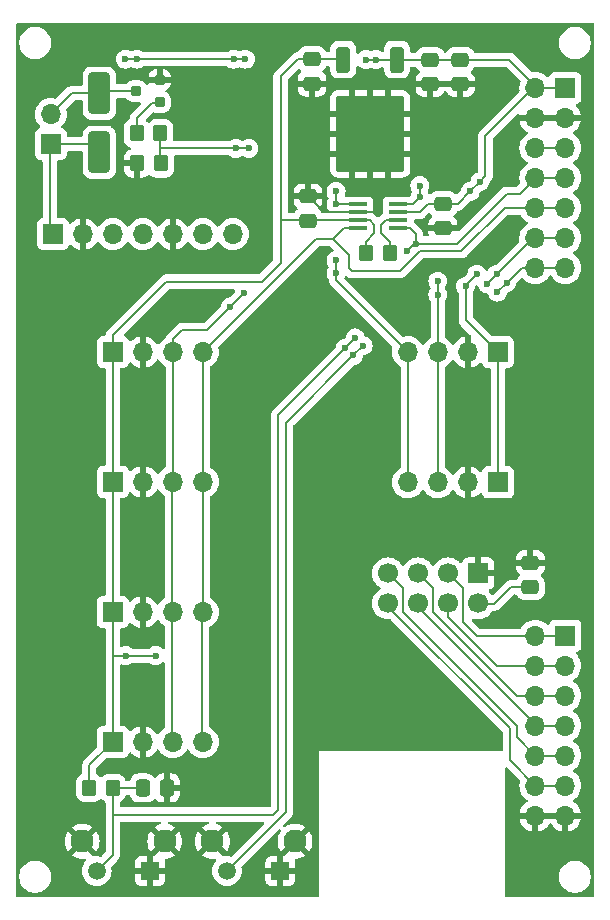
<source format=gtl>
G04 #@! TF.GenerationSoftware,KiCad,Pcbnew,8.0.8*
G04 #@! TF.CreationDate,2025-01-30T21:03:47+01:00*
G04 #@! TF.ProjectId,HAMS_hub,48414d53-5f68-4756-922e-6b696361645f,rev?*
G04 #@! TF.SameCoordinates,Original*
G04 #@! TF.FileFunction,Copper,L1,Top*
G04 #@! TF.FilePolarity,Positive*
%FSLAX46Y46*%
G04 Gerber Fmt 4.6, Leading zero omitted, Abs format (unit mm)*
G04 Created by KiCad (PCBNEW 8.0.8) date 2025-01-30 21:03:47*
%MOMM*%
%LPD*%
G01*
G04 APERTURE LIST*
G04 Aperture macros list*
%AMRoundRect*
0 Rectangle with rounded corners*
0 $1 Rounding radius*
0 $2 $3 $4 $5 $6 $7 $8 $9 X,Y pos of 4 corners*
0 Add a 4 corners polygon primitive as box body*
4,1,4,$2,$3,$4,$5,$6,$7,$8,$9,$2,$3,0*
0 Add four circle primitives for the rounded corners*
1,1,$1+$1,$2,$3*
1,1,$1+$1,$4,$5*
1,1,$1+$1,$6,$7*
1,1,$1+$1,$8,$9*
0 Add four rect primitives between the rounded corners*
20,1,$1+$1,$2,$3,$4,$5,0*
20,1,$1+$1,$4,$5,$6,$7,0*
20,1,$1+$1,$6,$7,$8,$9,0*
20,1,$1+$1,$8,$9,$2,$3,0*%
G04 Aperture macros list end*
G04 #@! TA.AperFunction,ComponentPad*
%ADD10C,1.950000*%
G04 #@! TD*
G04 #@! TA.AperFunction,ComponentPad*
%ADD11C,1.500000*%
G04 #@! TD*
G04 #@! TA.AperFunction,ComponentPad*
%ADD12R,1.500000X1.500000*%
G04 #@! TD*
G04 #@! TA.AperFunction,ComponentPad*
%ADD13R,1.700000X1.700000*%
G04 #@! TD*
G04 #@! TA.AperFunction,ComponentPad*
%ADD14O,1.700000X1.700000*%
G04 #@! TD*
G04 #@! TA.AperFunction,SMDPad,CuDef*
%ADD15RoundRect,0.200000X0.250000X0.200000X-0.250000X0.200000X-0.250000X-0.200000X0.250000X-0.200000X0*%
G04 #@! TD*
G04 #@! TA.AperFunction,SMDPad,CuDef*
%ADD16RoundRect,0.250000X0.350000X0.450000X-0.350000X0.450000X-0.350000X-0.450000X0.350000X-0.450000X0*%
G04 #@! TD*
G04 #@! TA.AperFunction,SMDPad,CuDef*
%ADD17RoundRect,0.250000X-0.475000X0.337500X-0.475000X-0.337500X0.475000X-0.337500X0.475000X0.337500X0*%
G04 #@! TD*
G04 #@! TA.AperFunction,SMDPad,CuDef*
%ADD18RoundRect,0.250000X0.475000X-0.337500X0.475000X0.337500X-0.475000X0.337500X-0.475000X-0.337500X0*%
G04 #@! TD*
G04 #@! TA.AperFunction,ComponentPad*
%ADD19C,1.700000*%
G04 #@! TD*
G04 #@! TA.AperFunction,SMDPad,CuDef*
%ADD20R,1.600000X0.300000*%
G04 #@! TD*
G04 #@! TA.AperFunction,SMDPad,CuDef*
%ADD21RoundRect,0.250000X0.650000X-1.500000X0.650000X1.500000X-0.650000X1.500000X-0.650000X-1.500000X0*%
G04 #@! TD*
G04 #@! TA.AperFunction,SMDPad,CuDef*
%ADD22RoundRect,0.250000X-0.337500X-0.475000X0.337500X-0.475000X0.337500X0.475000X-0.337500X0.475000X0*%
G04 #@! TD*
G04 #@! TA.AperFunction,SMDPad,CuDef*
%ADD23RoundRect,0.250000X-0.350000X0.850000X-0.350000X-0.850000X0.350000X-0.850000X0.350000X0.850000X0*%
G04 #@! TD*
G04 #@! TA.AperFunction,SMDPad,CuDef*
%ADD24RoundRect,0.250000X-1.125000X1.275000X-1.125000X-1.275000X1.125000X-1.275000X1.125000X1.275000X0*%
G04 #@! TD*
G04 #@! TA.AperFunction,SMDPad,CuDef*
%ADD25RoundRect,0.249997X-2.650003X2.950003X-2.650003X-2.950003X2.650003X-2.950003X2.650003X2.950003X0*%
G04 #@! TD*
G04 #@! TA.AperFunction,ViaPad*
%ADD26C,0.600000*%
G04 #@! TD*
G04 #@! TA.AperFunction,Conductor*
%ADD27C,0.200000*%
G04 #@! TD*
G04 APERTURE END LIST*
D10*
X100600000Y-128500000D03*
X107600000Y-128500000D03*
D11*
X101850000Y-131000000D03*
D12*
X106350000Y-131000000D03*
D13*
X130490000Y-64700000D03*
D14*
X127950000Y-64700000D03*
X130490000Y-67240000D03*
X127950000Y-67240000D03*
X130490000Y-69780000D03*
X127950000Y-69780000D03*
X130490000Y-72320000D03*
X127950000Y-72320000D03*
X130490000Y-74860000D03*
X127950000Y-74860000D03*
X130490000Y-77400000D03*
X127950000Y-77400000D03*
X130490000Y-79940000D03*
X127950000Y-79940000D03*
D15*
X96150000Y-65925000D03*
X96150000Y-64025000D03*
X94150000Y-64975000D03*
D10*
X89575000Y-128500000D03*
X96575000Y-128500000D03*
D11*
X90825000Y-131000000D03*
D12*
X95325000Y-131000000D03*
D16*
X96200000Y-68550000D03*
X94200000Y-68550000D03*
D13*
X124775000Y-87075000D03*
D14*
X122235000Y-87075000D03*
X119695000Y-87075000D03*
X117155000Y-87075000D03*
D13*
X86925000Y-69465000D03*
D14*
X86925000Y-66925000D03*
D13*
X130490000Y-111085000D03*
D14*
X127950000Y-111085000D03*
X130490000Y-113625000D03*
X127950000Y-113625000D03*
X130490000Y-116165000D03*
X127950000Y-116165000D03*
X130490000Y-118705000D03*
X127950000Y-118705000D03*
X130490000Y-121245000D03*
X127950000Y-121245000D03*
X130490000Y-123785000D03*
X127950000Y-123785000D03*
X130490000Y-126325000D03*
X127950000Y-126325000D03*
D16*
X96225000Y-71100000D03*
X94225000Y-71100000D03*
D17*
X119042500Y-62312500D03*
X119042500Y-64387500D03*
D18*
X108700000Y-75962500D03*
X108700000Y-73887500D03*
D17*
X121592500Y-62312500D03*
X121592500Y-64387500D03*
D13*
X123115000Y-105810000D03*
D19*
X123115000Y-108350000D03*
X120575000Y-105810000D03*
X120575000Y-108350000D03*
X118035000Y-105810000D03*
X118035000Y-108350000D03*
X115495000Y-105810000D03*
X115495000Y-108350000D03*
D20*
X112925000Y-74575000D03*
X112925000Y-75225000D03*
X112925000Y-75875000D03*
X112925000Y-76525000D03*
X116325000Y-76525000D03*
X116325000Y-75875000D03*
X116325000Y-75225000D03*
X116325000Y-74575000D03*
D13*
X92175000Y-87050000D03*
D14*
X94715000Y-87050000D03*
X97255000Y-87050000D03*
X99795000Y-87050000D03*
D21*
X91025000Y-70150000D03*
X91025000Y-65150000D03*
D13*
X92170000Y-120075000D03*
D14*
X94710000Y-120075000D03*
X97250000Y-120075000D03*
X99790000Y-120075000D03*
D13*
X124775000Y-98100000D03*
D14*
X122235000Y-98100000D03*
X119695000Y-98100000D03*
X117155000Y-98100000D03*
D13*
X87100000Y-77075000D03*
D14*
X89640000Y-77075000D03*
X92180000Y-77075000D03*
X94720000Y-77075000D03*
X97260000Y-77075000D03*
X99800000Y-77075000D03*
X102340000Y-77075000D03*
D22*
X96775000Y-123975000D03*
X94700000Y-123975000D03*
D18*
X127525000Y-106987500D03*
X127525000Y-104912500D03*
D16*
X90175000Y-123975000D03*
X92175000Y-123975000D03*
D17*
X120125000Y-74512500D03*
X120125000Y-76587500D03*
X109042500Y-62275000D03*
X109042500Y-64350000D03*
D23*
X116250000Y-62300000D03*
D24*
X115495000Y-66925000D03*
X112445000Y-66925000D03*
D25*
X113970000Y-68600000D03*
D24*
X115495000Y-70275000D03*
X112445000Y-70275000D03*
D23*
X111690000Y-62300000D03*
D13*
X92170000Y-109080000D03*
D14*
X94710000Y-109080000D03*
X97250000Y-109080000D03*
X99790000Y-109080000D03*
D16*
X115625000Y-78700000D03*
X113625000Y-78700000D03*
D13*
X92175000Y-98050000D03*
D14*
X94715000Y-98050000D03*
X97255000Y-98050000D03*
X99795000Y-98050000D03*
D26*
X117057500Y-78482500D03*
X118175000Y-72975000D03*
X111075000Y-73475000D03*
X124685000Y-80485000D03*
X125512500Y-81212500D03*
X119695000Y-82200000D03*
X111837500Y-86737500D03*
X112550000Y-87350000D03*
X111075000Y-80400000D03*
X102137500Y-83237500D03*
X95800000Y-112775000D03*
X102600000Y-69825000D03*
X113600000Y-62300000D03*
X102400000Y-62275000D03*
X94200000Y-62275000D03*
X123250000Y-72650000D03*
X122050000Y-81500000D03*
X125800000Y-105775000D03*
X121275000Y-68525000D03*
X117950000Y-81250000D03*
X112700000Y-85875000D03*
X123875000Y-81300000D03*
X103775000Y-101400000D03*
X121275000Y-71400000D03*
X114000000Y-63925000D03*
X89600000Y-74350000D03*
X104700000Y-64000000D03*
X86225000Y-91875000D03*
X121825000Y-75625000D03*
X131375000Y-82900000D03*
X103650000Y-114775000D03*
X122200000Y-92550000D03*
X124830000Y-78090000D03*
X94375000Y-63550000D03*
X94700000Y-99950000D03*
X126125000Y-68100000D03*
X129800000Y-105800000D03*
X92425000Y-81800000D03*
X111025000Y-110275000D03*
X121000000Y-80275000D03*
X122250000Y-89000000D03*
X126125000Y-83700000D03*
X126450000Y-131825000D03*
X101375000Y-66100000D03*
X103775000Y-93575000D03*
X125775000Y-124975000D03*
X95075000Y-60400000D03*
X94725000Y-103600000D03*
X104775000Y-79250000D03*
X109850000Y-81300000D03*
X131700000Y-104575000D03*
X124600000Y-64525000D03*
X114150000Y-90550000D03*
X122500000Y-101425000D03*
X115525000Y-118075000D03*
X108875000Y-66650000D03*
X86325000Y-97875000D03*
X86700000Y-108300000D03*
X97975000Y-82975000D03*
X114625000Y-75225000D03*
X111125000Y-118250000D03*
X86525000Y-128050000D03*
X118430000Y-76300000D03*
X108475000Y-85025000D03*
X111425000Y-83875000D03*
X126250000Y-101325000D03*
X94650000Y-114900000D03*
X95850000Y-79600000D03*
X112600000Y-73100000D03*
X101150000Y-82225000D03*
X131600000Y-108100000D03*
X122200000Y-95075000D03*
X111150000Y-114600000D03*
X106625000Y-60300000D03*
X131200000Y-93275000D03*
X127750000Y-129700000D03*
X86600000Y-86800000D03*
X111875000Y-94875000D03*
X86325000Y-102300000D03*
X86225000Y-113650000D03*
X132425000Y-125050000D03*
X109550000Y-71425000D03*
X107400000Y-81250000D03*
X103900000Y-120150000D03*
X94675000Y-92600000D03*
X111675000Y-60000000D03*
X109325000Y-79550000D03*
X95925000Y-84675000D03*
X94650000Y-94975000D03*
X108875000Y-68525000D03*
X94650000Y-106375000D03*
X119650000Y-101300000D03*
X85200000Y-74300000D03*
X101025000Y-79675000D03*
X111875000Y-101025000D03*
X89375000Y-84025000D03*
X85200000Y-79850000D03*
X118725000Y-71425000D03*
X104800000Y-68175000D03*
X104650000Y-85050000D03*
X98425000Y-79600000D03*
X131500000Y-99850000D03*
X126400000Y-61075000D03*
X102850000Y-60300000D03*
X116300000Y-73100000D03*
X93425000Y-122225000D03*
X90900000Y-60375000D03*
X124600000Y-72925000D03*
X94200000Y-73125000D03*
X99200000Y-60350000D03*
X118825000Y-66800000D03*
X94700000Y-117350000D03*
X118800000Y-68525000D03*
X104950000Y-74525000D03*
X115850000Y-81925000D03*
X100275000Y-123925000D03*
X86500000Y-120325000D03*
X107825000Y-71475000D03*
X97875000Y-64000000D03*
X86500000Y-124825000D03*
X103950000Y-88025000D03*
X125325000Y-70800000D03*
X131250000Y-87025000D03*
X116450000Y-59950000D03*
X128200000Y-92575000D03*
X103525000Y-110275000D03*
X98450000Y-74525000D03*
X94700000Y-88875000D03*
X94625000Y-111075000D03*
X103400000Y-62275000D03*
X93250000Y-62275000D03*
X122425000Y-73475000D03*
X114475000Y-62300000D03*
X123000000Y-80475000D03*
X93300000Y-112775000D03*
X124725000Y-82000000D03*
X113375000Y-86525000D03*
X117825000Y-77885000D03*
X103275000Y-82100000D03*
X103700000Y-69825000D03*
X111075000Y-74575000D03*
X111075000Y-79300000D03*
X119695000Y-81075000D03*
X118175000Y-73975000D03*
D27*
X124474500Y-108375500D02*
X122650000Y-108375500D01*
X125862500Y-106987500D02*
X124474500Y-108375500D01*
X127525000Y-106987500D02*
X125862500Y-106987500D01*
X117655000Y-77885000D02*
X117825000Y-77885000D01*
X117057500Y-78482500D02*
X117655000Y-77885000D01*
X118175000Y-73975000D02*
X118175000Y-72975000D01*
X111075000Y-74575000D02*
X111075000Y-73475000D01*
X124685000Y-80485000D02*
X127770000Y-77400000D01*
X125512500Y-81212500D02*
X126785000Y-79940000D01*
X119695000Y-82200000D02*
X119695000Y-87075000D01*
X111837500Y-86737500D02*
X106200000Y-92375000D01*
X112550000Y-87350000D02*
X106850000Y-93050000D01*
X111075000Y-80400000D02*
X111075000Y-80995000D01*
X102137500Y-83237500D02*
X100175000Y-85200000D01*
X95800000Y-112775000D02*
X93300000Y-112775000D01*
X102600000Y-69825000D02*
X96225000Y-69825000D01*
X114475000Y-62300000D02*
X113600000Y-62300000D01*
X102400000Y-62275000D02*
X103400000Y-62275000D01*
X94200000Y-62275000D02*
X102400000Y-62275000D01*
X123250000Y-72650000D02*
X123725000Y-72175000D01*
X122050000Y-81500000D02*
X122050000Y-84350000D01*
X92175000Y-129650000D02*
X90825000Y-131000000D01*
X92175000Y-123975000D02*
X92175000Y-129650000D01*
X105775000Y-126225000D02*
X92175000Y-126225000D01*
X106200000Y-92375000D02*
X106200000Y-125800000D01*
X106200000Y-125800000D02*
X105775000Y-126225000D01*
X112700000Y-85875000D02*
X111837500Y-86737500D01*
X106850000Y-93050000D02*
X106850000Y-126000000D01*
X106850000Y-126000000D02*
X101850000Y-131000000D01*
X113375000Y-86525000D02*
X112550000Y-87350000D01*
X118035000Y-108685000D02*
X118035000Y-108350000D01*
X127950000Y-118600000D02*
X118035000Y-108685000D01*
X127950000Y-118705000D02*
X127950000Y-118600000D01*
X126380000Y-116180000D02*
X119275000Y-109075000D01*
X119275000Y-109075000D02*
X119275000Y-107050000D01*
X119275000Y-107050000D02*
X118035000Y-105810000D01*
X127935000Y-116180000D02*
X126380000Y-116180000D01*
X127950000Y-116165000D02*
X127935000Y-116180000D01*
X120575000Y-109500000D02*
X120575000Y-108350000D01*
X127935000Y-113640000D02*
X124715000Y-113640000D01*
X124715000Y-113640000D02*
X120575000Y-109500000D01*
X127950000Y-113625000D02*
X127935000Y-113640000D01*
X125800000Y-121635000D02*
X127950000Y-123785000D01*
X115495000Y-108620000D02*
X125800000Y-118925000D01*
X115495000Y-108350000D02*
X115495000Y-108620000D01*
X125800000Y-118925000D02*
X125800000Y-121635000D01*
X116750000Y-107065000D02*
X115495000Y-105810000D01*
X116750000Y-109050000D02*
X116750000Y-107065000D01*
X126400000Y-119695000D02*
X126400000Y-118700000D01*
X127950000Y-121245000D02*
X126400000Y-119695000D01*
X126400000Y-118700000D02*
X116750000Y-109050000D01*
X117545500Y-108350000D02*
X117545000Y-108350500D01*
X121825000Y-107060000D02*
X120575000Y-105810000D01*
X123000000Y-111100000D02*
X121825000Y-109925000D01*
X121825000Y-109925000D02*
X121825000Y-107060000D01*
X127935000Y-111100000D02*
X123000000Y-111100000D01*
X127950000Y-111085000D02*
X127935000Y-111100000D01*
X95525000Y-65950000D02*
X95925000Y-65950000D01*
X94200000Y-67275000D02*
X95525000Y-65950000D01*
X94200000Y-68550000D02*
X94200000Y-67275000D01*
X127770000Y-77400000D02*
X130490000Y-77400000D01*
X123875000Y-81300000D02*
X123875000Y-81295000D01*
X123875000Y-81295000D02*
X124685000Y-80485000D01*
X125515000Y-73660000D02*
X126610000Y-73660000D01*
X126610000Y-73660000D02*
X127970000Y-72300000D01*
X127970000Y-72300000D02*
X130470000Y-72300000D01*
X121290000Y-77885000D02*
X125515000Y-73660000D01*
X130470000Y-72300000D02*
X130490000Y-72320000D01*
X117825000Y-77885000D02*
X121290000Y-77885000D01*
X127950000Y-64700000D02*
X130490000Y-64700000D01*
X127950000Y-69780000D02*
X130490000Y-69780000D01*
X118170000Y-78530000D02*
X121670000Y-78530000D01*
X116475000Y-80225000D02*
X118170000Y-78530000D01*
X121670000Y-78530000D02*
X125340000Y-74860000D01*
X112450000Y-80225000D02*
X116475000Y-80225000D01*
X112175000Y-79950000D02*
X112450000Y-80225000D01*
X112175000Y-78825000D02*
X112175000Y-79950000D01*
X125340000Y-74860000D02*
X130490000Y-74860000D01*
X110829872Y-77479872D02*
X112175000Y-78825000D01*
X130490000Y-79940000D02*
X130500000Y-79930000D01*
X127950000Y-79940000D02*
X130490000Y-79940000D01*
X126785000Y-79940000D02*
X127950000Y-79940000D01*
X124725000Y-82000000D02*
X125512500Y-81212500D01*
X122050000Y-84350000D02*
X124775000Y-87075000D01*
X122050000Y-81425000D02*
X122050000Y-81500000D01*
X123000000Y-80475000D02*
X122050000Y-81425000D01*
X94700000Y-123975000D02*
X92175000Y-123975000D01*
X90175000Y-122070000D02*
X90175000Y-123975000D01*
X92170000Y-120075000D02*
X90175000Y-122070000D01*
X92170000Y-112770000D02*
X92170000Y-120075000D01*
X119695000Y-81075000D02*
X119695000Y-82200000D01*
X123725000Y-68745000D02*
X127960000Y-64510000D01*
X122425000Y-73475000D02*
X123250000Y-72650000D01*
X123725000Y-72175000D02*
X123725000Y-68745000D01*
X125762500Y-62312500D02*
X121592500Y-62312500D01*
X127960000Y-64510000D02*
X125762500Y-62312500D01*
X110037500Y-75225000D02*
X108700000Y-73887500D01*
X112925000Y-75225000D02*
X114625000Y-75225000D01*
X112925000Y-75225000D02*
X110037500Y-75225000D01*
X118150000Y-75225000D02*
X118862500Y-74512500D01*
X86830000Y-77725000D02*
X86830000Y-69960000D01*
X114475000Y-62300000D02*
X116250000Y-62300000D01*
X124850000Y-87150000D02*
X124775000Y-87075000D01*
X121387500Y-74512500D02*
X120125000Y-74512500D01*
X122425000Y-73475000D02*
X121387500Y-74512500D01*
X121592500Y-62312500D02*
X119042500Y-62312500D01*
X91025000Y-70150000D02*
X90340000Y-69465000D01*
X116262500Y-62312500D02*
X116250000Y-62300000D01*
X119042500Y-62312500D02*
X116262500Y-62312500D01*
X93250000Y-62275000D02*
X94200000Y-62275000D01*
X118862500Y-74512500D02*
X120125000Y-74512500D01*
X90340000Y-69465000D02*
X87360000Y-69465000D01*
X116325000Y-75225000D02*
X118150000Y-75225000D01*
X130460000Y-66620000D02*
X130490000Y-66590000D01*
X124775000Y-87075000D02*
X124775000Y-98100000D01*
X112925000Y-75875000D02*
X113925000Y-75875000D01*
X106375000Y-75875000D02*
X112925000Y-75875000D01*
X92175000Y-85625000D02*
X92175000Y-87050000D01*
X109042500Y-62275000D02*
X107825000Y-62275000D01*
X93300000Y-112775000D02*
X92175000Y-112775000D01*
X113625000Y-77725000D02*
X113625000Y-78650000D01*
X106375000Y-63725000D02*
X106375000Y-79500000D01*
X113625000Y-78650000D02*
X113675000Y-78700000D01*
X106375000Y-79500000D02*
X104775000Y-81100000D01*
X92170000Y-109080000D02*
X92170000Y-112770000D01*
X92095000Y-109255000D02*
X92325000Y-109025000D01*
X92175000Y-98185000D02*
X92170000Y-98190000D01*
X92325000Y-97520000D02*
X92470000Y-97375000D01*
X96700000Y-81100000D02*
X92175000Y-85625000D01*
X114325000Y-77025000D02*
X113625000Y-77725000D01*
X109042500Y-62275000D02*
X111665000Y-62275000D01*
X92175000Y-98050000D02*
X92175000Y-98185000D01*
X113925000Y-75875000D02*
X114325000Y-76275000D01*
X114325000Y-76275000D02*
X114325000Y-77025000D01*
X104775000Y-81100000D02*
X96700000Y-81100000D01*
X92175000Y-112775000D02*
X92170000Y-112770000D01*
X92175000Y-87050000D02*
X92175000Y-98050000D01*
X107825000Y-62275000D02*
X106375000Y-63725000D01*
X92170000Y-98190000D02*
X92170000Y-109080000D01*
X111665000Y-62275000D02*
X111690000Y-62300000D01*
X127690000Y-79290000D02*
X127950000Y-79290000D01*
X91025000Y-65150000D02*
X88700000Y-65150000D01*
X93925000Y-65000000D02*
X91175000Y-65000000D01*
X88700000Y-65150000D02*
X86925000Y-66925000D01*
X91175000Y-65000000D02*
X91025000Y-65150000D01*
X127950000Y-123785000D02*
X130230000Y-123785000D01*
X127690000Y-118705000D02*
X130230000Y-118705000D01*
X111750000Y-76525000D02*
X112925000Y-76525000D01*
X99795000Y-109075000D02*
X99745000Y-109125000D01*
X99795000Y-87050000D02*
X99795000Y-98050000D01*
X99795000Y-98050000D02*
X99795000Y-109075000D01*
X99745000Y-109125000D02*
X99745000Y-120120000D01*
X110820128Y-77479872D02*
X110820128Y-77454872D01*
X99745000Y-120120000D02*
X99715000Y-120150000D01*
X109390128Y-77454872D02*
X99795000Y-87050000D01*
X110820128Y-77454872D02*
X111750000Y-76525000D01*
X100315000Y-120000000D02*
X99715000Y-120600000D01*
X110820128Y-77454872D02*
X109390128Y-77454872D01*
X97175000Y-120150000D02*
X97175000Y-109155000D01*
X97255000Y-98050000D02*
X97255000Y-87050000D01*
X97175000Y-109155000D02*
X97205000Y-109125000D01*
X103275000Y-82100000D02*
X102137500Y-83237500D01*
X97550000Y-120225000D02*
X97175000Y-120600000D01*
X117825000Y-77035000D02*
X117315000Y-76525000D01*
X97255000Y-85970000D02*
X97255000Y-87050000D01*
X97205000Y-109125000D02*
X97205000Y-98100000D01*
X117315000Y-76525000D02*
X116325000Y-76525000D01*
X117825000Y-77885000D02*
X117825000Y-77035000D01*
X98025000Y-85200000D02*
X97255000Y-85970000D01*
X100175000Y-85200000D02*
X98025000Y-85200000D01*
X97205000Y-98100000D02*
X97255000Y-98050000D01*
X127690000Y-116165000D02*
X130230000Y-116165000D01*
X127690000Y-121245000D02*
X130230000Y-121245000D01*
X103700000Y-69825000D02*
X102600000Y-69825000D01*
X96200000Y-69800000D02*
X96200000Y-71075000D01*
X96200000Y-71075000D02*
X96225000Y-71100000D01*
X96200000Y-68550000D02*
X96200000Y-69800000D01*
X96225000Y-69825000D02*
X96200000Y-69800000D01*
X95900000Y-71075000D02*
X95950000Y-71125000D01*
X127690000Y-113625000D02*
X130230000Y-113625000D01*
X130230000Y-111085000D02*
X127690000Y-111085000D01*
X117155000Y-87075000D02*
X117155000Y-98100000D01*
X111075000Y-80995000D02*
X117155000Y-87075000D01*
X112925000Y-74575000D02*
X111075000Y-74575000D01*
X117230000Y-87150000D02*
X117155000Y-87075000D01*
X111075000Y-79300000D02*
X111075000Y-80400000D01*
X117575000Y-74575000D02*
X116325000Y-74575000D01*
X119695000Y-98100000D02*
X119695000Y-87075000D01*
X119695000Y-98000000D02*
X119770000Y-98075000D01*
X118175000Y-73975000D02*
X117575000Y-74575000D01*
X114900000Y-76975000D02*
X115675000Y-77750000D01*
X116325000Y-75875000D02*
X115325000Y-75875000D01*
X115675000Y-77750000D02*
X115675000Y-78700000D01*
X115325000Y-75875000D02*
X114900000Y-76300000D01*
X114900000Y-76300000D02*
X114900000Y-76975000D01*
G04 #@! TA.AperFunction,Conductor*
G36*
X104942942Y-126845185D02*
G01*
X104988697Y-126897989D01*
X104998641Y-126967147D01*
X104969616Y-127030703D01*
X104963584Y-127037181D01*
X102251881Y-129748882D01*
X102190558Y-129782367D01*
X102132108Y-129780976D01*
X102067984Y-129763795D01*
X102067986Y-129763795D01*
X102067977Y-129763793D01*
X102067973Y-129763792D01*
X102067970Y-129763792D01*
X101850002Y-129744723D01*
X101849998Y-129744723D01*
X101716516Y-129756401D01*
X101632023Y-129763793D01*
X101619648Y-129767108D01*
X101605125Y-129771000D01*
X101535275Y-129769335D01*
X101485353Y-129738905D01*
X100847488Y-129101041D01*
X100907890Y-129076022D01*
X101014351Y-129004888D01*
X101104888Y-128914351D01*
X101176022Y-128807890D01*
X101201041Y-128747488D01*
X101805372Y-129351820D01*
X101901669Y-129204429D01*
X101999861Y-128980573D01*
X102059869Y-128743605D01*
X102080055Y-128500005D01*
X102080055Y-128499994D01*
X102059869Y-128256394D01*
X101999861Y-128019426D01*
X101901671Y-127795575D01*
X101805372Y-127648178D01*
X101201041Y-128252510D01*
X101176022Y-128192110D01*
X101104888Y-128085649D01*
X101014351Y-127995112D01*
X100907890Y-127923978D01*
X100847487Y-127898957D01*
X101452240Y-127294205D01*
X101452240Y-127294204D01*
X101409514Y-127260949D01*
X101409514Y-127260948D01*
X101194531Y-127144605D01*
X101194523Y-127144602D01*
X100967840Y-127066781D01*
X100910825Y-127026395D01*
X100884694Y-126961596D01*
X100897746Y-126892956D01*
X100945834Y-126842268D01*
X101008103Y-126825500D01*
X104875903Y-126825500D01*
X104942942Y-126845185D01*
G37*
G04 #@! TD.AperFunction*
G04 #@! TA.AperFunction,Conductor*
G36*
X96493834Y-113315758D02*
G01*
X96549767Y-113357630D01*
X96574184Y-113423094D01*
X96574500Y-113431940D01*
X96574500Y-118834783D01*
X96554815Y-118901822D01*
X96521624Y-118936358D01*
X96378594Y-119036508D01*
X96211508Y-119203594D01*
X96081269Y-119389595D01*
X96026692Y-119433219D01*
X95957193Y-119440412D01*
X95894839Y-119408890D01*
X95878119Y-119389594D01*
X95748113Y-119203926D01*
X95748108Y-119203920D01*
X95581082Y-119036894D01*
X95387578Y-118901399D01*
X95173492Y-118801570D01*
X95173486Y-118801567D01*
X94960000Y-118744364D01*
X94960000Y-119641988D01*
X94902993Y-119609075D01*
X94775826Y-119575000D01*
X94644174Y-119575000D01*
X94517007Y-119609075D01*
X94460000Y-119641988D01*
X94460000Y-118744364D01*
X94459999Y-118744364D01*
X94246513Y-118801567D01*
X94246507Y-118801570D01*
X94032422Y-118901399D01*
X94032420Y-118901400D01*
X93838926Y-119036886D01*
X93716865Y-119158947D01*
X93655542Y-119192431D01*
X93585850Y-119187447D01*
X93529917Y-119145575D01*
X93513002Y-119114598D01*
X93463797Y-118982671D01*
X93463793Y-118982664D01*
X93377547Y-118867455D01*
X93377544Y-118867452D01*
X93262335Y-118781206D01*
X93262328Y-118781202D01*
X93127482Y-118730908D01*
X93127483Y-118730908D01*
X93067883Y-118724501D01*
X93067881Y-118724500D01*
X93067873Y-118724500D01*
X93067865Y-118724500D01*
X92894500Y-118724500D01*
X92827461Y-118704815D01*
X92781706Y-118652011D01*
X92770500Y-118600500D01*
X92770500Y-113611461D01*
X92790185Y-113544422D01*
X92842989Y-113498667D01*
X92912147Y-113488723D01*
X92948309Y-113499744D01*
X92950471Y-113500784D01*
X92950478Y-113500789D01*
X93075174Y-113544422D01*
X93120745Y-113560368D01*
X93120750Y-113560369D01*
X93299996Y-113580565D01*
X93300000Y-113580565D01*
X93300004Y-113580565D01*
X93479249Y-113560369D01*
X93479252Y-113560368D01*
X93479255Y-113560368D01*
X93649522Y-113500789D01*
X93802262Y-113404816D01*
X93802267Y-113404810D01*
X93805097Y-113402555D01*
X93807275Y-113401665D01*
X93808158Y-113401111D01*
X93808255Y-113401265D01*
X93869783Y-113376145D01*
X93882412Y-113375500D01*
X95217588Y-113375500D01*
X95284627Y-113395185D01*
X95294903Y-113402555D01*
X95297736Y-113404814D01*
X95297738Y-113404816D01*
X95340906Y-113431940D01*
X95447100Y-113498667D01*
X95450478Y-113500789D01*
X95575174Y-113544422D01*
X95620745Y-113560368D01*
X95620750Y-113560369D01*
X95799996Y-113580565D01*
X95800000Y-113580565D01*
X95800004Y-113580565D01*
X95979249Y-113560369D01*
X95979252Y-113560368D01*
X95979255Y-113560368D01*
X96149522Y-113500789D01*
X96302262Y-113404816D01*
X96362819Y-113344259D01*
X96424142Y-113310774D01*
X96493834Y-113315758D01*
G37*
G04 #@! TD.AperFunction*
G04 #@! TA.AperFunction,Conductor*
G36*
X94960000Y-110410633D02*
G01*
X95173483Y-110353433D01*
X95173492Y-110353429D01*
X95387578Y-110253600D01*
X95581082Y-110118105D01*
X95748105Y-109951082D01*
X95878119Y-109765405D01*
X95932696Y-109721781D01*
X96002195Y-109714588D01*
X96064549Y-109746110D01*
X96081269Y-109765405D01*
X96211505Y-109951401D01*
X96378599Y-110118495D01*
X96521624Y-110218642D01*
X96565248Y-110273218D01*
X96574500Y-110320216D01*
X96574500Y-112118060D01*
X96554815Y-112185099D01*
X96502011Y-112230854D01*
X96432853Y-112240798D01*
X96369297Y-112211773D01*
X96362819Y-112205741D01*
X96302262Y-112145184D01*
X96149523Y-112049211D01*
X95979254Y-111989631D01*
X95979249Y-111989630D01*
X95800004Y-111969435D01*
X95799996Y-111969435D01*
X95620750Y-111989630D01*
X95620745Y-111989631D01*
X95450476Y-112049211D01*
X95297736Y-112145185D01*
X95294903Y-112147445D01*
X95292724Y-112148334D01*
X95291842Y-112148889D01*
X95291744Y-112148734D01*
X95230217Y-112173855D01*
X95217588Y-112174500D01*
X93882412Y-112174500D01*
X93815373Y-112154815D01*
X93805097Y-112147445D01*
X93802263Y-112145185D01*
X93802262Y-112145184D01*
X93745496Y-112109515D01*
X93649523Y-112049211D01*
X93479254Y-111989631D01*
X93479249Y-111989630D01*
X93300004Y-111969435D01*
X93299996Y-111969435D01*
X93120750Y-111989630D01*
X93120745Y-111989631D01*
X92950472Y-112049213D01*
X92948298Y-112050260D01*
X92946753Y-112050514D01*
X92943905Y-112051511D01*
X92943730Y-112051011D01*
X92879357Y-112061610D01*
X92815223Y-112033886D01*
X92776259Y-111975889D01*
X92770500Y-111938538D01*
X92770500Y-110554499D01*
X92790185Y-110487460D01*
X92842989Y-110441705D01*
X92894500Y-110430499D01*
X93067871Y-110430499D01*
X93067872Y-110430499D01*
X93127483Y-110424091D01*
X93262331Y-110373796D01*
X93377546Y-110287546D01*
X93463796Y-110172331D01*
X93513002Y-110040401D01*
X93554872Y-109984468D01*
X93620337Y-109960050D01*
X93688610Y-109974901D01*
X93716865Y-109996053D01*
X93838917Y-110118105D01*
X94032421Y-110253600D01*
X94246507Y-110353429D01*
X94246516Y-110353433D01*
X94460000Y-110410634D01*
X94460000Y-109513012D01*
X94517007Y-109545925D01*
X94644174Y-109580000D01*
X94775826Y-109580000D01*
X94902993Y-109545925D01*
X94960000Y-109513012D01*
X94960000Y-110410633D01*
G37*
G04 #@! TD.AperFunction*
G04 #@! TA.AperFunction,Conductor*
G36*
X94965000Y-99380633D02*
G01*
X95178483Y-99323433D01*
X95178492Y-99323429D01*
X95392578Y-99223600D01*
X95586082Y-99088105D01*
X95753105Y-98921082D01*
X95883119Y-98735405D01*
X95937696Y-98691781D01*
X96007195Y-98684588D01*
X96069549Y-98716110D01*
X96086269Y-98735405D01*
X96216505Y-98921401D01*
X96216506Y-98921402D01*
X96383597Y-99088493D01*
X96383603Y-99088498D01*
X96551623Y-99206147D01*
X96595248Y-99260724D01*
X96604500Y-99307722D01*
X96604500Y-107818777D01*
X96584815Y-107885816D01*
X96551623Y-107920352D01*
X96378597Y-108041505D01*
X96211508Y-108208594D01*
X96081269Y-108394595D01*
X96026692Y-108438219D01*
X95957193Y-108445412D01*
X95894839Y-108413890D01*
X95878119Y-108394594D01*
X95748113Y-108208926D01*
X95748108Y-108208920D01*
X95581082Y-108041894D01*
X95387578Y-107906399D01*
X95173492Y-107806570D01*
X95173486Y-107806567D01*
X94960000Y-107749364D01*
X94960000Y-108646988D01*
X94902993Y-108614075D01*
X94775826Y-108580000D01*
X94644174Y-108580000D01*
X94517007Y-108614075D01*
X94460000Y-108646988D01*
X94460000Y-107749364D01*
X94459999Y-107749364D01*
X94246513Y-107806567D01*
X94246507Y-107806570D01*
X94032422Y-107906399D01*
X94032420Y-107906400D01*
X93838926Y-108041886D01*
X93716865Y-108163947D01*
X93655542Y-108197431D01*
X93585850Y-108192447D01*
X93529917Y-108150575D01*
X93513002Y-108119598D01*
X93511136Y-108114596D01*
X93463796Y-107987669D01*
X93463795Y-107987668D01*
X93463793Y-107987664D01*
X93377547Y-107872455D01*
X93377544Y-107872452D01*
X93262335Y-107786206D01*
X93262328Y-107786202D01*
X93127482Y-107735908D01*
X93127483Y-107735908D01*
X93067883Y-107729501D01*
X93067881Y-107729500D01*
X93067873Y-107729500D01*
X93067865Y-107729500D01*
X92894500Y-107729500D01*
X92827461Y-107709815D01*
X92781706Y-107657011D01*
X92770500Y-107605500D01*
X92770500Y-99524499D01*
X92790185Y-99457460D01*
X92842989Y-99411705D01*
X92894500Y-99400499D01*
X93072871Y-99400499D01*
X93072872Y-99400499D01*
X93132483Y-99394091D01*
X93267331Y-99343796D01*
X93382546Y-99257546D01*
X93468796Y-99142331D01*
X93468797Y-99142327D01*
X93468800Y-99142323D01*
X93510908Y-99029423D01*
X93518002Y-99010401D01*
X93559872Y-98954468D01*
X93625337Y-98930050D01*
X93693610Y-98944901D01*
X93721865Y-98966053D01*
X93843917Y-99088105D01*
X94037421Y-99223600D01*
X94251507Y-99323429D01*
X94251516Y-99323433D01*
X94465000Y-99380634D01*
X94465000Y-98483012D01*
X94522007Y-98515925D01*
X94649174Y-98550000D01*
X94780826Y-98550000D01*
X94907993Y-98515925D01*
X94965000Y-98483012D01*
X94965000Y-99380633D01*
G37*
G04 #@! TD.AperFunction*
G04 #@! TA.AperFunction,Conductor*
G36*
X122485000Y-88405633D02*
G01*
X122698483Y-88348433D01*
X122698492Y-88348429D01*
X122912578Y-88248600D01*
X123106078Y-88113108D01*
X123228133Y-87991053D01*
X123289456Y-87957568D01*
X123359148Y-87962552D01*
X123415082Y-88004423D01*
X123431997Y-88035401D01*
X123481202Y-88167328D01*
X123481206Y-88167335D01*
X123567452Y-88282544D01*
X123567455Y-88282547D01*
X123682664Y-88368793D01*
X123682671Y-88368797D01*
X123714408Y-88380634D01*
X123817517Y-88419091D01*
X123877127Y-88425500D01*
X124050500Y-88425499D01*
X124117539Y-88445183D01*
X124163294Y-88497987D01*
X124174500Y-88549499D01*
X124174500Y-96625500D01*
X124154815Y-96692539D01*
X124102011Y-96738294D01*
X124050501Y-96749500D01*
X123877130Y-96749500D01*
X123877123Y-96749501D01*
X123817516Y-96755908D01*
X123682671Y-96806202D01*
X123682664Y-96806206D01*
X123567455Y-96892452D01*
X123567452Y-96892455D01*
X123481206Y-97007664D01*
X123481202Y-97007671D01*
X123431997Y-97139598D01*
X123390126Y-97195532D01*
X123324661Y-97219949D01*
X123256388Y-97205097D01*
X123228134Y-97183946D01*
X123106082Y-97061894D01*
X122912578Y-96926399D01*
X122698492Y-96826570D01*
X122698486Y-96826567D01*
X122485000Y-96769364D01*
X122485000Y-97666988D01*
X122427993Y-97634075D01*
X122300826Y-97600000D01*
X122169174Y-97600000D01*
X122042007Y-97634075D01*
X121985000Y-97666988D01*
X121985000Y-96769364D01*
X121984999Y-96769364D01*
X121771513Y-96826567D01*
X121771507Y-96826570D01*
X121557422Y-96926399D01*
X121557420Y-96926400D01*
X121363926Y-97061886D01*
X121363920Y-97061891D01*
X121196891Y-97228920D01*
X121196890Y-97228922D01*
X121066880Y-97414595D01*
X121012303Y-97458219D01*
X120942804Y-97465412D01*
X120880450Y-97433890D01*
X120863730Y-97414594D01*
X120733494Y-97228597D01*
X120566402Y-97061506D01*
X120566395Y-97061501D01*
X120372831Y-96925965D01*
X120372826Y-96925962D01*
X120367091Y-96923288D01*
X120314653Y-96877113D01*
X120295500Y-96810908D01*
X120295500Y-88364090D01*
X120315185Y-88297051D01*
X120367101Y-88251706D01*
X120372830Y-88249035D01*
X120566401Y-88113495D01*
X120733495Y-87946401D01*
X120863730Y-87760405D01*
X120918307Y-87716781D01*
X120987805Y-87709587D01*
X121050160Y-87741110D01*
X121066879Y-87760405D01*
X121196890Y-87946078D01*
X121363917Y-88113105D01*
X121557421Y-88248600D01*
X121771507Y-88348429D01*
X121771516Y-88348433D01*
X121985000Y-88405634D01*
X121985000Y-87508012D01*
X122042007Y-87540925D01*
X122169174Y-87575000D01*
X122300826Y-87575000D01*
X122427993Y-87540925D01*
X122485000Y-87508012D01*
X122485000Y-88405633D01*
G37*
G04 #@! TD.AperFunction*
G04 #@! TA.AperFunction,Conductor*
G36*
X94965000Y-88380633D02*
G01*
X95178483Y-88323433D01*
X95178492Y-88323429D01*
X95392578Y-88223600D01*
X95586082Y-88088105D01*
X95753105Y-87921082D01*
X95883119Y-87735405D01*
X95937696Y-87691781D01*
X96007195Y-87684588D01*
X96069549Y-87716110D01*
X96086269Y-87735405D01*
X96216505Y-87921401D01*
X96383599Y-88088495D01*
X96464525Y-88145160D01*
X96577165Y-88224032D01*
X96577167Y-88224033D01*
X96577170Y-88224035D01*
X96582898Y-88226706D01*
X96635339Y-88272872D01*
X96654500Y-88339090D01*
X96654500Y-96760908D01*
X96634815Y-96827947D01*
X96582914Y-96873286D01*
X96577173Y-96875963D01*
X96577169Y-96875965D01*
X96383597Y-97011505D01*
X96216508Y-97178594D01*
X96086269Y-97364595D01*
X96031692Y-97408219D01*
X95962193Y-97415412D01*
X95899839Y-97383890D01*
X95883119Y-97364594D01*
X95753113Y-97178926D01*
X95753108Y-97178920D01*
X95586082Y-97011894D01*
X95392578Y-96876399D01*
X95178492Y-96776570D01*
X95178486Y-96776567D01*
X94965000Y-96719364D01*
X94965000Y-97616988D01*
X94907993Y-97584075D01*
X94780826Y-97550000D01*
X94649174Y-97550000D01*
X94522007Y-97584075D01*
X94465000Y-97616988D01*
X94465000Y-96719364D01*
X94464999Y-96719364D01*
X94251513Y-96776567D01*
X94251507Y-96776570D01*
X94037422Y-96876399D01*
X94037420Y-96876400D01*
X93843926Y-97011886D01*
X93721865Y-97133947D01*
X93660542Y-97167431D01*
X93590850Y-97162447D01*
X93534917Y-97120575D01*
X93518002Y-97089598D01*
X93507524Y-97061506D01*
X93468796Y-96957669D01*
X93468795Y-96957668D01*
X93468793Y-96957664D01*
X93382547Y-96842455D01*
X93382544Y-96842452D01*
X93267335Y-96756206D01*
X93267328Y-96756202D01*
X93132482Y-96705908D01*
X93132483Y-96705908D01*
X93072883Y-96699501D01*
X93072881Y-96699500D01*
X93072873Y-96699500D01*
X93072865Y-96699500D01*
X92899500Y-96699500D01*
X92832461Y-96679815D01*
X92786706Y-96627011D01*
X92775500Y-96575500D01*
X92775500Y-88524499D01*
X92795185Y-88457460D01*
X92847989Y-88411705D01*
X92899500Y-88400499D01*
X93072871Y-88400499D01*
X93072872Y-88400499D01*
X93132483Y-88394091D01*
X93267331Y-88343796D01*
X93382546Y-88257546D01*
X93468796Y-88142331D01*
X93471394Y-88135367D01*
X93488874Y-88088498D01*
X93518002Y-88010401D01*
X93559872Y-87954468D01*
X93625337Y-87930050D01*
X93693610Y-87944901D01*
X93721865Y-87966053D01*
X93843917Y-88088105D01*
X94037421Y-88223600D01*
X94251507Y-88323429D01*
X94251516Y-88323433D01*
X94465000Y-88380634D01*
X94465000Y-87483012D01*
X94522007Y-87515925D01*
X94649174Y-87550000D01*
X94780826Y-87550000D01*
X94907993Y-87515925D01*
X94965000Y-87483012D01*
X94965000Y-88380633D01*
G37*
G04 #@! TD.AperFunction*
G04 #@! TA.AperFunction,Conductor*
G36*
X126727948Y-75480185D02*
G01*
X126773292Y-75532097D01*
X126775965Y-75537830D01*
X126911501Y-75731396D01*
X126911506Y-75731402D01*
X127078597Y-75898493D01*
X127078603Y-75898498D01*
X127264158Y-76028425D01*
X127307783Y-76083002D01*
X127314977Y-76152500D01*
X127283454Y-76214855D01*
X127264158Y-76231575D01*
X127078597Y-76361505D01*
X126911505Y-76528597D01*
X126775965Y-76722169D01*
X126775964Y-76722171D01*
X126676098Y-76936335D01*
X126676094Y-76936344D01*
X126614938Y-77164586D01*
X126614936Y-77164596D01*
X126597401Y-77365026D01*
X126594341Y-77400000D01*
X126608322Y-77559805D01*
X126615409Y-77640801D01*
X126613255Y-77640989D01*
X126606524Y-77701177D01*
X126579848Y-77740915D01*
X124666465Y-79654298D01*
X124605142Y-79687783D01*
X124592668Y-79689837D01*
X124505750Y-79699630D01*
X124335478Y-79759210D01*
X124182737Y-79855184D01*
X124055184Y-79982737D01*
X123959207Y-80135483D01*
X123956188Y-80141753D01*
X123953482Y-80140449D01*
X123920485Y-80186373D01*
X123855510Y-80212065D01*
X123786960Y-80198550D01*
X123736599Y-80150119D01*
X123727206Y-80129526D01*
X123725790Y-80125479D01*
X123636099Y-79982738D01*
X123629816Y-79972738D01*
X123502262Y-79845184D01*
X123480608Y-79831578D01*
X123349523Y-79749211D01*
X123179254Y-79689631D01*
X123179249Y-79689630D01*
X123000004Y-79669435D01*
X122999996Y-79669435D01*
X122820750Y-79689630D01*
X122820745Y-79689631D01*
X122650476Y-79749211D01*
X122497737Y-79845184D01*
X122370184Y-79972737D01*
X122274210Y-80125478D01*
X122214630Y-80295750D01*
X122204837Y-80382668D01*
X122177770Y-80447082D01*
X122169298Y-80456465D01*
X121946941Y-80678822D01*
X121885618Y-80712307D01*
X121873155Y-80714360D01*
X121870752Y-80714630D01*
X121870744Y-80714632D01*
X121700478Y-80774210D01*
X121547737Y-80870184D01*
X121420184Y-80997737D01*
X121324211Y-81150476D01*
X121264631Y-81320745D01*
X121264630Y-81320750D01*
X121244435Y-81499996D01*
X121244435Y-81500003D01*
X121264630Y-81679249D01*
X121264631Y-81679254D01*
X121324211Y-81849523D01*
X121334222Y-81865455D01*
X121417422Y-81997867D01*
X121420185Y-82002263D01*
X121422445Y-82005097D01*
X121423334Y-82007275D01*
X121423889Y-82008158D01*
X121423734Y-82008255D01*
X121448855Y-82069783D01*
X121449500Y-82082412D01*
X121449500Y-84263330D01*
X121449499Y-84263348D01*
X121449499Y-84429054D01*
X121449498Y-84429054D01*
X121449499Y-84429057D01*
X121490423Y-84581785D01*
X121499015Y-84596666D01*
X121500651Y-84599500D01*
X121569477Y-84718712D01*
X121569481Y-84718717D01*
X121688349Y-84837585D01*
X121688355Y-84837590D01*
X122448681Y-85597916D01*
X122482166Y-85659239D01*
X122485000Y-85685597D01*
X122485000Y-86641988D01*
X122427993Y-86609075D01*
X122300826Y-86575000D01*
X122169174Y-86575000D01*
X122042007Y-86609075D01*
X121985000Y-86641988D01*
X121985000Y-85744364D01*
X121984999Y-85744364D01*
X121771513Y-85801567D01*
X121771507Y-85801570D01*
X121557422Y-85901399D01*
X121557420Y-85901400D01*
X121363926Y-86036886D01*
X121363920Y-86036891D01*
X121196891Y-86203920D01*
X121196890Y-86203922D01*
X121066880Y-86389595D01*
X121012303Y-86433219D01*
X120942804Y-86440412D01*
X120880450Y-86408890D01*
X120863730Y-86389594D01*
X120733494Y-86203597D01*
X120566402Y-86036506D01*
X120566395Y-86036501D01*
X120530991Y-86011711D01*
X120489518Y-85982671D01*
X120372831Y-85900965D01*
X120372826Y-85900962D01*
X120367091Y-85898288D01*
X120314653Y-85852113D01*
X120295500Y-85785908D01*
X120295500Y-82782412D01*
X120315185Y-82715373D01*
X120322555Y-82705097D01*
X120324810Y-82702267D01*
X120324816Y-82702262D01*
X120420789Y-82549522D01*
X120480368Y-82379255D01*
X120483718Y-82349522D01*
X120500565Y-82200003D01*
X120500565Y-82199996D01*
X120480369Y-82020750D01*
X120480368Y-82020745D01*
X120420788Y-81850475D01*
X120338920Y-81720185D01*
X120328418Y-81703471D01*
X120309418Y-81636236D01*
X120328418Y-81571528D01*
X120420789Y-81424522D01*
X120480368Y-81254255D01*
X120481927Y-81240418D01*
X120500565Y-81075003D01*
X120500565Y-81074996D01*
X120480369Y-80895750D01*
X120480368Y-80895745D01*
X120458335Y-80832778D01*
X120420789Y-80725478D01*
X120401895Y-80695409D01*
X120358183Y-80625842D01*
X120324816Y-80572738D01*
X120197262Y-80445184D01*
X120166387Y-80425784D01*
X120044523Y-80349211D01*
X119874254Y-80289631D01*
X119874249Y-80289630D01*
X119695004Y-80269435D01*
X119694996Y-80269435D01*
X119515750Y-80289630D01*
X119515745Y-80289631D01*
X119345476Y-80349211D01*
X119192737Y-80445184D01*
X119065184Y-80572737D01*
X118969211Y-80725476D01*
X118909631Y-80895745D01*
X118909630Y-80895750D01*
X118889435Y-81074996D01*
X118889435Y-81075003D01*
X118909630Y-81254249D01*
X118909631Y-81254254D01*
X118969211Y-81424523D01*
X119061581Y-81571528D01*
X119080581Y-81638765D01*
X119061581Y-81703472D01*
X118969211Y-81850476D01*
X118909631Y-82020745D01*
X118909630Y-82020750D01*
X118889435Y-82199996D01*
X118889435Y-82200003D01*
X118909630Y-82379249D01*
X118909631Y-82379254D01*
X118969211Y-82549523D01*
X119065185Y-82702263D01*
X119067445Y-82705097D01*
X119068334Y-82707275D01*
X119068889Y-82708158D01*
X119068734Y-82708255D01*
X119093855Y-82769783D01*
X119094500Y-82782412D01*
X119094500Y-85785908D01*
X119074815Y-85852947D01*
X119022914Y-85898286D01*
X119017173Y-85900963D01*
X119017169Y-85900965D01*
X118823597Y-86036505D01*
X118656505Y-86203597D01*
X118526575Y-86389158D01*
X118471998Y-86432783D01*
X118402500Y-86439977D01*
X118340145Y-86408454D01*
X118323425Y-86389158D01*
X118193494Y-86203597D01*
X118026402Y-86036506D01*
X118026395Y-86036501D01*
X117832834Y-85900967D01*
X117832830Y-85900965D01*
X117772835Y-85872989D01*
X117618663Y-85801097D01*
X117618659Y-85801096D01*
X117618655Y-85801094D01*
X117390413Y-85739938D01*
X117390403Y-85739936D01*
X117155001Y-85719341D01*
X117154999Y-85719341D01*
X116919596Y-85739936D01*
X116919583Y-85739939D01*
X116791241Y-85774327D01*
X116721392Y-85772664D01*
X116671468Y-85742233D01*
X111823336Y-80894101D01*
X111789851Y-80832778D01*
X111794835Y-80763086D01*
X111799300Y-80752612D01*
X111800782Y-80749532D01*
X111800789Y-80749522D01*
X111819724Y-80695406D01*
X111860445Y-80638633D01*
X111925397Y-80612885D01*
X111993959Y-80626341D01*
X112024446Y-80648682D01*
X112081284Y-80705520D01*
X112081286Y-80705521D01*
X112081290Y-80705524D01*
X112200261Y-80774211D01*
X112218216Y-80784577D01*
X112370943Y-80825501D01*
X112370945Y-80825501D01*
X112536654Y-80825501D01*
X112536670Y-80825500D01*
X116388331Y-80825500D01*
X116388347Y-80825501D01*
X116395943Y-80825501D01*
X116554054Y-80825501D01*
X116554057Y-80825501D01*
X116706785Y-80784577D01*
X116756904Y-80755639D01*
X116843716Y-80705520D01*
X116955520Y-80593716D01*
X116955520Y-80593714D01*
X116965728Y-80583507D01*
X116965729Y-80583504D01*
X118382416Y-79166819D01*
X118443739Y-79133334D01*
X118470097Y-79130500D01*
X121583331Y-79130500D01*
X121583347Y-79130501D01*
X121590943Y-79130501D01*
X121749054Y-79130501D01*
X121749057Y-79130501D01*
X121901785Y-79089577D01*
X121984057Y-79042077D01*
X122038716Y-79010520D01*
X122150520Y-78898716D01*
X122150520Y-78898714D01*
X122160724Y-78888511D01*
X122160727Y-78888506D01*
X125552417Y-75496819D01*
X125613740Y-75463334D01*
X125640098Y-75460500D01*
X126660909Y-75460500D01*
X126727948Y-75480185D01*
G37*
G04 #@! TD.AperFunction*
G04 #@! TA.AperFunction,Conductor*
G36*
X102458977Y-81720185D02*
G01*
X102504732Y-81772989D01*
X102514676Y-81842147D01*
X102508979Y-81865455D01*
X102489630Y-81920748D01*
X102479837Y-82007668D01*
X102452770Y-82072082D01*
X102444298Y-82081465D01*
X102118965Y-82406798D01*
X102057642Y-82440283D01*
X102045168Y-82442337D01*
X101958250Y-82452130D01*
X101787978Y-82511710D01*
X101635237Y-82607684D01*
X101507684Y-82735237D01*
X101411710Y-82887978D01*
X101352130Y-83058250D01*
X101342337Y-83145168D01*
X101315270Y-83209582D01*
X101306798Y-83218965D01*
X99962584Y-84563181D01*
X99901261Y-84596666D01*
X99874903Y-84599500D01*
X97945940Y-84599500D01*
X97905019Y-84610464D01*
X97905019Y-84610465D01*
X97867751Y-84620451D01*
X97793214Y-84640423D01*
X97793209Y-84640426D01*
X97656290Y-84719475D01*
X97656282Y-84719481D01*
X96774481Y-85601282D01*
X96774480Y-85601284D01*
X96725803Y-85685597D01*
X96724361Y-85688094D01*
X96724359Y-85688096D01*
X96695425Y-85738209D01*
X96695422Y-85738215D01*
X96685091Y-85776769D01*
X96648724Y-85836429D01*
X96617725Y-85857053D01*
X96577169Y-85875965D01*
X96383597Y-86011505D01*
X96216508Y-86178594D01*
X96086269Y-86364595D01*
X96031692Y-86408219D01*
X95962193Y-86415412D01*
X95899839Y-86383890D01*
X95883119Y-86364594D01*
X95753113Y-86178926D01*
X95753108Y-86178920D01*
X95586082Y-86011894D01*
X95392578Y-85876399D01*
X95178492Y-85776570D01*
X95178486Y-85776567D01*
X94965000Y-85719364D01*
X94965000Y-86616988D01*
X94907993Y-86584075D01*
X94780826Y-86550000D01*
X94649174Y-86550000D01*
X94522007Y-86584075D01*
X94465000Y-86616988D01*
X94465000Y-85719364D01*
X94464999Y-85719364D01*
X94251513Y-85776567D01*
X94251507Y-85776570D01*
X94037422Y-85876399D01*
X94037420Y-85876400D01*
X93843926Y-86011886D01*
X93721865Y-86133947D01*
X93660542Y-86167431D01*
X93590850Y-86162447D01*
X93534917Y-86120575D01*
X93518002Y-86089598D01*
X93468797Y-85957671D01*
X93468793Y-85957664D01*
X93382547Y-85842455D01*
X93382544Y-85842452D01*
X93267335Y-85756206D01*
X93267330Y-85756203D01*
X93175493Y-85721950D01*
X93119560Y-85680078D01*
X93095143Y-85614614D01*
X93109995Y-85546341D01*
X93131142Y-85518091D01*
X96912416Y-81736819D01*
X96973739Y-81703334D01*
X97000097Y-81700500D01*
X102391938Y-81700500D01*
X102458977Y-81720185D01*
G37*
G04 #@! TD.AperFunction*
G04 #@! TA.AperFunction,Conductor*
G36*
X126529343Y-66892404D02*
G01*
X126585276Y-66934276D01*
X126593476Y-66956262D01*
X126619364Y-66990000D01*
X127516988Y-66990000D01*
X127484075Y-67047007D01*
X127450000Y-67174174D01*
X127450000Y-67305826D01*
X127484075Y-67432993D01*
X127516988Y-67490000D01*
X126619364Y-67490000D01*
X126676567Y-67703486D01*
X126676570Y-67703492D01*
X126776399Y-67917578D01*
X126911894Y-68111082D01*
X127078917Y-68278105D01*
X127264595Y-68408119D01*
X127308219Y-68462696D01*
X127315412Y-68532195D01*
X127283890Y-68594549D01*
X127264595Y-68611269D01*
X127078594Y-68741508D01*
X126911505Y-68908597D01*
X126775965Y-69102169D01*
X126775964Y-69102171D01*
X126676098Y-69316335D01*
X126676094Y-69316344D01*
X126614938Y-69544586D01*
X126614936Y-69544596D01*
X126594341Y-69779999D01*
X126594341Y-69780000D01*
X126614936Y-70015403D01*
X126614938Y-70015413D01*
X126676094Y-70243655D01*
X126676096Y-70243659D01*
X126676097Y-70243663D01*
X126756004Y-70415023D01*
X126775965Y-70457830D01*
X126775967Y-70457834D01*
X126875497Y-70599977D01*
X126911501Y-70651396D01*
X126911506Y-70651402D01*
X127078597Y-70818493D01*
X127078603Y-70818498D01*
X127264158Y-70948425D01*
X127307783Y-71003002D01*
X127314977Y-71072500D01*
X127283454Y-71134855D01*
X127264158Y-71151575D01*
X127078597Y-71281505D01*
X126911505Y-71448597D01*
X126775965Y-71642169D01*
X126775964Y-71642171D01*
X126676098Y-71856335D01*
X126676094Y-71856344D01*
X126614938Y-72084586D01*
X126614936Y-72084596D01*
X126594341Y-72319999D01*
X126594341Y-72320000D01*
X126614936Y-72555403D01*
X126614938Y-72555413D01*
X126649327Y-72683756D01*
X126647664Y-72753606D01*
X126617233Y-72803530D01*
X126397582Y-73023182D01*
X126336262Y-73056666D01*
X126309903Y-73059500D01*
X125435942Y-73059500D01*
X125283215Y-73100423D01*
X125273060Y-73106286D01*
X125273059Y-73106285D01*
X125146287Y-73179477D01*
X125146282Y-73179481D01*
X121506813Y-76818951D01*
X121445490Y-76852436D01*
X121375798Y-76847452D01*
X121360313Y-76837500D01*
X118900001Y-76837500D01*
X118900001Y-76974986D01*
X118910493Y-77077695D01*
X118925008Y-77121495D01*
X118927410Y-77191324D01*
X118891679Y-77251366D01*
X118829159Y-77282559D01*
X118807302Y-77284500D01*
X118549500Y-77284500D01*
X118482461Y-77264815D01*
X118436706Y-77212011D01*
X118425500Y-77160500D01*
X118425500Y-77124059D01*
X118425501Y-77124046D01*
X118425501Y-76955945D01*
X118425501Y-76955943D01*
X118384577Y-76803215D01*
X118338191Y-76722873D01*
X118305520Y-76666284D01*
X118193716Y-76554480D01*
X118193715Y-76554479D01*
X118189385Y-76550149D01*
X118189374Y-76550139D01*
X117802590Y-76163355D01*
X117802588Y-76163352D01*
X117677969Y-76038733D01*
X117679987Y-76036714D01*
X117646933Y-75991431D01*
X117642788Y-75921684D01*
X117677009Y-75860769D01*
X117738731Y-75828025D01*
X117763628Y-75825500D01*
X118063331Y-75825500D01*
X118063347Y-75825501D01*
X118070943Y-75825501D01*
X118229054Y-75825501D01*
X118229057Y-75825501D01*
X118381785Y-75784577D01*
X118447507Y-75746632D01*
X118518716Y-75705520D01*
X118630520Y-75593716D01*
X118630520Y-75593714D01*
X118640724Y-75583511D01*
X118640728Y-75583506D01*
X118893752Y-75330482D01*
X118955075Y-75296997D01*
X119024767Y-75301981D01*
X119069114Y-75330482D01*
X119181344Y-75442712D01*
X119184628Y-75444737D01*
X119184653Y-75444753D01*
X119186445Y-75446746D01*
X119187011Y-75447193D01*
X119186934Y-75447289D01*
X119231379Y-75496699D01*
X119242603Y-75565661D01*
X119214761Y-75629744D01*
X119184665Y-75655826D01*
X119181660Y-75657679D01*
X119181655Y-75657683D01*
X119057684Y-75781654D01*
X118965643Y-75930875D01*
X118965641Y-75930880D01*
X118910494Y-76097302D01*
X118910493Y-76097309D01*
X118900000Y-76200013D01*
X118900000Y-76337500D01*
X121349999Y-76337500D01*
X121349999Y-76200028D01*
X121349998Y-76200013D01*
X121339505Y-76097302D01*
X121284358Y-75930880D01*
X121284356Y-75930875D01*
X121192315Y-75781654D01*
X121068344Y-75657683D01*
X121068341Y-75657681D01*
X121065339Y-75655829D01*
X121063713Y-75654021D01*
X121062677Y-75653202D01*
X121062817Y-75653024D01*
X121018617Y-75603880D01*
X121007397Y-75534917D01*
X121035243Y-75470836D01*
X121065344Y-75444754D01*
X121068656Y-75442712D01*
X121192712Y-75318656D01*
X121283228Y-75171904D01*
X121335176Y-75125180D01*
X121388767Y-75113001D01*
X121466554Y-75113001D01*
X121466557Y-75113001D01*
X121619285Y-75072077D01*
X121688201Y-75032288D01*
X121756216Y-74993020D01*
X121868020Y-74881216D01*
X121868020Y-74881214D01*
X121878224Y-74871011D01*
X121878228Y-74871006D01*
X122443535Y-74305698D01*
X122504856Y-74272215D01*
X122517311Y-74270163D01*
X122604255Y-74260368D01*
X122774522Y-74200789D01*
X122927262Y-74104816D01*
X123054816Y-73977262D01*
X123150789Y-73824522D01*
X123210368Y-73654255D01*
X123220161Y-73567329D01*
X123247226Y-73502918D01*
X123255690Y-73493543D01*
X123268535Y-73480698D01*
X123329856Y-73447215D01*
X123342311Y-73445163D01*
X123429255Y-73435368D01*
X123599522Y-73375789D01*
X123752262Y-73279816D01*
X123879816Y-73152262D01*
X123975789Y-72999522D01*
X124035368Y-72829255D01*
X124045161Y-72742329D01*
X124072226Y-72677918D01*
X124080690Y-72668543D01*
X124083506Y-72665728D01*
X124083511Y-72665724D01*
X124093714Y-72655520D01*
X124093716Y-72655520D01*
X124205520Y-72543716D01*
X124284577Y-72406784D01*
X124325500Y-72254057D01*
X124325500Y-69045096D01*
X124345185Y-68978057D01*
X124361814Y-68957420D01*
X126398330Y-66920903D01*
X126459651Y-66887420D01*
X126529343Y-66892404D01*
G37*
G04 #@! TD.AperFunction*
G04 #@! TA.AperFunction,Conductor*
G36*
X112995701Y-62828226D02*
G01*
X113002180Y-62834258D01*
X113097738Y-62929816D01*
X113162499Y-62970508D01*
X113233555Y-63015156D01*
X113250478Y-63025789D01*
X113308101Y-63045952D01*
X113420745Y-63085368D01*
X113420750Y-63085369D01*
X113599996Y-63105565D01*
X113600000Y-63105565D01*
X113600004Y-63105565D01*
X113779249Y-63085369D01*
X113779252Y-63085368D01*
X113779255Y-63085368D01*
X113949522Y-63025789D01*
X113971529Y-63011960D01*
X114038762Y-62992960D01*
X114103470Y-63011960D01*
X114125478Y-63025789D01*
X114282019Y-63080565D01*
X114295745Y-63085368D01*
X114295750Y-63085369D01*
X114474996Y-63105565D01*
X114475000Y-63105565D01*
X114475004Y-63105565D01*
X114654249Y-63085369D01*
X114654252Y-63085368D01*
X114654255Y-63085368D01*
X114824522Y-63025789D01*
X114959530Y-62940957D01*
X115026765Y-62921958D01*
X115093601Y-62942326D01*
X115138815Y-62995593D01*
X115149501Y-63045952D01*
X115149501Y-63200018D01*
X115160000Y-63302796D01*
X115160001Y-63302799D01*
X115215185Y-63469331D01*
X115215187Y-63469336D01*
X115229916Y-63493215D01*
X115307288Y-63618656D01*
X115431344Y-63742712D01*
X115580666Y-63834814D01*
X115747203Y-63889999D01*
X115849991Y-63900500D01*
X116650008Y-63900499D01*
X116650016Y-63900498D01*
X116650019Y-63900498D01*
X116706302Y-63894748D01*
X116752797Y-63889999D01*
X116919334Y-63834814D01*
X117068656Y-63742712D01*
X117192712Y-63618656D01*
X117284814Y-63469334D01*
X117339999Y-63302797D01*
X117350500Y-63200009D01*
X117350500Y-63037000D01*
X117370185Y-62969961D01*
X117422989Y-62924206D01*
X117474500Y-62913000D01*
X117778732Y-62913000D01*
X117845771Y-62932685D01*
X117884269Y-62971901D01*
X117974788Y-63118656D01*
X118098844Y-63242712D01*
X118102128Y-63244737D01*
X118102153Y-63244753D01*
X118103945Y-63246746D01*
X118104511Y-63247193D01*
X118104434Y-63247289D01*
X118148879Y-63296699D01*
X118160103Y-63365661D01*
X118132261Y-63429744D01*
X118102165Y-63455826D01*
X118099160Y-63457679D01*
X118099155Y-63457683D01*
X117975184Y-63581654D01*
X117883143Y-63730875D01*
X117883141Y-63730880D01*
X117827994Y-63897302D01*
X117827993Y-63897309D01*
X117817500Y-64000013D01*
X117817500Y-64137500D01*
X122817499Y-64137500D01*
X122817499Y-64000028D01*
X122817498Y-64000013D01*
X122807005Y-63897302D01*
X122751858Y-63730880D01*
X122751856Y-63730875D01*
X122659815Y-63581654D01*
X122535844Y-63457683D01*
X122535841Y-63457681D01*
X122532839Y-63455829D01*
X122531213Y-63454021D01*
X122530177Y-63453202D01*
X122530317Y-63453024D01*
X122486117Y-63403880D01*
X122474897Y-63334917D01*
X122502743Y-63270836D01*
X122532844Y-63244754D01*
X122536156Y-63242712D01*
X122660212Y-63118656D01*
X122750729Y-62971902D01*
X122802677Y-62925179D01*
X122856268Y-62913000D01*
X125462403Y-62913000D01*
X125529442Y-62932685D01*
X125550084Y-62949319D01*
X126665903Y-64065138D01*
X126699388Y-64126461D01*
X126694404Y-64196153D01*
X126690606Y-64205220D01*
X126676098Y-64236334D01*
X126676094Y-64236344D01*
X126614938Y-64464586D01*
X126614936Y-64464596D01*
X126594341Y-64699999D01*
X126594341Y-64700000D01*
X126615409Y-64940801D01*
X126613255Y-64940989D01*
X126606524Y-65001177D01*
X126579848Y-65040915D01*
X123356286Y-68264478D01*
X123244481Y-68376282D01*
X123244479Y-68376285D01*
X123216736Y-68424339D01*
X123216735Y-68424341D01*
X123165423Y-68513214D01*
X123165423Y-68513215D01*
X123124499Y-68665943D01*
X123124499Y-68665945D01*
X123124499Y-68834046D01*
X123124500Y-68834059D01*
X123124500Y-71757839D01*
X123104815Y-71824878D01*
X123052011Y-71870633D01*
X123041455Y-71874881D01*
X122900476Y-71924211D01*
X122747737Y-72020184D01*
X122620184Y-72147737D01*
X122524210Y-72300478D01*
X122464630Y-72470750D01*
X122454837Y-72557668D01*
X122427770Y-72622082D01*
X122419298Y-72631465D01*
X122406465Y-72644298D01*
X122345142Y-72677783D01*
X122332668Y-72679837D01*
X122245750Y-72689630D01*
X122075478Y-72749210D01*
X121922737Y-72845184D01*
X121795184Y-72972737D01*
X121699210Y-73125478D01*
X121639630Y-73295750D01*
X121629837Y-73382668D01*
X121602770Y-73447082D01*
X121594298Y-73456465D01*
X121356247Y-73694517D01*
X121294924Y-73728002D01*
X121225233Y-73723018D01*
X121180885Y-73694517D01*
X121068657Y-73582289D01*
X121068656Y-73582288D01*
X120935266Y-73500013D01*
X120919336Y-73490187D01*
X120919331Y-73490185D01*
X120877326Y-73476266D01*
X120752797Y-73435001D01*
X120752795Y-73435000D01*
X120650010Y-73424500D01*
X119599998Y-73424500D01*
X119599980Y-73424501D01*
X119497203Y-73435000D01*
X119497200Y-73435001D01*
X119330668Y-73490185D01*
X119330663Y-73490187D01*
X119181345Y-73582287D01*
X119101518Y-73662114D01*
X119040194Y-73695598D01*
X118970503Y-73690614D01*
X118914569Y-73648742D01*
X118902119Y-73628237D01*
X118900792Y-73625482D01*
X118847691Y-73540973D01*
X118828690Y-73473736D01*
X118847691Y-73409027D01*
X118900788Y-73324524D01*
X118900789Y-73324522D01*
X118960368Y-73154255D01*
X118960593Y-73152262D01*
X118980565Y-72975003D01*
X118980565Y-72974996D01*
X118960369Y-72795750D01*
X118960368Y-72795745D01*
X118919810Y-72679837D01*
X118900789Y-72625478D01*
X118804816Y-72472738D01*
X118677262Y-72345184D01*
X118637182Y-72320000D01*
X118524523Y-72249211D01*
X118354254Y-72189631D01*
X118354249Y-72189630D01*
X118175004Y-72169435D01*
X118174996Y-72169435D01*
X117995750Y-72189630D01*
X117995745Y-72189631D01*
X117825476Y-72249211D01*
X117672737Y-72345184D01*
X117545184Y-72472737D01*
X117449211Y-72625476D01*
X117389631Y-72795745D01*
X117389630Y-72795750D01*
X117369435Y-72974996D01*
X117369435Y-72975003D01*
X117389630Y-73154249D01*
X117389633Y-73154262D01*
X117449209Y-73324520D01*
X117502309Y-73409029D01*
X117521309Y-73476266D01*
X117502309Y-73540971D01*
X117449211Y-73625476D01*
X117389630Y-73795750D01*
X117386377Y-73824626D01*
X117359310Y-73889040D01*
X117301715Y-73928595D01*
X117240255Y-73931183D01*
X117240196Y-73931738D01*
X117236508Y-73931341D01*
X117234647Y-73931420D01*
X117232482Y-73930908D01*
X117172883Y-73924501D01*
X117172881Y-73924500D01*
X117172873Y-73924500D01*
X117172864Y-73924500D01*
X115477129Y-73924500D01*
X115477123Y-73924501D01*
X115417516Y-73930908D01*
X115282671Y-73981202D01*
X115282664Y-73981206D01*
X115167455Y-74067452D01*
X115167452Y-74067455D01*
X115081206Y-74182664D01*
X115081202Y-74182671D01*
X115035316Y-74305700D01*
X115030909Y-74317517D01*
X115024500Y-74377127D01*
X115024500Y-74377134D01*
X115024500Y-74377135D01*
X115024500Y-74772870D01*
X115024501Y-74772876D01*
X115030909Y-74832484D01*
X115039929Y-74856670D01*
X115044911Y-74926361D01*
X115039929Y-74943330D01*
X115030909Y-74967515D01*
X115030908Y-74967516D01*
X115024501Y-75027116D01*
X115024500Y-75027135D01*
X115024500Y-75283504D01*
X115004815Y-75350543D01*
X114962501Y-75390890D01*
X114956290Y-75394475D01*
X114956281Y-75394482D01*
X114712680Y-75638083D01*
X114651357Y-75671568D01*
X114581665Y-75666584D01*
X114537318Y-75638083D01*
X114412590Y-75513355D01*
X114412588Y-75513352D01*
X114293717Y-75394481D01*
X114293709Y-75394475D01*
X114188813Y-75333914D01*
X114156788Y-75315424D01*
X114152292Y-75313562D01*
X114097888Y-75269722D01*
X114075822Y-75203428D01*
X114093100Y-75135728D01*
X114144237Y-75088117D01*
X114199743Y-75075000D01*
X114225000Y-75075000D01*
X114225000Y-75027172D01*
X114224999Y-75027155D01*
X114218598Y-74967627D01*
X114218597Y-74967623D01*
X114209804Y-74944047D01*
X114204820Y-74874355D01*
X114209802Y-74857387D01*
X114219091Y-74832483D01*
X114225500Y-74772873D01*
X114225499Y-74377128D01*
X114219091Y-74317517D01*
X114203240Y-74275019D01*
X114168797Y-74182671D01*
X114168793Y-74182664D01*
X114082547Y-74067455D01*
X114082544Y-74067452D01*
X113967335Y-73981206D01*
X113967328Y-73981202D01*
X113832482Y-73930908D01*
X113832483Y-73930908D01*
X113772883Y-73924501D01*
X113772881Y-73924500D01*
X113772873Y-73924500D01*
X113772864Y-73924500D01*
X112077129Y-73924500D01*
X112077123Y-73924501D01*
X112017515Y-73930909D01*
X111973128Y-73947464D01*
X111903436Y-73952448D01*
X111842114Y-73918962D01*
X111808629Y-73857639D01*
X111812755Y-73790327D01*
X111860366Y-73654262D01*
X111860369Y-73654249D01*
X111880565Y-73475003D01*
X111880565Y-73474996D01*
X111860369Y-73295750D01*
X111860368Y-73295745D01*
X111810861Y-73154262D01*
X111800789Y-73125478D01*
X111704816Y-72972738D01*
X111577262Y-72845184D01*
X111551911Y-72829255D01*
X111424523Y-72749211D01*
X111254254Y-72689631D01*
X111254249Y-72689630D01*
X111075004Y-72669435D01*
X111074996Y-72669435D01*
X110895750Y-72689630D01*
X110895745Y-72689631D01*
X110725476Y-72749211D01*
X110572737Y-72845184D01*
X110445184Y-72972737D01*
X110349211Y-73125476D01*
X110289631Y-73295745D01*
X110289630Y-73295750D01*
X110269435Y-73474996D01*
X110269435Y-73475003D01*
X110289630Y-73654249D01*
X110289631Y-73654254D01*
X110349211Y-73824523D01*
X110433727Y-73959028D01*
X110452727Y-74026264D01*
X110433727Y-74090972D01*
X110349211Y-74225476D01*
X110289631Y-74395745D01*
X110289630Y-74395750D01*
X110269435Y-74574996D01*
X110269435Y-74575003D01*
X110289630Y-74754249D01*
X110289631Y-74754254D01*
X110349211Y-74924523D01*
X110448889Y-75083158D01*
X110446590Y-75084602D01*
X110468341Y-75137849D01*
X110455599Y-75206547D01*
X110407739Y-75257450D01*
X110344988Y-75274500D01*
X109909798Y-75274500D01*
X109842759Y-75254815D01*
X109804259Y-75215597D01*
X109798677Y-75206547D01*
X109767712Y-75156344D01*
X109643656Y-75032288D01*
X109640342Y-75030243D01*
X109638546Y-75028248D01*
X109637989Y-75027807D01*
X109638064Y-75027711D01*
X109593618Y-74978297D01*
X109582397Y-74909334D01*
X109610240Y-74845252D01*
X109640348Y-74819165D01*
X109643342Y-74817318D01*
X109767315Y-74693345D01*
X109859356Y-74544124D01*
X109859358Y-74544119D01*
X109914505Y-74377697D01*
X109914506Y-74377690D01*
X109924999Y-74274986D01*
X109925000Y-74274973D01*
X109925000Y-74137500D01*
X107475001Y-74137500D01*
X107475001Y-74274986D01*
X107485494Y-74377697D01*
X107540641Y-74544119D01*
X107540643Y-74544124D01*
X107632684Y-74693345D01*
X107756655Y-74817316D01*
X107756659Y-74817319D01*
X107759656Y-74819168D01*
X107761279Y-74820972D01*
X107762323Y-74821798D01*
X107762181Y-74821976D01*
X107806381Y-74871116D01*
X107817602Y-74940079D01*
X107789759Y-75004161D01*
X107759661Y-75030241D01*
X107756349Y-75032283D01*
X107756343Y-75032288D01*
X107632289Y-75156342D01*
X107624276Y-75169334D01*
X107602391Y-75204816D01*
X107595741Y-75215597D01*
X107543793Y-75262321D01*
X107490202Y-75274500D01*
X107099500Y-75274500D01*
X107032461Y-75254815D01*
X106986706Y-75202011D01*
X106975500Y-75150500D01*
X106975500Y-73500013D01*
X107475000Y-73500013D01*
X107475000Y-73637500D01*
X108450000Y-73637500D01*
X108950000Y-73637500D01*
X109924999Y-73637500D01*
X109924999Y-73500028D01*
X109924998Y-73500013D01*
X109914505Y-73397302D01*
X109859358Y-73230880D01*
X109859356Y-73230875D01*
X109767315Y-73081654D01*
X109643345Y-72957684D01*
X109494124Y-72865643D01*
X109494119Y-72865641D01*
X109327697Y-72810494D01*
X109327690Y-72810493D01*
X109224986Y-72800000D01*
X108950000Y-72800000D01*
X108950000Y-73637500D01*
X108450000Y-73637500D01*
X108450000Y-72800000D01*
X108175029Y-72800000D01*
X108175012Y-72800001D01*
X108072302Y-72810494D01*
X107905880Y-72865641D01*
X107905875Y-72865643D01*
X107756654Y-72957684D01*
X107632684Y-73081654D01*
X107540643Y-73230875D01*
X107540641Y-73230880D01*
X107485494Y-73397302D01*
X107485493Y-73397309D01*
X107475000Y-73500013D01*
X106975500Y-73500013D01*
X106975500Y-71599988D01*
X110570001Y-71599988D01*
X110580494Y-71702699D01*
X110635640Y-71869120D01*
X110635642Y-71869125D01*
X110727683Y-72018346D01*
X110851653Y-72142316D01*
X111000874Y-72234357D01*
X111000879Y-72234359D01*
X111167302Y-72289506D01*
X111167300Y-72289506D01*
X111226134Y-72295516D01*
X111237124Y-72300000D01*
X111263701Y-72300000D01*
X111276304Y-72300642D01*
X111283461Y-72301373D01*
X111291419Y-72300000D01*
X111321375Y-72300000D01*
X111321384Y-72299999D01*
X112195000Y-72299999D01*
X112695000Y-72299999D01*
X113720000Y-72299999D01*
X114220000Y-72299999D01*
X115244999Y-72299999D01*
X115745000Y-72299999D01*
X116669974Y-72299999D01*
X116669988Y-72299998D01*
X116772699Y-72289505D01*
X116939120Y-72234359D01*
X116939125Y-72234357D01*
X117088346Y-72142316D01*
X117212316Y-72018346D01*
X117304357Y-71869125D01*
X117304359Y-71869120D01*
X117359505Y-71702698D01*
X117369999Y-71599988D01*
X117370000Y-71599975D01*
X117370000Y-70525000D01*
X115745000Y-70525000D01*
X115745000Y-72299999D01*
X115244999Y-72299999D01*
X115245000Y-72299998D01*
X115245000Y-70525000D01*
X114220000Y-70525000D01*
X114220000Y-72299999D01*
X113720000Y-72299999D01*
X113720000Y-70525000D01*
X112695000Y-70525000D01*
X112695000Y-72299999D01*
X112195000Y-72299999D01*
X112195000Y-70525000D01*
X110570001Y-70525000D01*
X110570001Y-71599988D01*
X106975500Y-71599988D01*
X106975500Y-70024999D01*
X110570000Y-70024999D01*
X110570002Y-70025000D01*
X112195000Y-70025000D01*
X112695000Y-70025000D01*
X113720000Y-70025000D01*
X114220000Y-70025000D01*
X115245000Y-70025000D01*
X115745000Y-70025000D01*
X117369999Y-70025000D01*
X117369999Y-68850000D01*
X115745000Y-68850000D01*
X115745000Y-70025000D01*
X115245000Y-70025000D01*
X115245000Y-68850000D01*
X114220000Y-68850000D01*
X114220000Y-70025000D01*
X113720000Y-70025000D01*
X113720000Y-68850000D01*
X112695000Y-68850000D01*
X112695000Y-70025000D01*
X112195000Y-70025000D01*
X112195000Y-68850000D01*
X110570000Y-68850000D01*
X110570000Y-70024999D01*
X106975500Y-70024999D01*
X106975500Y-68350000D01*
X110570000Y-68350000D01*
X112195000Y-68350000D01*
X112695000Y-68350000D01*
X113720000Y-68350000D01*
X114220000Y-68350000D01*
X115245000Y-68350000D01*
X115745000Y-68350000D01*
X117369999Y-68350000D01*
X117369999Y-68256113D01*
X117370000Y-68256092D01*
X117370000Y-67175000D01*
X115745000Y-67175000D01*
X115745000Y-68350000D01*
X115245000Y-68350000D01*
X115245000Y-67175000D01*
X114220000Y-67175000D01*
X114220000Y-68350000D01*
X113720000Y-68350000D01*
X113720000Y-67175000D01*
X112695000Y-67175000D01*
X112695000Y-68350000D01*
X112195000Y-68350000D01*
X112195000Y-67175000D01*
X110570000Y-67175000D01*
X110570000Y-68350000D01*
X106975500Y-68350000D01*
X106975500Y-65600011D01*
X110570000Y-65600011D01*
X110570000Y-66675000D01*
X112195000Y-66675000D01*
X112695000Y-66675000D01*
X113720000Y-66675000D01*
X114220000Y-66675000D01*
X115245000Y-66675000D01*
X115745000Y-66675000D01*
X117369999Y-66675000D01*
X117369999Y-65600028D01*
X117369998Y-65600013D01*
X117360148Y-65503589D01*
X117359976Y-65500219D01*
X117359505Y-65497300D01*
X117304359Y-65330879D01*
X117304357Y-65330874D01*
X117212316Y-65181653D01*
X117088346Y-65057683D01*
X116939125Y-64965642D01*
X116939120Y-64965640D01*
X116772698Y-64910494D01*
X116669988Y-64900000D01*
X115745000Y-64900000D01*
X115745000Y-66675000D01*
X115245000Y-66675000D01*
X115245000Y-64900000D01*
X114220000Y-64900000D01*
X114220000Y-66675000D01*
X113720000Y-66675000D01*
X113720000Y-64900000D01*
X112695000Y-64900000D01*
X112695000Y-66675000D01*
X112195000Y-66675000D01*
X112195000Y-64900000D01*
X111269197Y-64900000D01*
X111266364Y-64900374D01*
X111167300Y-64910494D01*
X111000879Y-64965640D01*
X111000874Y-64965642D01*
X110851653Y-65057683D01*
X110727683Y-65181653D01*
X110635642Y-65330874D01*
X110635640Y-65330879D01*
X110580494Y-65497301D01*
X110570000Y-65600011D01*
X106975500Y-65600011D01*
X106975500Y-64737486D01*
X107817501Y-64737486D01*
X107827994Y-64840197D01*
X107883141Y-65006619D01*
X107883143Y-65006624D01*
X107975184Y-65155845D01*
X108099154Y-65279815D01*
X108248375Y-65371856D01*
X108248380Y-65371858D01*
X108414802Y-65427005D01*
X108414809Y-65427006D01*
X108517519Y-65437499D01*
X108792499Y-65437499D01*
X109292500Y-65437499D01*
X109567472Y-65437499D01*
X109567486Y-65437498D01*
X109670197Y-65427005D01*
X109836619Y-65371858D01*
X109836624Y-65371856D01*
X109985845Y-65279815D01*
X110109815Y-65155845D01*
X110201856Y-65006624D01*
X110201858Y-65006619D01*
X110257005Y-64840197D01*
X110257006Y-64840190D01*
X110263668Y-64774986D01*
X117817501Y-64774986D01*
X117827994Y-64877697D01*
X117883141Y-65044119D01*
X117883143Y-65044124D01*
X117975184Y-65193345D01*
X118099154Y-65317315D01*
X118248375Y-65409356D01*
X118248380Y-65409358D01*
X118414802Y-65464505D01*
X118414809Y-65464506D01*
X118517519Y-65474999D01*
X118792499Y-65474999D01*
X119292500Y-65474999D01*
X119567472Y-65474999D01*
X119567486Y-65474998D01*
X119670197Y-65464505D01*
X119836619Y-65409358D01*
X119836624Y-65409356D01*
X119985845Y-65317315D01*
X120109815Y-65193345D01*
X120201856Y-65044124D01*
X120204908Y-65037579D01*
X120207755Y-65038906D01*
X120239414Y-64993027D01*
X120303887Y-64966102D01*
X120372682Y-64978309D01*
X120423957Y-65025771D01*
X120429497Y-65037856D01*
X120430092Y-65037579D01*
X120433143Y-65044124D01*
X120525184Y-65193345D01*
X120649154Y-65317315D01*
X120798375Y-65409356D01*
X120798380Y-65409358D01*
X120964802Y-65464505D01*
X120964809Y-65464506D01*
X121067519Y-65474999D01*
X121342499Y-65474999D01*
X121842500Y-65474999D01*
X122117472Y-65474999D01*
X122117486Y-65474998D01*
X122220197Y-65464505D01*
X122386619Y-65409358D01*
X122386624Y-65409356D01*
X122535845Y-65317315D01*
X122659815Y-65193345D01*
X122751856Y-65044124D01*
X122751858Y-65044119D01*
X122807005Y-64877697D01*
X122807006Y-64877690D01*
X122817499Y-64774986D01*
X122817500Y-64774973D01*
X122817500Y-64637500D01*
X121842500Y-64637500D01*
X121842500Y-65474999D01*
X121342499Y-65474999D01*
X121342500Y-65474998D01*
X121342500Y-64637500D01*
X119292500Y-64637500D01*
X119292500Y-65474999D01*
X118792499Y-65474999D01*
X118792500Y-65474998D01*
X118792500Y-64637500D01*
X117817501Y-64637500D01*
X117817501Y-64774986D01*
X110263668Y-64774986D01*
X110267499Y-64737486D01*
X110267500Y-64737473D01*
X110267500Y-64600000D01*
X109292500Y-64600000D01*
X109292500Y-65437499D01*
X108792499Y-65437499D01*
X108792500Y-65437498D01*
X108792500Y-64600000D01*
X107817501Y-64600000D01*
X107817501Y-64737486D01*
X106975500Y-64737486D01*
X106975500Y-64025097D01*
X106995185Y-63958058D01*
X107011819Y-63937416D01*
X107413632Y-63535603D01*
X107833754Y-63115480D01*
X107895075Y-63081997D01*
X107964766Y-63086981D01*
X108009114Y-63115482D01*
X108098844Y-63205212D01*
X108102128Y-63207237D01*
X108102153Y-63207253D01*
X108103945Y-63209246D01*
X108104511Y-63209693D01*
X108104434Y-63209789D01*
X108148879Y-63259199D01*
X108160103Y-63328161D01*
X108132261Y-63392244D01*
X108102165Y-63418326D01*
X108099160Y-63420179D01*
X108099155Y-63420183D01*
X107975184Y-63544154D01*
X107883143Y-63693375D01*
X107883141Y-63693380D01*
X107827994Y-63859802D01*
X107827993Y-63859809D01*
X107817500Y-63962513D01*
X107817500Y-64100000D01*
X110267499Y-64100000D01*
X110267499Y-63962528D01*
X110267498Y-63962513D01*
X110257005Y-63859802D01*
X110201858Y-63693380D01*
X110201856Y-63693375D01*
X110109815Y-63544154D01*
X109985844Y-63420183D01*
X109985841Y-63420181D01*
X109982839Y-63418329D01*
X109981213Y-63416521D01*
X109980177Y-63415702D01*
X109980317Y-63415524D01*
X109936117Y-63366380D01*
X109924897Y-63297417D01*
X109952743Y-63233336D01*
X109982844Y-63207254D01*
X109986156Y-63205212D01*
X110110212Y-63081156D01*
X110200729Y-62934402D01*
X110252677Y-62887679D01*
X110306268Y-62875500D01*
X110465501Y-62875500D01*
X110532540Y-62895185D01*
X110578295Y-62947989D01*
X110589501Y-62999500D01*
X110589501Y-63200018D01*
X110600000Y-63302796D01*
X110600001Y-63302799D01*
X110655185Y-63469331D01*
X110655187Y-63469336D01*
X110669916Y-63493215D01*
X110747288Y-63618656D01*
X110871344Y-63742712D01*
X111020666Y-63834814D01*
X111187203Y-63889999D01*
X111289991Y-63900500D01*
X112090008Y-63900499D01*
X112090016Y-63900498D01*
X112090019Y-63900498D01*
X112146302Y-63894748D01*
X112192797Y-63889999D01*
X112359334Y-63834814D01*
X112508656Y-63742712D01*
X112632712Y-63618656D01*
X112724814Y-63469334D01*
X112779999Y-63302797D01*
X112790500Y-63200009D01*
X112790499Y-62921936D01*
X112810183Y-62854900D01*
X112862987Y-62809145D01*
X112932146Y-62799201D01*
X112995701Y-62828226D01*
G37*
G04 #@! TD.AperFunction*
G04 #@! TA.AperFunction,Conductor*
G36*
X130024075Y-67047007D02*
G01*
X129990000Y-67174174D01*
X129990000Y-67305826D01*
X130024075Y-67432993D01*
X130056988Y-67490000D01*
X128383012Y-67490000D01*
X128415925Y-67432993D01*
X128450000Y-67305826D01*
X128450000Y-67174174D01*
X128415925Y-67047007D01*
X128383012Y-66990000D01*
X130056988Y-66990000D01*
X130024075Y-67047007D01*
G37*
G04 #@! TD.AperFunction*
G04 #@! TA.AperFunction,Conductor*
G36*
X132897539Y-59220185D02*
G01*
X132943294Y-59272989D01*
X132954500Y-59324500D01*
X132954500Y-133075500D01*
X132934815Y-133142539D01*
X132882011Y-133188294D01*
X132830500Y-133199500D01*
X125497829Y-133199500D01*
X125430790Y-133179815D01*
X125385035Y-133127011D01*
X125373829Y-133075742D01*
X125373196Y-132751555D01*
X125370544Y-131393713D01*
X129949500Y-131393713D01*
X129949500Y-131606286D01*
X129981270Y-131806877D01*
X129982754Y-131816243D01*
X130039891Y-131992093D01*
X130048444Y-132018414D01*
X130144951Y-132207820D01*
X130269890Y-132379786D01*
X130420213Y-132530109D01*
X130592179Y-132655048D01*
X130592181Y-132655049D01*
X130592184Y-132655051D01*
X130781588Y-132751557D01*
X130983757Y-132817246D01*
X131193713Y-132850500D01*
X131193714Y-132850500D01*
X131406286Y-132850500D01*
X131406287Y-132850500D01*
X131616243Y-132817246D01*
X131818412Y-132751557D01*
X132007816Y-132655051D01*
X132029789Y-132639086D01*
X132179786Y-132530109D01*
X132179788Y-132530106D01*
X132179792Y-132530104D01*
X132330104Y-132379792D01*
X132330106Y-132379788D01*
X132330109Y-132379786D01*
X132455048Y-132207820D01*
X132455047Y-132207820D01*
X132455051Y-132207816D01*
X132551557Y-132018412D01*
X132617246Y-131816243D01*
X132650500Y-131606287D01*
X132650500Y-131393713D01*
X132617246Y-131183757D01*
X132551557Y-130981588D01*
X132455051Y-130792184D01*
X132455049Y-130792181D01*
X132455048Y-130792179D01*
X132330109Y-130620213D01*
X132179786Y-130469890D01*
X132007820Y-130344951D01*
X131818414Y-130248444D01*
X131818413Y-130248443D01*
X131818412Y-130248443D01*
X131616243Y-130182754D01*
X131616241Y-130182753D01*
X131616240Y-130182753D01*
X131454957Y-130157208D01*
X131406287Y-130149500D01*
X131193713Y-130149500D01*
X131145042Y-130157208D01*
X130983760Y-130182753D01*
X130781585Y-130248444D01*
X130592179Y-130344951D01*
X130420213Y-130469890D01*
X130269890Y-130620213D01*
X130144951Y-130792179D01*
X130048444Y-130981585D01*
X129982753Y-131183760D01*
X129949500Y-131393713D01*
X125370544Y-131393713D01*
X125352854Y-122336691D01*
X125372408Y-122269615D01*
X125425122Y-122223757D01*
X125494261Y-122213679D01*
X125557874Y-122242580D01*
X125564535Y-122248770D01*
X126617233Y-123301468D01*
X126650718Y-123362791D01*
X126649327Y-123421241D01*
X126614939Y-123549583D01*
X126614936Y-123549596D01*
X126594341Y-123784999D01*
X126594341Y-123785000D01*
X126614936Y-124020403D01*
X126614938Y-124020413D01*
X126676094Y-124248655D01*
X126676096Y-124248659D01*
X126676097Y-124248663D01*
X126756004Y-124420023D01*
X126775965Y-124462830D01*
X126775967Y-124462834D01*
X126854857Y-124575500D01*
X126911501Y-124656396D01*
X126911506Y-124656402D01*
X127078597Y-124823493D01*
X127078603Y-124823498D01*
X127264594Y-124953730D01*
X127308219Y-125008307D01*
X127315413Y-125077805D01*
X127283890Y-125140160D01*
X127264595Y-125156880D01*
X127078922Y-125286890D01*
X127078920Y-125286891D01*
X126911891Y-125453920D01*
X126911886Y-125453926D01*
X126776400Y-125647420D01*
X126776399Y-125647422D01*
X126676570Y-125861507D01*
X126676567Y-125861513D01*
X126619364Y-126074999D01*
X126619364Y-126075000D01*
X127516988Y-126075000D01*
X127484075Y-126132007D01*
X127450000Y-126259174D01*
X127450000Y-126390826D01*
X127484075Y-126517993D01*
X127516988Y-126575000D01*
X126619364Y-126575000D01*
X126676567Y-126788486D01*
X126676570Y-126788492D01*
X126776399Y-127002578D01*
X126911894Y-127196082D01*
X127078917Y-127363105D01*
X127272421Y-127498600D01*
X127486507Y-127598429D01*
X127486516Y-127598433D01*
X127700000Y-127655634D01*
X127700000Y-126758012D01*
X127757007Y-126790925D01*
X127884174Y-126825000D01*
X128015826Y-126825000D01*
X128142993Y-126790925D01*
X128200000Y-126758012D01*
X128200000Y-127655633D01*
X128413483Y-127598433D01*
X128413492Y-127598429D01*
X128627578Y-127498600D01*
X128821082Y-127363105D01*
X128988105Y-127196082D01*
X129118425Y-127009968D01*
X129173002Y-126966344D01*
X129242501Y-126959151D01*
X129304855Y-126990673D01*
X129321575Y-127009968D01*
X129451894Y-127196082D01*
X129618917Y-127363105D01*
X129812421Y-127498600D01*
X130026507Y-127598429D01*
X130026516Y-127598433D01*
X130240000Y-127655634D01*
X130240000Y-126758012D01*
X130297007Y-126790925D01*
X130424174Y-126825000D01*
X130555826Y-126825000D01*
X130682993Y-126790925D01*
X130740000Y-126758012D01*
X130740000Y-127655633D01*
X130953483Y-127598433D01*
X130953492Y-127598429D01*
X131167578Y-127498600D01*
X131361082Y-127363105D01*
X131528105Y-127196082D01*
X131663600Y-127002578D01*
X131763429Y-126788492D01*
X131763432Y-126788486D01*
X131820636Y-126575000D01*
X130923012Y-126575000D01*
X130955925Y-126517993D01*
X130990000Y-126390826D01*
X130990000Y-126259174D01*
X130955925Y-126132007D01*
X130923012Y-126075000D01*
X131820636Y-126075000D01*
X131820635Y-126074999D01*
X131763432Y-125861513D01*
X131763429Y-125861507D01*
X131663600Y-125647422D01*
X131663599Y-125647420D01*
X131528113Y-125453926D01*
X131528108Y-125453920D01*
X131361078Y-125286890D01*
X131175405Y-125156879D01*
X131131780Y-125102302D01*
X131124588Y-125032804D01*
X131156110Y-124970449D01*
X131175406Y-124953730D01*
X131217795Y-124924049D01*
X131361401Y-124823495D01*
X131528495Y-124656401D01*
X131664035Y-124462830D01*
X131763903Y-124248663D01*
X131825063Y-124020408D01*
X131845659Y-123785000D01*
X131825063Y-123549592D01*
X131763903Y-123321337D01*
X131664035Y-123107171D01*
X131628445Y-123056342D01*
X131528494Y-122913597D01*
X131361402Y-122746506D01*
X131361396Y-122746501D01*
X131175842Y-122616575D01*
X131132217Y-122561998D01*
X131125023Y-122492500D01*
X131156546Y-122430145D01*
X131175842Y-122413425D01*
X131311073Y-122318735D01*
X131361401Y-122283495D01*
X131528495Y-122116401D01*
X131664035Y-121922830D01*
X131763903Y-121708663D01*
X131825063Y-121480408D01*
X131845659Y-121245000D01*
X131825063Y-121009592D01*
X131763903Y-120781337D01*
X131664035Y-120567171D01*
X131648326Y-120544735D01*
X131528494Y-120373597D01*
X131361402Y-120206506D01*
X131361396Y-120206501D01*
X131175842Y-120076575D01*
X131132217Y-120021998D01*
X131125023Y-119952500D01*
X131156546Y-119890145D01*
X131175842Y-119873425D01*
X131326414Y-119767993D01*
X131361401Y-119743495D01*
X131528495Y-119576401D01*
X131664035Y-119382830D01*
X131763903Y-119168663D01*
X131825063Y-118940408D01*
X131845659Y-118705000D01*
X131825063Y-118469592D01*
X131763903Y-118241337D01*
X131664035Y-118027171D01*
X131528495Y-117833599D01*
X131528494Y-117833597D01*
X131361402Y-117666506D01*
X131361396Y-117666501D01*
X131175842Y-117536575D01*
X131132217Y-117481998D01*
X131125023Y-117412500D01*
X131156546Y-117350145D01*
X131175842Y-117333425D01*
X131198026Y-117317891D01*
X131361401Y-117203495D01*
X131528495Y-117036401D01*
X131664035Y-116842830D01*
X131763903Y-116628663D01*
X131825063Y-116400408D01*
X131845659Y-116165000D01*
X131825063Y-115929592D01*
X131763903Y-115701337D01*
X131664035Y-115487171D01*
X131528495Y-115293599D01*
X131528494Y-115293597D01*
X131361402Y-115126506D01*
X131361396Y-115126501D01*
X131175842Y-114996575D01*
X131132217Y-114941998D01*
X131125023Y-114872500D01*
X131156546Y-114810145D01*
X131175842Y-114793425D01*
X131198026Y-114777891D01*
X131361401Y-114663495D01*
X131528495Y-114496401D01*
X131664035Y-114302830D01*
X131763903Y-114088663D01*
X131825063Y-113860408D01*
X131845659Y-113625000D01*
X131844474Y-113611461D01*
X131834792Y-113500789D01*
X131825063Y-113389592D01*
X131763903Y-113161337D01*
X131664035Y-112947171D01*
X131602329Y-112859046D01*
X131528496Y-112753600D01*
X131528493Y-112753597D01*
X131406567Y-112631671D01*
X131373084Y-112570351D01*
X131378068Y-112500659D01*
X131419939Y-112444725D01*
X131450915Y-112427810D01*
X131582331Y-112378796D01*
X131697546Y-112292546D01*
X131783796Y-112177331D01*
X131834091Y-112042483D01*
X131840500Y-111982873D01*
X131840499Y-110187128D01*
X131834091Y-110127517D01*
X131832810Y-110124083D01*
X131783797Y-109992671D01*
X131783793Y-109992664D01*
X131697547Y-109877455D01*
X131697544Y-109877452D01*
X131582335Y-109791206D01*
X131582328Y-109791202D01*
X131447482Y-109740908D01*
X131447483Y-109740908D01*
X131387883Y-109734501D01*
X131387881Y-109734500D01*
X131387873Y-109734500D01*
X131387864Y-109734500D01*
X129592129Y-109734500D01*
X129592123Y-109734501D01*
X129532516Y-109740908D01*
X129397671Y-109791202D01*
X129397664Y-109791206D01*
X129282455Y-109877452D01*
X129282452Y-109877455D01*
X129196206Y-109992664D01*
X129196203Y-109992669D01*
X129147189Y-110124083D01*
X129105317Y-110180016D01*
X129039853Y-110204433D01*
X128971580Y-110189581D01*
X128943326Y-110168430D01*
X128821402Y-110046506D01*
X128821395Y-110046501D01*
X128627834Y-109910967D01*
X128627830Y-109910965D01*
X128627828Y-109910964D01*
X128413663Y-109811097D01*
X128413659Y-109811096D01*
X128413655Y-109811094D01*
X128185413Y-109749938D01*
X128185403Y-109749936D01*
X127950001Y-109729341D01*
X127949999Y-109729341D01*
X127714596Y-109749936D01*
X127714586Y-109749938D01*
X127486344Y-109811094D01*
X127486335Y-109811098D01*
X127272171Y-109910964D01*
X127272169Y-109910965D01*
X127078597Y-110046505D01*
X126911505Y-110213597D01*
X126775965Y-110407169D01*
X126775961Y-110407176D01*
X126766295Y-110427906D01*
X126720122Y-110480345D01*
X126653914Y-110499500D01*
X123300097Y-110499500D01*
X123233058Y-110479815D01*
X123212416Y-110463181D01*
X122598540Y-109849305D01*
X122565055Y-109787982D01*
X122570039Y-109718290D01*
X122611911Y-109662357D01*
X122677375Y-109637940D01*
X122718312Y-109641848D01*
X122879592Y-109685063D01*
X123067918Y-109701539D01*
X123114999Y-109705659D01*
X123115000Y-109705659D01*
X123115001Y-109705659D01*
X123154234Y-109702226D01*
X123350408Y-109685063D01*
X123578663Y-109623903D01*
X123792830Y-109524035D01*
X123986401Y-109388495D01*
X124153495Y-109221401D01*
X124288301Y-109028877D01*
X124342878Y-108985253D01*
X124389876Y-108976001D01*
X124553554Y-108976001D01*
X124553557Y-108976001D01*
X124706285Y-108935077D01*
X124778790Y-108893216D01*
X124843216Y-108856020D01*
X124955020Y-108744216D01*
X124955020Y-108744214D01*
X124965224Y-108734011D01*
X124965227Y-108734006D01*
X126074916Y-107624319D01*
X126136239Y-107590834D01*
X126162597Y-107588000D01*
X126261232Y-107588000D01*
X126328271Y-107607685D01*
X126366769Y-107646901D01*
X126457288Y-107793656D01*
X126581344Y-107917712D01*
X126730666Y-108009814D01*
X126897203Y-108064999D01*
X126999991Y-108075500D01*
X128050008Y-108075499D01*
X128050016Y-108075498D01*
X128050019Y-108075498D01*
X128106302Y-108069748D01*
X128152797Y-108064999D01*
X128319334Y-108009814D01*
X128468656Y-107917712D01*
X128592712Y-107793656D01*
X128684814Y-107644334D01*
X128739999Y-107477797D01*
X128750500Y-107375009D01*
X128750499Y-106599992D01*
X128748403Y-106579478D01*
X128739999Y-106497203D01*
X128739998Y-106497200D01*
X128717042Y-106427923D01*
X128684814Y-106330666D01*
X128592712Y-106181344D01*
X128468656Y-106057288D01*
X128465342Y-106055243D01*
X128463546Y-106053248D01*
X128462989Y-106052807D01*
X128463064Y-106052711D01*
X128418618Y-106003297D01*
X128407397Y-105934334D01*
X128435240Y-105870252D01*
X128465348Y-105844165D01*
X128468342Y-105842318D01*
X128592315Y-105718345D01*
X128684356Y-105569124D01*
X128684358Y-105569119D01*
X128739505Y-105402697D01*
X128739506Y-105402690D01*
X128749999Y-105299986D01*
X128750000Y-105299973D01*
X128750000Y-105162500D01*
X126300001Y-105162500D01*
X126300001Y-105299986D01*
X126310494Y-105402697D01*
X126365641Y-105569119D01*
X126365643Y-105569124D01*
X126457684Y-105718345D01*
X126581655Y-105842316D01*
X126581659Y-105842319D01*
X126584656Y-105844168D01*
X126586279Y-105845972D01*
X126587323Y-105846798D01*
X126587181Y-105846976D01*
X126631381Y-105896116D01*
X126642602Y-105965079D01*
X126614759Y-106029161D01*
X126584661Y-106055241D01*
X126581349Y-106057283D01*
X126581343Y-106057288D01*
X126457289Y-106181342D01*
X126457288Y-106181344D01*
X126398951Y-106275925D01*
X126366771Y-106328097D01*
X126314823Y-106374821D01*
X126261232Y-106387000D01*
X125783440Y-106387000D01*
X125742519Y-106397964D01*
X125742519Y-106397965D01*
X125705251Y-106407951D01*
X125630714Y-106427923D01*
X125630709Y-106427926D01*
X125493790Y-106506975D01*
X125493782Y-106506981D01*
X125381978Y-106618786D01*
X124409820Y-107590943D01*
X124348497Y-107624428D01*
X124278805Y-107619444D01*
X124222872Y-107577572D01*
X124220595Y-107574429D01*
X124153495Y-107478599D01*
X124031179Y-107356283D01*
X123997696Y-107294963D01*
X124002680Y-107225271D01*
X124044551Y-107169337D01*
X124075529Y-107152422D01*
X124207086Y-107103354D01*
X124207093Y-107103350D01*
X124322187Y-107017190D01*
X124322190Y-107017187D01*
X124408350Y-106902093D01*
X124408354Y-106902086D01*
X124458596Y-106767379D01*
X124458598Y-106767372D01*
X124464999Y-106707844D01*
X124465000Y-106707827D01*
X124465000Y-106060000D01*
X123548012Y-106060000D01*
X123580925Y-106002993D01*
X123615000Y-105875826D01*
X123615000Y-105744174D01*
X123580925Y-105617007D01*
X123548012Y-105560000D01*
X124465000Y-105560000D01*
X124465000Y-104912172D01*
X124464999Y-104912155D01*
X124458598Y-104852627D01*
X124458596Y-104852620D01*
X124408354Y-104717913D01*
X124408350Y-104717906D01*
X124322190Y-104602812D01*
X124322187Y-104602809D01*
X124218266Y-104525013D01*
X126300000Y-104525013D01*
X126300000Y-104662500D01*
X127275000Y-104662500D01*
X127775000Y-104662500D01*
X128749999Y-104662500D01*
X128749999Y-104525028D01*
X128749998Y-104525013D01*
X128739505Y-104422302D01*
X128684358Y-104255880D01*
X128684356Y-104255875D01*
X128592315Y-104106654D01*
X128468345Y-103982684D01*
X128319124Y-103890643D01*
X128319119Y-103890641D01*
X128152697Y-103835494D01*
X128152690Y-103835493D01*
X128049986Y-103825000D01*
X127775000Y-103825000D01*
X127775000Y-104662500D01*
X127275000Y-104662500D01*
X127275000Y-103825000D01*
X127000029Y-103825000D01*
X127000012Y-103825001D01*
X126897302Y-103835494D01*
X126730880Y-103890641D01*
X126730875Y-103890643D01*
X126581654Y-103982684D01*
X126457684Y-104106654D01*
X126365643Y-104255875D01*
X126365641Y-104255880D01*
X126310494Y-104422302D01*
X126310493Y-104422309D01*
X126300000Y-104525013D01*
X124218266Y-104525013D01*
X124207093Y-104516649D01*
X124207086Y-104516645D01*
X124072379Y-104466403D01*
X124072372Y-104466401D01*
X124012844Y-104460000D01*
X123365000Y-104460000D01*
X123365000Y-105376988D01*
X123307993Y-105344075D01*
X123180826Y-105310000D01*
X123049174Y-105310000D01*
X122922007Y-105344075D01*
X122865000Y-105376988D01*
X122865000Y-104460000D01*
X122217155Y-104460000D01*
X122157627Y-104466401D01*
X122157620Y-104466403D01*
X122022913Y-104516645D01*
X122022906Y-104516649D01*
X121907812Y-104602809D01*
X121907809Y-104602812D01*
X121821649Y-104717906D01*
X121821645Y-104717913D01*
X121772578Y-104849470D01*
X121730707Y-104905404D01*
X121665242Y-104929821D01*
X121596969Y-104914969D01*
X121568715Y-104893819D01*
X121524366Y-104849470D01*
X121446401Y-104771505D01*
X121446397Y-104771502D01*
X121446396Y-104771501D01*
X121252834Y-104635967D01*
X121252830Y-104635965D01*
X121181727Y-104602809D01*
X121038663Y-104536097D01*
X121038659Y-104536096D01*
X121038655Y-104536094D01*
X120810413Y-104474938D01*
X120810403Y-104474936D01*
X120575001Y-104454341D01*
X120574999Y-104454341D01*
X120339596Y-104474936D01*
X120339586Y-104474938D01*
X120111344Y-104536094D01*
X120111335Y-104536098D01*
X119897171Y-104635964D01*
X119897169Y-104635965D01*
X119703597Y-104771505D01*
X119536505Y-104938597D01*
X119406575Y-105124158D01*
X119351998Y-105167783D01*
X119282500Y-105174977D01*
X119220145Y-105143454D01*
X119203425Y-105124158D01*
X119073494Y-104938597D01*
X118906402Y-104771506D01*
X118906395Y-104771501D01*
X118712834Y-104635967D01*
X118712830Y-104635965D01*
X118641727Y-104602809D01*
X118498663Y-104536097D01*
X118498659Y-104536096D01*
X118498655Y-104536094D01*
X118270413Y-104474938D01*
X118270403Y-104474936D01*
X118035001Y-104454341D01*
X118034999Y-104454341D01*
X117799596Y-104474936D01*
X117799586Y-104474938D01*
X117571344Y-104536094D01*
X117571335Y-104536098D01*
X117357171Y-104635964D01*
X117357169Y-104635965D01*
X117163597Y-104771505D01*
X116996505Y-104938597D01*
X116866575Y-105124158D01*
X116811998Y-105167783D01*
X116742500Y-105174977D01*
X116680145Y-105143454D01*
X116663425Y-105124158D01*
X116533494Y-104938597D01*
X116366402Y-104771506D01*
X116366395Y-104771501D01*
X116172834Y-104635967D01*
X116172830Y-104635965D01*
X116101727Y-104602809D01*
X115958663Y-104536097D01*
X115958659Y-104536096D01*
X115958655Y-104536094D01*
X115730413Y-104474938D01*
X115730403Y-104474936D01*
X115495001Y-104454341D01*
X115494999Y-104454341D01*
X115259596Y-104474936D01*
X115259586Y-104474938D01*
X115031344Y-104536094D01*
X115031335Y-104536098D01*
X114817171Y-104635964D01*
X114817169Y-104635965D01*
X114623597Y-104771505D01*
X114456505Y-104938597D01*
X114320965Y-105132169D01*
X114320964Y-105132171D01*
X114221098Y-105346335D01*
X114221094Y-105346344D01*
X114159938Y-105574586D01*
X114159936Y-105574596D01*
X114139341Y-105809999D01*
X114139341Y-105810000D01*
X114159936Y-106045403D01*
X114159938Y-106045413D01*
X114221094Y-106273655D01*
X114221096Y-106273659D01*
X114221097Y-106273663D01*
X114246480Y-106328097D01*
X114320965Y-106487830D01*
X114320967Y-106487834D01*
X114456501Y-106681395D01*
X114456506Y-106681402D01*
X114623597Y-106848493D01*
X114623603Y-106848498D01*
X114809158Y-106978425D01*
X114852783Y-107033002D01*
X114859977Y-107102500D01*
X114828454Y-107164855D01*
X114809158Y-107181575D01*
X114623597Y-107311505D01*
X114456505Y-107478597D01*
X114320965Y-107672169D01*
X114320964Y-107672171D01*
X114221098Y-107886335D01*
X114221094Y-107886344D01*
X114159938Y-108114586D01*
X114159936Y-108114596D01*
X114139341Y-108349999D01*
X114139341Y-108350000D01*
X114159936Y-108585403D01*
X114159938Y-108585413D01*
X114221094Y-108813655D01*
X114221096Y-108813659D01*
X114221097Y-108813663D01*
X114296796Y-108976000D01*
X114320965Y-109027830D01*
X114320967Y-109027834D01*
X114403587Y-109145826D01*
X114456505Y-109221401D01*
X114623599Y-109388495D01*
X114720384Y-109456265D01*
X114817165Y-109524032D01*
X114817167Y-109524033D01*
X114817170Y-109524035D01*
X115031337Y-109623903D01*
X115259592Y-109685063D01*
X115447918Y-109701539D01*
X115494999Y-109705659D01*
X115495000Y-109705659D01*
X115654802Y-109691677D01*
X115723300Y-109705443D01*
X115753289Y-109727524D01*
X125163181Y-119137416D01*
X125196666Y-119198739D01*
X125199500Y-119225097D01*
X125199500Y-120751000D01*
X125179815Y-120818039D01*
X125127011Y-120863794D01*
X125075500Y-120875000D01*
X109650000Y-120875000D01*
X109673828Y-133075258D01*
X109654274Y-133142336D01*
X109601560Y-133188194D01*
X109549828Y-133199500D01*
X84079500Y-133199500D01*
X84012461Y-133179815D01*
X83966706Y-133127011D01*
X83955500Y-133075500D01*
X83955500Y-131393713D01*
X84249500Y-131393713D01*
X84249500Y-131606286D01*
X84281270Y-131806877D01*
X84282754Y-131816243D01*
X84339891Y-131992093D01*
X84348444Y-132018414D01*
X84444951Y-132207820D01*
X84569890Y-132379786D01*
X84720213Y-132530109D01*
X84892179Y-132655048D01*
X84892181Y-132655049D01*
X84892184Y-132655051D01*
X85081588Y-132751557D01*
X85283757Y-132817246D01*
X85493713Y-132850500D01*
X85493714Y-132850500D01*
X85706286Y-132850500D01*
X85706287Y-132850500D01*
X85916243Y-132817246D01*
X86118412Y-132751557D01*
X86307816Y-132655051D01*
X86329789Y-132639086D01*
X86479786Y-132530109D01*
X86479788Y-132530106D01*
X86479792Y-132530104D01*
X86630104Y-132379792D01*
X86630106Y-132379788D01*
X86630109Y-132379786D01*
X86755048Y-132207820D01*
X86755047Y-132207820D01*
X86755051Y-132207816D01*
X86851557Y-132018412D01*
X86917246Y-131816243D01*
X86950500Y-131606287D01*
X86950500Y-131393713D01*
X86917246Y-131183757D01*
X86851557Y-130981588D01*
X86755051Y-130792184D01*
X86755049Y-130792181D01*
X86755048Y-130792179D01*
X86630109Y-130620213D01*
X86479786Y-130469890D01*
X86307820Y-130344951D01*
X86118414Y-130248444D01*
X86118413Y-130248443D01*
X86118412Y-130248443D01*
X85916243Y-130182754D01*
X85916241Y-130182753D01*
X85916240Y-130182753D01*
X85754957Y-130157208D01*
X85706287Y-130149500D01*
X85493713Y-130149500D01*
X85445042Y-130157208D01*
X85283760Y-130182753D01*
X85081585Y-130248444D01*
X84892179Y-130344951D01*
X84720213Y-130469890D01*
X84569890Y-130620213D01*
X84444951Y-130792179D01*
X84348444Y-130981585D01*
X84282753Y-131183760D01*
X84249500Y-131393713D01*
X83955500Y-131393713D01*
X83955500Y-128499994D01*
X88094945Y-128499994D01*
X88094945Y-128500005D01*
X88115130Y-128743605D01*
X88175138Y-128980573D01*
X88273328Y-129204424D01*
X88369626Y-129351820D01*
X88973958Y-128747488D01*
X88998978Y-128807890D01*
X89070112Y-128914351D01*
X89160649Y-129004888D01*
X89267110Y-129076022D01*
X89327510Y-129101041D01*
X88722757Y-129705793D01*
X88722758Y-129705794D01*
X88765485Y-129739050D01*
X88765485Y-129739051D01*
X88980468Y-129855394D01*
X88980476Y-129855397D01*
X89211664Y-129934765D01*
X89452779Y-129975000D01*
X89697221Y-129975000D01*
X89776706Y-129961736D01*
X89846071Y-129970118D01*
X89899893Y-130014670D01*
X89921084Y-130081249D01*
X89902917Y-130148715D01*
X89884799Y-130171725D01*
X89863401Y-130193123D01*
X89737900Y-130372357D01*
X89737898Y-130372361D01*
X89645426Y-130570668D01*
X89645422Y-130570677D01*
X89588793Y-130782020D01*
X89588793Y-130782023D01*
X89569723Y-131000000D01*
X89585799Y-131183760D01*
X89588793Y-131217975D01*
X89588793Y-131217979D01*
X89645422Y-131429322D01*
X89645424Y-131429326D01*
X89645425Y-131429330D01*
X89662490Y-131465925D01*
X89737897Y-131627638D01*
X89737898Y-131627639D01*
X89863402Y-131806877D01*
X90018123Y-131961598D01*
X90197361Y-132087102D01*
X90395670Y-132179575D01*
X90607023Y-132236207D01*
X90789926Y-132252208D01*
X90824998Y-132255277D01*
X90825000Y-132255277D01*
X90825002Y-132255277D01*
X90853254Y-132252805D01*
X91042977Y-132236207D01*
X91254330Y-132179575D01*
X91452639Y-132087102D01*
X91631877Y-131961598D01*
X91786598Y-131806877D01*
X91912102Y-131627639D01*
X92004575Y-131429330D01*
X92061207Y-131217977D01*
X92080277Y-131000000D01*
X92061207Y-130782023D01*
X92044023Y-130717891D01*
X92045685Y-130648043D01*
X92076114Y-130598119D01*
X92543713Y-130130521D01*
X92543716Y-130130520D01*
X92655520Y-130018716D01*
X92705639Y-129931904D01*
X92734577Y-129881785D01*
X92775500Y-129729058D01*
X92775500Y-129570943D01*
X92775500Y-126949500D01*
X92795185Y-126882461D01*
X92847989Y-126836706D01*
X92899500Y-126825500D01*
X96166897Y-126825500D01*
X96233936Y-126845185D01*
X96279691Y-126897989D01*
X96289635Y-126967147D01*
X96260610Y-127030703D01*
X96207160Y-127066781D01*
X95980476Y-127144602D01*
X95980468Y-127144605D01*
X95765484Y-127260949D01*
X95765478Y-127260953D01*
X95722758Y-127294203D01*
X95722758Y-127294205D01*
X96327511Y-127898958D01*
X96267110Y-127923978D01*
X96160649Y-127995112D01*
X96070112Y-128085649D01*
X95998978Y-128192110D01*
X95973958Y-128252511D01*
X95369626Y-127648178D01*
X95273329Y-127795572D01*
X95175138Y-128019426D01*
X95115130Y-128256394D01*
X95094945Y-128499994D01*
X95094945Y-128500005D01*
X95115130Y-128743605D01*
X95175138Y-128980573D01*
X95273328Y-129204424D01*
X95369626Y-129351820D01*
X95973958Y-128747488D01*
X95998978Y-128807890D01*
X96070112Y-128914351D01*
X96160649Y-129004888D01*
X96267110Y-129076022D01*
X96327510Y-129101041D01*
X95704551Y-129723999D01*
X95643228Y-129757484D01*
X95610425Y-129755138D01*
X95575000Y-129769811D01*
X95575000Y-130566988D01*
X95517993Y-130534075D01*
X95390826Y-130500000D01*
X95259174Y-130500000D01*
X95132007Y-130534075D01*
X95075000Y-130566988D01*
X95075000Y-129750000D01*
X94527155Y-129750000D01*
X94467627Y-129756401D01*
X94467620Y-129756403D01*
X94332913Y-129806645D01*
X94332906Y-129806649D01*
X94217812Y-129892809D01*
X94217809Y-129892812D01*
X94131649Y-130007906D01*
X94131645Y-130007913D01*
X94081403Y-130142620D01*
X94081401Y-130142627D01*
X94075000Y-130202155D01*
X94075000Y-130750000D01*
X94891988Y-130750000D01*
X94859075Y-130807007D01*
X94825000Y-130934174D01*
X94825000Y-131065826D01*
X94859075Y-131192993D01*
X94891988Y-131250000D01*
X94075000Y-131250000D01*
X94075000Y-131797844D01*
X94081401Y-131857372D01*
X94081403Y-131857379D01*
X94131645Y-131992086D01*
X94131649Y-131992093D01*
X94217809Y-132107187D01*
X94217812Y-132107190D01*
X94332906Y-132193350D01*
X94332913Y-132193354D01*
X94467620Y-132243596D01*
X94467627Y-132243598D01*
X94527155Y-132249999D01*
X94527172Y-132250000D01*
X95075000Y-132250000D01*
X95075000Y-131433012D01*
X95132007Y-131465925D01*
X95259174Y-131500000D01*
X95390826Y-131500000D01*
X95517993Y-131465925D01*
X95575000Y-131433012D01*
X95575000Y-132250000D01*
X96122828Y-132250000D01*
X96122844Y-132249999D01*
X96182372Y-132243598D01*
X96182379Y-132243596D01*
X96317086Y-132193354D01*
X96317093Y-132193350D01*
X96432187Y-132107190D01*
X96432190Y-132107187D01*
X96518350Y-131992093D01*
X96518354Y-131992086D01*
X96568596Y-131857379D01*
X96568598Y-131857372D01*
X96574999Y-131797844D01*
X96575000Y-131797827D01*
X96575000Y-131250000D01*
X95758012Y-131250000D01*
X95790925Y-131192993D01*
X95825000Y-131065826D01*
X95825000Y-130934174D01*
X95790925Y-130807007D01*
X95758012Y-130750000D01*
X96575000Y-130750000D01*
X96575000Y-130202172D01*
X96574999Y-130202155D01*
X96568598Y-130142627D01*
X96568597Y-130142621D01*
X96568488Y-130142329D01*
X96568470Y-130142086D01*
X96566813Y-130135070D01*
X96567949Y-130134801D01*
X96563507Y-130072637D01*
X96596994Y-130011315D01*
X96658319Y-129977833D01*
X96684672Y-129975000D01*
X96697221Y-129975000D01*
X96938335Y-129934765D01*
X97169523Y-129855397D01*
X97169531Y-129855394D01*
X97384515Y-129739050D01*
X97384516Y-129739048D01*
X97427240Y-129705794D01*
X97427241Y-129705793D01*
X96822488Y-129101041D01*
X96882890Y-129076022D01*
X96989351Y-129004888D01*
X97079888Y-128914351D01*
X97151022Y-128807890D01*
X97176041Y-128747489D01*
X97780372Y-129351820D01*
X97876669Y-129204429D01*
X97974861Y-128980573D01*
X98034869Y-128743605D01*
X98055055Y-128500005D01*
X98055055Y-128499994D01*
X98034869Y-128256394D01*
X97974861Y-128019426D01*
X97876671Y-127795575D01*
X97780372Y-127648178D01*
X97176041Y-128252510D01*
X97151022Y-128192110D01*
X97079888Y-128085649D01*
X96989351Y-127995112D01*
X96882890Y-127923978D01*
X96822487Y-127898957D01*
X97427240Y-127294205D01*
X97427240Y-127294204D01*
X97384514Y-127260949D01*
X97384514Y-127260948D01*
X97169531Y-127144605D01*
X97169523Y-127144602D01*
X96942840Y-127066781D01*
X96885825Y-127026395D01*
X96859694Y-126961596D01*
X96872746Y-126892956D01*
X96920834Y-126842268D01*
X96983103Y-126825500D01*
X100191897Y-126825500D01*
X100258936Y-126845185D01*
X100304691Y-126897989D01*
X100314635Y-126967147D01*
X100285610Y-127030703D01*
X100232160Y-127066781D01*
X100005476Y-127144602D01*
X100005468Y-127144605D01*
X99790484Y-127260949D01*
X99790478Y-127260953D01*
X99747758Y-127294203D01*
X99747758Y-127294205D01*
X100352511Y-127898958D01*
X100292110Y-127923978D01*
X100185649Y-127995112D01*
X100095112Y-128085649D01*
X100023978Y-128192110D01*
X99998958Y-128252511D01*
X99394626Y-127648178D01*
X99298329Y-127795572D01*
X99200138Y-128019426D01*
X99140130Y-128256394D01*
X99119945Y-128499994D01*
X99119945Y-128500005D01*
X99140130Y-128743605D01*
X99200138Y-128980573D01*
X99298328Y-129204424D01*
X99394626Y-129351820D01*
X99998958Y-128747488D01*
X100023978Y-128807890D01*
X100095112Y-128914351D01*
X100185649Y-129004888D01*
X100292110Y-129076022D01*
X100352510Y-129101041D01*
X99747757Y-129705793D01*
X99747758Y-129705794D01*
X99790485Y-129739050D01*
X99790485Y-129739051D01*
X100005468Y-129855394D01*
X100005476Y-129855397D01*
X100236664Y-129934765D01*
X100477779Y-129975000D01*
X100722221Y-129975000D01*
X100801706Y-129961736D01*
X100871071Y-129970118D01*
X100924893Y-130014670D01*
X100946084Y-130081249D01*
X100927917Y-130148715D01*
X100909799Y-130171725D01*
X100888401Y-130193123D01*
X100762900Y-130372357D01*
X100762898Y-130372361D01*
X100670426Y-130570668D01*
X100670422Y-130570677D01*
X100613793Y-130782020D01*
X100613793Y-130782023D01*
X100594723Y-131000000D01*
X100610799Y-131183760D01*
X100613793Y-131217975D01*
X100613793Y-131217979D01*
X100670422Y-131429322D01*
X100670424Y-131429326D01*
X100670425Y-131429330D01*
X100687490Y-131465925D01*
X100762897Y-131627638D01*
X100762898Y-131627639D01*
X100888402Y-131806877D01*
X101043123Y-131961598D01*
X101222361Y-132087102D01*
X101420670Y-132179575D01*
X101632023Y-132236207D01*
X101814926Y-132252208D01*
X101849998Y-132255277D01*
X101850000Y-132255277D01*
X101850002Y-132255277D01*
X101878254Y-132252805D01*
X102067977Y-132236207D01*
X102279330Y-132179575D01*
X102477639Y-132087102D01*
X102656877Y-131961598D01*
X102811598Y-131806877D01*
X102937102Y-131627639D01*
X103029575Y-131429330D01*
X103086207Y-131217977D01*
X103105277Y-131000000D01*
X103086207Y-130782023D01*
X103069023Y-130717891D01*
X103070685Y-130648043D01*
X103101114Y-130598119D01*
X106196694Y-127502539D01*
X106258015Y-127469056D01*
X106327707Y-127474040D01*
X106383640Y-127515912D01*
X106408057Y-127581376D01*
X106393205Y-127649649D01*
X106388182Y-127658044D01*
X106298328Y-127795575D01*
X106200138Y-128019426D01*
X106140130Y-128256394D01*
X106119945Y-128499994D01*
X106119945Y-128500005D01*
X106140130Y-128743605D01*
X106200138Y-128980573D01*
X106298328Y-129204424D01*
X106394626Y-129351820D01*
X106998958Y-128747487D01*
X107023978Y-128807890D01*
X107095112Y-128914351D01*
X107185649Y-129004888D01*
X107292110Y-129076022D01*
X107352510Y-129101041D01*
X106729551Y-129723999D01*
X106668228Y-129757484D01*
X106635425Y-129755138D01*
X106600000Y-129769811D01*
X106600000Y-130566988D01*
X106542993Y-130534075D01*
X106415826Y-130500000D01*
X106284174Y-130500000D01*
X106157007Y-130534075D01*
X106100000Y-130566988D01*
X106100000Y-129750000D01*
X105552155Y-129750000D01*
X105492627Y-129756401D01*
X105492620Y-129756403D01*
X105357913Y-129806645D01*
X105357906Y-129806649D01*
X105242812Y-129892809D01*
X105242809Y-129892812D01*
X105156649Y-130007906D01*
X105156645Y-130007913D01*
X105106403Y-130142620D01*
X105106401Y-130142627D01*
X105100000Y-130202155D01*
X105100000Y-130750000D01*
X105916988Y-130750000D01*
X105884075Y-130807007D01*
X105850000Y-130934174D01*
X105850000Y-131065826D01*
X105884075Y-131192993D01*
X105916988Y-131250000D01*
X105100000Y-131250000D01*
X105100000Y-131797844D01*
X105106401Y-131857372D01*
X105106403Y-131857379D01*
X105156645Y-131992086D01*
X105156649Y-131992093D01*
X105242809Y-132107187D01*
X105242812Y-132107190D01*
X105357906Y-132193350D01*
X105357913Y-132193354D01*
X105492620Y-132243596D01*
X105492627Y-132243598D01*
X105552155Y-132249999D01*
X105552172Y-132250000D01*
X106100000Y-132250000D01*
X106100000Y-131433012D01*
X106157007Y-131465925D01*
X106284174Y-131500000D01*
X106415826Y-131500000D01*
X106542993Y-131465925D01*
X106600000Y-131433012D01*
X106600000Y-132250000D01*
X107147828Y-132250000D01*
X107147844Y-132249999D01*
X107207372Y-132243598D01*
X107207379Y-132243596D01*
X107342086Y-132193354D01*
X107342093Y-132193350D01*
X107457187Y-132107190D01*
X107457190Y-132107187D01*
X107543350Y-131992093D01*
X107543354Y-131992086D01*
X107593596Y-131857379D01*
X107593598Y-131857372D01*
X107599999Y-131797844D01*
X107600000Y-131797827D01*
X107600000Y-131250000D01*
X106783012Y-131250000D01*
X106815925Y-131192993D01*
X106850000Y-131065826D01*
X106850000Y-130934174D01*
X106815925Y-130807007D01*
X106783012Y-130750000D01*
X107600000Y-130750000D01*
X107600000Y-130202172D01*
X107599999Y-130202155D01*
X107593598Y-130142627D01*
X107593597Y-130142621D01*
X107593488Y-130142329D01*
X107593470Y-130142086D01*
X107591813Y-130135070D01*
X107592949Y-130134801D01*
X107588507Y-130072637D01*
X107621994Y-130011315D01*
X107683319Y-129977833D01*
X107709672Y-129975000D01*
X107722221Y-129975000D01*
X107963335Y-129934765D01*
X108194523Y-129855397D01*
X108194531Y-129855394D01*
X108409515Y-129739050D01*
X108409516Y-129739048D01*
X108452240Y-129705794D01*
X108452241Y-129705793D01*
X107847488Y-129101041D01*
X107907890Y-129076022D01*
X108014351Y-129004888D01*
X108104888Y-128914351D01*
X108176022Y-128807890D01*
X108201041Y-128747489D01*
X108805372Y-129351820D01*
X108901669Y-129204429D01*
X108999861Y-128980573D01*
X109059869Y-128743605D01*
X109080055Y-128500005D01*
X109080055Y-128499994D01*
X109059869Y-128256394D01*
X108999861Y-128019426D01*
X108901671Y-127795575D01*
X108805372Y-127648178D01*
X108201041Y-128252510D01*
X108176022Y-128192110D01*
X108104888Y-128085649D01*
X108014351Y-127995112D01*
X107907890Y-127923978D01*
X107847487Y-127898958D01*
X108452240Y-127294205D01*
X108452240Y-127294204D01*
X108409514Y-127260949D01*
X108409514Y-127260948D01*
X108194531Y-127144605D01*
X108194523Y-127144602D01*
X107963335Y-127065234D01*
X107722221Y-127025000D01*
X107477779Y-127025000D01*
X107236664Y-127065234D01*
X107005476Y-127144602D01*
X107005468Y-127144605D01*
X106790484Y-127260949D01*
X106790481Y-127260951D01*
X106777749Y-127270861D01*
X106712754Y-127296501D01*
X106644214Y-127282932D01*
X106593891Y-127234462D01*
X106577762Y-127166480D01*
X106600947Y-127100569D01*
X106613903Y-127085330D01*
X107208506Y-126490728D01*
X107208511Y-126490724D01*
X107218714Y-126480520D01*
X107218716Y-126480520D01*
X107330520Y-126368716D01*
X107381440Y-126280520D01*
X107409577Y-126231785D01*
X107450501Y-126079057D01*
X107450501Y-125920943D01*
X107450501Y-125913348D01*
X107450500Y-125913330D01*
X107450500Y-93350096D01*
X107470185Y-93283057D01*
X107486814Y-93262420D01*
X112568535Y-88180698D01*
X112629856Y-88147215D01*
X112642311Y-88145163D01*
X112729255Y-88135368D01*
X112899522Y-88075789D01*
X113052262Y-87979816D01*
X113179816Y-87852262D01*
X113275789Y-87699522D01*
X113335368Y-87529255D01*
X113345161Y-87442329D01*
X113372226Y-87377918D01*
X113380690Y-87368543D01*
X113393535Y-87355698D01*
X113454856Y-87322215D01*
X113467311Y-87320163D01*
X113554255Y-87310368D01*
X113724522Y-87250789D01*
X113877262Y-87154816D01*
X114004816Y-87027262D01*
X114100789Y-86874522D01*
X114160368Y-86704255D01*
X114160369Y-86704249D01*
X114180565Y-86525003D01*
X114180565Y-86524996D01*
X114160369Y-86345750D01*
X114160368Y-86345745D01*
X114121700Y-86235238D01*
X114100789Y-86175478D01*
X114004816Y-86022738D01*
X113877262Y-85895184D01*
X113872174Y-85891987D01*
X113724521Y-85799210D01*
X113626233Y-85764818D01*
X113554255Y-85739632D01*
X113554252Y-85739631D01*
X113549621Y-85738011D01*
X113492845Y-85697289D01*
X113473533Y-85661923D01*
X113425789Y-85525478D01*
X113403169Y-85489478D01*
X113329816Y-85372738D01*
X113202262Y-85245184D01*
X113049523Y-85149211D01*
X112879254Y-85089631D01*
X112879249Y-85089630D01*
X112700004Y-85069435D01*
X112699996Y-85069435D01*
X112520750Y-85089630D01*
X112520745Y-85089631D01*
X112350476Y-85149211D01*
X112197737Y-85245184D01*
X112070184Y-85372737D01*
X111974210Y-85525478D01*
X111914630Y-85695750D01*
X111904837Y-85782668D01*
X111877770Y-85847082D01*
X111869298Y-85856465D01*
X111818965Y-85906798D01*
X111757642Y-85940283D01*
X111745168Y-85942337D01*
X111658250Y-85952130D01*
X111487978Y-86011710D01*
X111335237Y-86107684D01*
X111207684Y-86235237D01*
X111111710Y-86387978D01*
X111052130Y-86558250D01*
X111042337Y-86645168D01*
X111015270Y-86709582D01*
X111006798Y-86718965D01*
X105831286Y-91894478D01*
X105719481Y-92006282D01*
X105719479Y-92006285D01*
X105669361Y-92093094D01*
X105669359Y-92093096D01*
X105640425Y-92143209D01*
X105640424Y-92143210D01*
X105640423Y-92143215D01*
X105599499Y-92295943D01*
X105599499Y-92295945D01*
X105599499Y-92464046D01*
X105599500Y-92464059D01*
X105599500Y-125499901D01*
X105579815Y-125566940D01*
X105563254Y-125587509D01*
X105562656Y-125588108D01*
X105501361Y-125621644D01*
X105474902Y-125624500D01*
X92899500Y-125624500D01*
X92832461Y-125604815D01*
X92786706Y-125552011D01*
X92775500Y-125500500D01*
X92775500Y-125220908D01*
X92795185Y-125153869D01*
X92839271Y-125115363D01*
X92838187Y-125113605D01*
X92844332Y-125109814D01*
X92844334Y-125109814D01*
X92993656Y-125017712D01*
X93117712Y-124893656D01*
X93209814Y-124744334D01*
X93237595Y-124660495D01*
X93277368Y-124603051D01*
X93341884Y-124576228D01*
X93355301Y-124575500D01*
X93523915Y-124575500D01*
X93590954Y-124595185D01*
X93636709Y-124647989D01*
X93641618Y-124660489D01*
X93677686Y-124769334D01*
X93769788Y-124918656D01*
X93893844Y-125042712D01*
X94043166Y-125134814D01*
X94209703Y-125189999D01*
X94312491Y-125200500D01*
X95087508Y-125200499D01*
X95087516Y-125200498D01*
X95087519Y-125200498D01*
X95143802Y-125194748D01*
X95190297Y-125189999D01*
X95356834Y-125134814D01*
X95506156Y-125042712D01*
X95630212Y-124918656D01*
X95632252Y-124915347D01*
X95634245Y-124913555D01*
X95634693Y-124912989D01*
X95634789Y-124913065D01*
X95684194Y-124868623D01*
X95753156Y-124857395D01*
X95817240Y-124885234D01*
X95843329Y-124915339D01*
X95845181Y-124918341D01*
X95845183Y-124918344D01*
X95969154Y-125042315D01*
X96118375Y-125134356D01*
X96118380Y-125134358D01*
X96284802Y-125189505D01*
X96284809Y-125189506D01*
X96387519Y-125199999D01*
X96524999Y-125199999D01*
X97025000Y-125199999D01*
X97162472Y-125199999D01*
X97162486Y-125199998D01*
X97265197Y-125189505D01*
X97431619Y-125134358D01*
X97431624Y-125134356D01*
X97580845Y-125042315D01*
X97704815Y-124918345D01*
X97796856Y-124769124D01*
X97796858Y-124769119D01*
X97852005Y-124602697D01*
X97852006Y-124602690D01*
X97862499Y-124499986D01*
X97862500Y-124499973D01*
X97862500Y-124225000D01*
X97025000Y-124225000D01*
X97025000Y-125199999D01*
X96524999Y-125199999D01*
X96525000Y-125199998D01*
X96525000Y-123725000D01*
X97025000Y-123725000D01*
X97862499Y-123725000D01*
X97862499Y-123450028D01*
X97862498Y-123450013D01*
X97852005Y-123347302D01*
X97796858Y-123180880D01*
X97796856Y-123180875D01*
X97704815Y-123031654D01*
X97580845Y-122907684D01*
X97431624Y-122815643D01*
X97431619Y-122815641D01*
X97265197Y-122760494D01*
X97265190Y-122760493D01*
X97162486Y-122750000D01*
X97025000Y-122750000D01*
X97025000Y-123725000D01*
X96525000Y-123725000D01*
X96525000Y-122750000D01*
X96387527Y-122750000D01*
X96387512Y-122750001D01*
X96284802Y-122760494D01*
X96118380Y-122815641D01*
X96118375Y-122815643D01*
X95969154Y-122907684D01*
X95845183Y-123031655D01*
X95845179Y-123031660D01*
X95843326Y-123034665D01*
X95841518Y-123036290D01*
X95840702Y-123037323D01*
X95840525Y-123037183D01*
X95791374Y-123081385D01*
X95722411Y-123092601D01*
X95658331Y-123064752D01*
X95632253Y-123034653D01*
X95632237Y-123034628D01*
X95630212Y-123031344D01*
X95506156Y-122907288D01*
X95397364Y-122840185D01*
X95356836Y-122815187D01*
X95356831Y-122815185D01*
X95355362Y-122814698D01*
X95190297Y-122760001D01*
X95190295Y-122760000D01*
X95087510Y-122749500D01*
X94312498Y-122749500D01*
X94312480Y-122749501D01*
X94209703Y-122760000D01*
X94209700Y-122760001D01*
X94043168Y-122815185D01*
X94043163Y-122815187D01*
X93893842Y-122907289D01*
X93769789Y-123031342D01*
X93677687Y-123180663D01*
X93677685Y-123180668D01*
X93641621Y-123289504D01*
X93601848Y-123346949D01*
X93537333Y-123373772D01*
X93523915Y-123374500D01*
X93355301Y-123374500D01*
X93288262Y-123354815D01*
X93242507Y-123302011D01*
X93237595Y-123289504D01*
X93209814Y-123205666D01*
X93117712Y-123056344D01*
X92993656Y-122932288D01*
X92844334Y-122840186D01*
X92677797Y-122785001D01*
X92677795Y-122785000D01*
X92575010Y-122774500D01*
X91774998Y-122774500D01*
X91774980Y-122774501D01*
X91672203Y-122785000D01*
X91672200Y-122785001D01*
X91505668Y-122840185D01*
X91505663Y-122840187D01*
X91356342Y-122932289D01*
X91262681Y-123025951D01*
X91201358Y-123059436D01*
X91131666Y-123054452D01*
X91087319Y-123025951D01*
X90993657Y-122932289D01*
X90993656Y-122932288D01*
X90844334Y-122840186D01*
X90844332Y-122840185D01*
X90838187Y-122836395D01*
X90839290Y-122834605D01*
X90794649Y-122795290D01*
X90775500Y-122729091D01*
X90775500Y-122370096D01*
X90795185Y-122303057D01*
X90811815Y-122282419D01*
X91632416Y-121461817D01*
X91693739Y-121428333D01*
X91720097Y-121425499D01*
X93067871Y-121425499D01*
X93067872Y-121425499D01*
X93127483Y-121419091D01*
X93262331Y-121368796D01*
X93377546Y-121282546D01*
X93463796Y-121167331D01*
X93513002Y-121035401D01*
X93554872Y-120979468D01*
X93620337Y-120955050D01*
X93688610Y-120969901D01*
X93716865Y-120991053D01*
X93838917Y-121113105D01*
X94032421Y-121248600D01*
X94246507Y-121348429D01*
X94246516Y-121348433D01*
X94460000Y-121405634D01*
X94460000Y-120508012D01*
X94517007Y-120540925D01*
X94644174Y-120575000D01*
X94775826Y-120575000D01*
X94902993Y-120540925D01*
X94960000Y-120508012D01*
X94960000Y-121405633D01*
X95173483Y-121348433D01*
X95173492Y-121348429D01*
X95387578Y-121248600D01*
X95581082Y-121113105D01*
X95748105Y-120946082D01*
X95878119Y-120760405D01*
X95932696Y-120716781D01*
X96002195Y-120709588D01*
X96064549Y-120741110D01*
X96081269Y-120760405D01*
X96211505Y-120946401D01*
X96378599Y-121113495D01*
X96475384Y-121181265D01*
X96572165Y-121249032D01*
X96572167Y-121249033D01*
X96572170Y-121249035D01*
X96786337Y-121348903D01*
X97014592Y-121410063D01*
X97202918Y-121426539D01*
X97249999Y-121430659D01*
X97250000Y-121430659D01*
X97250001Y-121430659D01*
X97289234Y-121427226D01*
X97485408Y-121410063D01*
X97713663Y-121348903D01*
X97927830Y-121249035D01*
X98121401Y-121113495D01*
X98288495Y-120946401D01*
X98418425Y-120760842D01*
X98473002Y-120717217D01*
X98542500Y-120710023D01*
X98604855Y-120741546D01*
X98621575Y-120760842D01*
X98751500Y-120946395D01*
X98751505Y-120946401D01*
X98918599Y-121113495D01*
X99015384Y-121181265D01*
X99112165Y-121249032D01*
X99112167Y-121249033D01*
X99112170Y-121249035D01*
X99326337Y-121348903D01*
X99554592Y-121410063D01*
X99742918Y-121426539D01*
X99789999Y-121430659D01*
X99790000Y-121430659D01*
X99790001Y-121430659D01*
X99829234Y-121427226D01*
X100025408Y-121410063D01*
X100253663Y-121348903D01*
X100467830Y-121249035D01*
X100661401Y-121113495D01*
X100828495Y-120946401D01*
X100964035Y-120752830D01*
X101063903Y-120538663D01*
X101125063Y-120310408D01*
X101145659Y-120075000D01*
X101125063Y-119839592D01*
X101063903Y-119611337D01*
X100964035Y-119397171D01*
X100959604Y-119390842D01*
X100828494Y-119203597D01*
X100661402Y-119036506D01*
X100661395Y-119036501D01*
X100467832Y-118900966D01*
X100417094Y-118877306D01*
X100364655Y-118831133D01*
X100345500Y-118764924D01*
X100345500Y-110390074D01*
X100365185Y-110323035D01*
X100417094Y-110277693D01*
X100467830Y-110254035D01*
X100661401Y-110118495D01*
X100828495Y-109951401D01*
X100964035Y-109757830D01*
X101063903Y-109543663D01*
X101125063Y-109315408D01*
X101145659Y-109080000D01*
X101125063Y-108844592D01*
X101063903Y-108616337D01*
X100964035Y-108402171D01*
X100958731Y-108394595D01*
X100828494Y-108208597D01*
X100661402Y-108041506D01*
X100661395Y-108041501D01*
X100467831Y-107905965D01*
X100467824Y-107905961D01*
X100467094Y-107905621D01*
X100466826Y-107905385D01*
X100463140Y-107903257D01*
X100463567Y-107902516D01*
X100414655Y-107859448D01*
X100395500Y-107793240D01*
X100395500Y-99339090D01*
X100415185Y-99272051D01*
X100467101Y-99226706D01*
X100472830Y-99224035D01*
X100666401Y-99088495D01*
X100833495Y-98921401D01*
X100969035Y-98727830D01*
X101068903Y-98513663D01*
X101130063Y-98285408D01*
X101150659Y-98050000D01*
X101130063Y-97814592D01*
X101068903Y-97586337D01*
X100969035Y-97372171D01*
X100963731Y-97364595D01*
X100833494Y-97178597D01*
X100666402Y-97011506D01*
X100666395Y-97011501D01*
X100660922Y-97007669D01*
X100589518Y-96957671D01*
X100472831Y-96875965D01*
X100472826Y-96875962D01*
X100467091Y-96873288D01*
X100414653Y-96827113D01*
X100395500Y-96760908D01*
X100395500Y-88339090D01*
X100415185Y-88272051D01*
X100467101Y-88226706D01*
X100472830Y-88224035D01*
X100666401Y-88088495D01*
X100833495Y-87921401D01*
X100969035Y-87727830D01*
X101068903Y-87513663D01*
X101130063Y-87285408D01*
X101150659Y-87050000D01*
X101130063Y-86814592D01*
X101095671Y-86686239D01*
X101097334Y-86616393D01*
X101127763Y-86566470D01*
X109602544Y-78091691D01*
X109663867Y-78058206D01*
X109690225Y-78055372D01*
X110504775Y-78055372D01*
X110571814Y-78075057D01*
X110592456Y-78091691D01*
X110844837Y-78344072D01*
X110878322Y-78405395D01*
X110873338Y-78475087D01*
X110831466Y-78531020D01*
X110798111Y-78548794D01*
X110725480Y-78574208D01*
X110572737Y-78670184D01*
X110445184Y-78797737D01*
X110349211Y-78950476D01*
X110289631Y-79120745D01*
X110289630Y-79120750D01*
X110269435Y-79299996D01*
X110269435Y-79300003D01*
X110289630Y-79479249D01*
X110289631Y-79479254D01*
X110349211Y-79649523D01*
X110433727Y-79784028D01*
X110452727Y-79851264D01*
X110433727Y-79915972D01*
X110349211Y-80050476D01*
X110289631Y-80220745D01*
X110289630Y-80220750D01*
X110269435Y-80399996D01*
X110269435Y-80400003D01*
X110289630Y-80579249D01*
X110289631Y-80579254D01*
X110349211Y-80749523D01*
X110445182Y-80902259D01*
X110447441Y-80905091D01*
X110448330Y-80907268D01*
X110448889Y-80908158D01*
X110448733Y-80908255D01*
X110473854Y-80969776D01*
X110474499Y-80982410D01*
X110474499Y-81074054D01*
X110474498Y-81074054D01*
X110515423Y-81226785D01*
X110531279Y-81254249D01*
X110540586Y-81270368D01*
X110569671Y-81320745D01*
X110594479Y-81363714D01*
X110594481Y-81363717D01*
X110713349Y-81482585D01*
X110713355Y-81482590D01*
X115822233Y-86591468D01*
X115855718Y-86652791D01*
X115854327Y-86711241D01*
X115819939Y-86839583D01*
X115819936Y-86839596D01*
X115799341Y-87074999D01*
X115799341Y-87075000D01*
X115819936Y-87310403D01*
X115819938Y-87310413D01*
X115881094Y-87538655D01*
X115881096Y-87538659D01*
X115881097Y-87538663D01*
X115964155Y-87716781D01*
X115980965Y-87752830D01*
X115980967Y-87752834D01*
X116050588Y-87852262D01*
X116116505Y-87946401D01*
X116283599Y-88113495D01*
X116379578Y-88180700D01*
X116477165Y-88249032D01*
X116477167Y-88249033D01*
X116477170Y-88249035D01*
X116482898Y-88251706D01*
X116535339Y-88297872D01*
X116554500Y-88364090D01*
X116554500Y-96810908D01*
X116534815Y-96877947D01*
X116482914Y-96923286D01*
X116477173Y-96925963D01*
X116477169Y-96925965D01*
X116283597Y-97061505D01*
X116116505Y-97228597D01*
X115980965Y-97422169D01*
X115980964Y-97422171D01*
X115881098Y-97636335D01*
X115881094Y-97636344D01*
X115819938Y-97864586D01*
X115819936Y-97864596D01*
X115799341Y-98099999D01*
X115799341Y-98100000D01*
X115819936Y-98335403D01*
X115819938Y-98335413D01*
X115881094Y-98563655D01*
X115881096Y-98563659D01*
X115881097Y-98563663D01*
X115961004Y-98735023D01*
X115980965Y-98777830D01*
X115980967Y-98777834D01*
X116081271Y-98921082D01*
X116116505Y-98971401D01*
X116283599Y-99138495D01*
X116380216Y-99206147D01*
X116477165Y-99274032D01*
X116477167Y-99274033D01*
X116477170Y-99274035D01*
X116691337Y-99373903D01*
X116691343Y-99373904D01*
X116691344Y-99373905D01*
X116746285Y-99388626D01*
X116919592Y-99435063D01*
X117096034Y-99450500D01*
X117154999Y-99455659D01*
X117155000Y-99455659D01*
X117155001Y-99455659D01*
X117213966Y-99450500D01*
X117390408Y-99435063D01*
X117618663Y-99373903D01*
X117832830Y-99274035D01*
X118026401Y-99138495D01*
X118193495Y-98971401D01*
X118323425Y-98785842D01*
X118378002Y-98742217D01*
X118447500Y-98735023D01*
X118509855Y-98766546D01*
X118526575Y-98785842D01*
X118656500Y-98971395D01*
X118656505Y-98971401D01*
X118823599Y-99138495D01*
X118920216Y-99206147D01*
X119017165Y-99274032D01*
X119017167Y-99274033D01*
X119017170Y-99274035D01*
X119231337Y-99373903D01*
X119231343Y-99373904D01*
X119231344Y-99373905D01*
X119286285Y-99388626D01*
X119459592Y-99435063D01*
X119636034Y-99450500D01*
X119694999Y-99455659D01*
X119695000Y-99455659D01*
X119695001Y-99455659D01*
X119753966Y-99450500D01*
X119930408Y-99435063D01*
X120158663Y-99373903D01*
X120372830Y-99274035D01*
X120566401Y-99138495D01*
X120733495Y-98971401D01*
X120863730Y-98785405D01*
X120918307Y-98741781D01*
X120987805Y-98734587D01*
X121050160Y-98766110D01*
X121066879Y-98785405D01*
X121196890Y-98971078D01*
X121363917Y-99138105D01*
X121557421Y-99273600D01*
X121771507Y-99373429D01*
X121771516Y-99373433D01*
X121985000Y-99430634D01*
X121985000Y-98533012D01*
X122042007Y-98565925D01*
X122169174Y-98600000D01*
X122300826Y-98600000D01*
X122427993Y-98565925D01*
X122485000Y-98533012D01*
X122485000Y-99430633D01*
X122698483Y-99373433D01*
X122698492Y-99373429D01*
X122912578Y-99273600D01*
X123106078Y-99138108D01*
X123228133Y-99016053D01*
X123289456Y-98982568D01*
X123359148Y-98987552D01*
X123415082Y-99029423D01*
X123431997Y-99060401D01*
X123481202Y-99192328D01*
X123481206Y-99192335D01*
X123567452Y-99307544D01*
X123567455Y-99307547D01*
X123682664Y-99393793D01*
X123682671Y-99393797D01*
X123817517Y-99444091D01*
X123817516Y-99444091D01*
X123824444Y-99444835D01*
X123877127Y-99450500D01*
X125672872Y-99450499D01*
X125732483Y-99444091D01*
X125867331Y-99393796D01*
X125982546Y-99307546D01*
X126068796Y-99192331D01*
X126119091Y-99057483D01*
X126125500Y-98997873D01*
X126125499Y-97202128D01*
X126119091Y-97142517D01*
X126118002Y-97139598D01*
X126068797Y-97007671D01*
X126068793Y-97007664D01*
X125982547Y-96892455D01*
X125982544Y-96892452D01*
X125867335Y-96806206D01*
X125867328Y-96806202D01*
X125732482Y-96755908D01*
X125732483Y-96755908D01*
X125672883Y-96749501D01*
X125672881Y-96749500D01*
X125672873Y-96749500D01*
X125672865Y-96749500D01*
X125499500Y-96749500D01*
X125432461Y-96729815D01*
X125386706Y-96677011D01*
X125375500Y-96625500D01*
X125375500Y-88549499D01*
X125395185Y-88482460D01*
X125447989Y-88436705D01*
X125499500Y-88425499D01*
X125672871Y-88425499D01*
X125672872Y-88425499D01*
X125732483Y-88419091D01*
X125867331Y-88368796D01*
X125982546Y-88282546D01*
X126068796Y-88167331D01*
X126119091Y-88032483D01*
X126125500Y-87972873D01*
X126125499Y-86177128D01*
X126119091Y-86117517D01*
X126100380Y-86067351D01*
X126068797Y-85982671D01*
X126068793Y-85982664D01*
X125982547Y-85867455D01*
X125982544Y-85867452D01*
X125867335Y-85781206D01*
X125867328Y-85781202D01*
X125732482Y-85730908D01*
X125732483Y-85730908D01*
X125672883Y-85724501D01*
X125672881Y-85724500D01*
X125672873Y-85724500D01*
X125672865Y-85724500D01*
X124325097Y-85724500D01*
X124258058Y-85704815D01*
X124237416Y-85688181D01*
X122686819Y-84137584D01*
X122653334Y-84076261D01*
X122650500Y-84049903D01*
X122650500Y-82082412D01*
X122670185Y-82015373D01*
X122677555Y-82005097D01*
X122679810Y-82002267D01*
X122679816Y-82002262D01*
X122775789Y-81849522D01*
X122835368Y-81679255D01*
X122853517Y-81518178D01*
X122880583Y-81453764D01*
X122938178Y-81414209D01*
X123008015Y-81412071D01*
X123067921Y-81448029D01*
X123093779Y-81491106D01*
X123149211Y-81649523D01*
X123245184Y-81802262D01*
X123372738Y-81929816D01*
X123386223Y-81938289D01*
X123517450Y-82020745D01*
X123525478Y-82025789D01*
X123592426Y-82049215D01*
X123695745Y-82085368D01*
X123695750Y-82085369D01*
X123838015Y-82101398D01*
X123902429Y-82128464D01*
X123941173Y-82183663D01*
X123999209Y-82349519D01*
X124035200Y-82406798D01*
X124095184Y-82502262D01*
X124222738Y-82629816D01*
X124313080Y-82686582D01*
X124338036Y-82702263D01*
X124375478Y-82725789D01*
X124402482Y-82735238D01*
X124545745Y-82785368D01*
X124545750Y-82785369D01*
X124724996Y-82805565D01*
X124725000Y-82805565D01*
X124725004Y-82805565D01*
X124904249Y-82785369D01*
X124904252Y-82785368D01*
X124904255Y-82785368D01*
X125074522Y-82725789D01*
X125227262Y-82629816D01*
X125354816Y-82502262D01*
X125450789Y-82349522D01*
X125510368Y-82179255D01*
X125517663Y-82114498D01*
X125544728Y-82050088D01*
X125602321Y-82010531D01*
X125626990Y-82005164D01*
X125691755Y-81997868D01*
X125862022Y-81938289D01*
X126014762Y-81842316D01*
X126142316Y-81714762D01*
X126238289Y-81562022D01*
X126297868Y-81391755D01*
X126307661Y-81304829D01*
X126334726Y-81240418D01*
X126343190Y-81231043D01*
X126749490Y-80824743D01*
X126810810Y-80791261D01*
X126880502Y-80796245D01*
X126924849Y-80824745D01*
X127078599Y-80978495D01*
X127078602Y-80978497D01*
X127078603Y-80978498D01*
X127272165Y-81114032D01*
X127272167Y-81114033D01*
X127272170Y-81114035D01*
X127486337Y-81213903D01*
X127714592Y-81275063D01*
X127902918Y-81291539D01*
X127949999Y-81295659D01*
X127950000Y-81295659D01*
X127950001Y-81295659D01*
X127989234Y-81292226D01*
X128185408Y-81275063D01*
X128413663Y-81213903D01*
X128627830Y-81114035D01*
X128821401Y-80978495D01*
X128988495Y-80811401D01*
X129118425Y-80625842D01*
X129173002Y-80582217D01*
X129242500Y-80575023D01*
X129304855Y-80606546D01*
X129321575Y-80625842D01*
X129451500Y-80811395D01*
X129451505Y-80811401D01*
X129618599Y-80978495D01*
X129646081Y-80997738D01*
X129812165Y-81114032D01*
X129812167Y-81114033D01*
X129812170Y-81114035D01*
X130026337Y-81213903D01*
X130254592Y-81275063D01*
X130442918Y-81291539D01*
X130489999Y-81295659D01*
X130490000Y-81295659D01*
X130490001Y-81295659D01*
X130529234Y-81292226D01*
X130725408Y-81275063D01*
X130953663Y-81213903D01*
X131167830Y-81114035D01*
X131361401Y-80978495D01*
X131528495Y-80811401D01*
X131664035Y-80617830D01*
X131763903Y-80403663D01*
X131825063Y-80175408D01*
X131845659Y-79940000D01*
X131825063Y-79704592D01*
X131763903Y-79476337D01*
X131664035Y-79262171D01*
X131619890Y-79199124D01*
X131528494Y-79068597D01*
X131361402Y-78901506D01*
X131361396Y-78901501D01*
X131175842Y-78771575D01*
X131132217Y-78716998D01*
X131125023Y-78647500D01*
X131156546Y-78585145D01*
X131175842Y-78568425D01*
X131309142Y-78475087D01*
X131361401Y-78438495D01*
X131528495Y-78271401D01*
X131664035Y-78077830D01*
X131763903Y-77863663D01*
X131825063Y-77635408D01*
X131845659Y-77400000D01*
X131825063Y-77164592D01*
X131763903Y-76936337D01*
X131664035Y-76722171D01*
X131630937Y-76674901D01*
X131528494Y-76528597D01*
X131361402Y-76361506D01*
X131361396Y-76361501D01*
X131175842Y-76231575D01*
X131132217Y-76176998D01*
X131125023Y-76107500D01*
X131156546Y-76045145D01*
X131175842Y-76028425D01*
X131315150Y-75930880D01*
X131361401Y-75898495D01*
X131528495Y-75731401D01*
X131664035Y-75537830D01*
X131763903Y-75323663D01*
X131825063Y-75095408D01*
X131845659Y-74860000D01*
X131825063Y-74624592D01*
X131763903Y-74396337D01*
X131664035Y-74182171D01*
X131632757Y-74137500D01*
X131528494Y-73988597D01*
X131361402Y-73821506D01*
X131361396Y-73821501D01*
X131175842Y-73691575D01*
X131132217Y-73636998D01*
X131125023Y-73567500D01*
X131156546Y-73505145D01*
X131175842Y-73488425D01*
X131234886Y-73447082D01*
X131361401Y-73358495D01*
X131528495Y-73191401D01*
X131664035Y-72997830D01*
X131763903Y-72783663D01*
X131825063Y-72555408D01*
X131845659Y-72320000D01*
X131825063Y-72084592D01*
X131767386Y-71869336D01*
X131763905Y-71856344D01*
X131763904Y-71856343D01*
X131763903Y-71856337D01*
X131664035Y-71642171D01*
X131634513Y-71600008D01*
X131528494Y-71448597D01*
X131361402Y-71281506D01*
X131361396Y-71281501D01*
X131175842Y-71151575D01*
X131132217Y-71096998D01*
X131125023Y-71027500D01*
X131156546Y-70965145D01*
X131175842Y-70948425D01*
X131212882Y-70922489D01*
X131361401Y-70818495D01*
X131528495Y-70651401D01*
X131664035Y-70457830D01*
X131763903Y-70243663D01*
X131825063Y-70015408D01*
X131845659Y-69780000D01*
X131825063Y-69544592D01*
X131763903Y-69316337D01*
X131664035Y-69102171D01*
X131661963Y-69099211D01*
X131528494Y-68908597D01*
X131361402Y-68741506D01*
X131361401Y-68741505D01*
X131175405Y-68611269D01*
X131131781Y-68556692D01*
X131124588Y-68487193D01*
X131156110Y-68424839D01*
X131175405Y-68408119D01*
X131361082Y-68278105D01*
X131528105Y-68111082D01*
X131663600Y-67917578D01*
X131763429Y-67703492D01*
X131763432Y-67703486D01*
X131820636Y-67490000D01*
X130923012Y-67490000D01*
X130955925Y-67432993D01*
X130990000Y-67305826D01*
X130990000Y-67174174D01*
X130955925Y-67047007D01*
X130923012Y-66990000D01*
X131820636Y-66990000D01*
X131820635Y-66989999D01*
X131763432Y-66776513D01*
X131763429Y-66776507D01*
X131663600Y-66562422D01*
X131663599Y-66562420D01*
X131528113Y-66368926D01*
X131528108Y-66368920D01*
X131406053Y-66246865D01*
X131372568Y-66185542D01*
X131377552Y-66115850D01*
X131419424Y-66059917D01*
X131450400Y-66043002D01*
X131582331Y-65993796D01*
X131697546Y-65907546D01*
X131783796Y-65792331D01*
X131834091Y-65657483D01*
X131840500Y-65597873D01*
X131840499Y-63802128D01*
X131835299Y-63753757D01*
X131834091Y-63742516D01*
X131783797Y-63607671D01*
X131783793Y-63607664D01*
X131697547Y-63492455D01*
X131697544Y-63492452D01*
X131582335Y-63406206D01*
X131582328Y-63406202D01*
X131447482Y-63355908D01*
X131447483Y-63355908D01*
X131387883Y-63349501D01*
X131387881Y-63349500D01*
X131387873Y-63349500D01*
X131387864Y-63349500D01*
X129592129Y-63349500D01*
X129592123Y-63349501D01*
X129532516Y-63355908D01*
X129397671Y-63406202D01*
X129397664Y-63406206D01*
X129282455Y-63492452D01*
X129282452Y-63492455D01*
X129196206Y-63607664D01*
X129196203Y-63607669D01*
X129147189Y-63739083D01*
X129105317Y-63795016D01*
X129039853Y-63819433D01*
X128971580Y-63804581D01*
X128943326Y-63783430D01*
X128821402Y-63661506D01*
X128821395Y-63661501D01*
X128627834Y-63525967D01*
X128627830Y-63525965D01*
X128566143Y-63497200D01*
X128413663Y-63426097D01*
X128413659Y-63426096D01*
X128413655Y-63426094D01*
X128185413Y-63364938D01*
X128185403Y-63364936D01*
X127950001Y-63344341D01*
X127949998Y-63344341D01*
X127725829Y-63363953D01*
X127657329Y-63350186D01*
X127627341Y-63328106D01*
X126250090Y-61950855D01*
X126250088Y-61950852D01*
X126131217Y-61831981D01*
X126131209Y-61831975D01*
X126007785Y-61760717D01*
X126007782Y-61760716D01*
X125994285Y-61752923D01*
X125992221Y-61752370D01*
X125841557Y-61711999D01*
X125683443Y-61711999D01*
X125675847Y-61711999D01*
X125675831Y-61712000D01*
X122856268Y-61712000D01*
X122789229Y-61692315D01*
X122750729Y-61653097D01*
X122660212Y-61506344D01*
X122536156Y-61382288D01*
X122398212Y-61297204D01*
X122386836Y-61290187D01*
X122386831Y-61290185D01*
X122385362Y-61289698D01*
X122220297Y-61235001D01*
X122220295Y-61235000D01*
X122117510Y-61224500D01*
X121067498Y-61224500D01*
X121067480Y-61224501D01*
X120964703Y-61235000D01*
X120964700Y-61235001D01*
X120798168Y-61290185D01*
X120798163Y-61290187D01*
X120648842Y-61382289D01*
X120524789Y-61506342D01*
X120495365Y-61554047D01*
X120437209Y-61648334D01*
X120434271Y-61653097D01*
X120382323Y-61699821D01*
X120328732Y-61712000D01*
X120306268Y-61712000D01*
X120239229Y-61692315D01*
X120200729Y-61653097D01*
X120110212Y-61506344D01*
X119986156Y-61382288D01*
X119848212Y-61297204D01*
X119836836Y-61290187D01*
X119836831Y-61290185D01*
X119835362Y-61289698D01*
X119670297Y-61235001D01*
X119670295Y-61235000D01*
X119567510Y-61224500D01*
X118517498Y-61224500D01*
X118517480Y-61224501D01*
X118414703Y-61235000D01*
X118414700Y-61235001D01*
X118248168Y-61290185D01*
X118248163Y-61290187D01*
X118098842Y-61382289D01*
X117974789Y-61506342D01*
X117945365Y-61554047D01*
X117887209Y-61648334D01*
X117884271Y-61653097D01*
X117832323Y-61699821D01*
X117778732Y-61712000D01*
X117474499Y-61712000D01*
X117407460Y-61692315D01*
X117361705Y-61639511D01*
X117350499Y-61588000D01*
X117350499Y-61399998D01*
X117350498Y-61399981D01*
X117339999Y-61297203D01*
X117339998Y-61297200D01*
X117315908Y-61224501D01*
X117284814Y-61130666D01*
X117192712Y-60981344D01*
X117068656Y-60857288D01*
X116965584Y-60793713D01*
X129949500Y-60793713D01*
X129949500Y-61006286D01*
X129979785Y-61197501D01*
X129982754Y-61216243D01*
X130042454Y-61399981D01*
X130048444Y-61418414D01*
X130144951Y-61607820D01*
X130269890Y-61779786D01*
X130420213Y-61930109D01*
X130592179Y-62055048D01*
X130592181Y-62055049D01*
X130592184Y-62055051D01*
X130781588Y-62151557D01*
X130983757Y-62217246D01*
X131193713Y-62250500D01*
X131193714Y-62250500D01*
X131406286Y-62250500D01*
X131406287Y-62250500D01*
X131616243Y-62217246D01*
X131818412Y-62151557D01*
X132007816Y-62055051D01*
X132029789Y-62039086D01*
X132179786Y-61930109D01*
X132179788Y-61930106D01*
X132179792Y-61930104D01*
X132330104Y-61779792D01*
X132330106Y-61779788D01*
X132330109Y-61779786D01*
X132455048Y-61607820D01*
X132455047Y-61607820D01*
X132455051Y-61607816D01*
X132551557Y-61418412D01*
X132617246Y-61216243D01*
X132650500Y-61006287D01*
X132650500Y-60793713D01*
X132617246Y-60583757D01*
X132551557Y-60381588D01*
X132455051Y-60192184D01*
X132455049Y-60192181D01*
X132455048Y-60192179D01*
X132330109Y-60020213D01*
X132179786Y-59869890D01*
X132007820Y-59744951D01*
X131818414Y-59648444D01*
X131818413Y-59648443D01*
X131818412Y-59648443D01*
X131616243Y-59582754D01*
X131616241Y-59582753D01*
X131616240Y-59582753D01*
X131454957Y-59557208D01*
X131406287Y-59549500D01*
X131193713Y-59549500D01*
X131145042Y-59557208D01*
X130983760Y-59582753D01*
X130781585Y-59648444D01*
X130592179Y-59744951D01*
X130420213Y-59869890D01*
X130269890Y-60020213D01*
X130144951Y-60192179D01*
X130048444Y-60381585D01*
X129982753Y-60583760D01*
X129949500Y-60793713D01*
X116965584Y-60793713D01*
X116919334Y-60765186D01*
X116752797Y-60710001D01*
X116752795Y-60710000D01*
X116650010Y-60699500D01*
X115849998Y-60699500D01*
X115849980Y-60699501D01*
X115747203Y-60710000D01*
X115747200Y-60710001D01*
X115580668Y-60765185D01*
X115580663Y-60765187D01*
X115431342Y-60857289D01*
X115307289Y-60981342D01*
X115215187Y-61130663D01*
X115215186Y-61130666D01*
X115160001Y-61297203D01*
X115160001Y-61297204D01*
X115160000Y-61297204D01*
X115149500Y-61399983D01*
X115149500Y-61554047D01*
X115129815Y-61621086D01*
X115077011Y-61666841D01*
X115007853Y-61676785D01*
X114959528Y-61659041D01*
X114824523Y-61574211D01*
X114654254Y-61514631D01*
X114654249Y-61514630D01*
X114475004Y-61494435D01*
X114474996Y-61494435D01*
X114295750Y-61514630D01*
X114295737Y-61514633D01*
X114125480Y-61574209D01*
X114103470Y-61588039D01*
X114036233Y-61607038D01*
X113971530Y-61588039D01*
X113949519Y-61574209D01*
X113779262Y-61514633D01*
X113779249Y-61514630D01*
X113600004Y-61494435D01*
X113599996Y-61494435D01*
X113420750Y-61514630D01*
X113420745Y-61514631D01*
X113250476Y-61574211D01*
X113097739Y-61670183D01*
X113002180Y-61765742D01*
X112940856Y-61799226D01*
X112871165Y-61794242D01*
X112815232Y-61752370D01*
X112790815Y-61686905D01*
X112790499Y-61678060D01*
X112790499Y-61399998D01*
X112790498Y-61399981D01*
X112779999Y-61297203D01*
X112779998Y-61297200D01*
X112755908Y-61224501D01*
X112724814Y-61130666D01*
X112632712Y-60981344D01*
X112508656Y-60857288D01*
X112359334Y-60765186D01*
X112192797Y-60710001D01*
X112192795Y-60710000D01*
X112090010Y-60699500D01*
X111289998Y-60699500D01*
X111289980Y-60699501D01*
X111187203Y-60710000D01*
X111187200Y-60710001D01*
X111020668Y-60765185D01*
X111020663Y-60765187D01*
X110871342Y-60857289D01*
X110747289Y-60981342D01*
X110655187Y-61130663D01*
X110655186Y-61130666D01*
X110600001Y-61297203D01*
X110600001Y-61297204D01*
X110600000Y-61297204D01*
X110589500Y-61399983D01*
X110589500Y-61550500D01*
X110569815Y-61617539D01*
X110517011Y-61663294D01*
X110465500Y-61674500D01*
X110306268Y-61674500D01*
X110239229Y-61654815D01*
X110200729Y-61615597D01*
X110200728Y-61615595D01*
X110110212Y-61468844D01*
X109986156Y-61344788D01*
X109836834Y-61252686D01*
X109670297Y-61197501D01*
X109670295Y-61197500D01*
X109567510Y-61187000D01*
X108517498Y-61187000D01*
X108517480Y-61187001D01*
X108414703Y-61197500D01*
X108414700Y-61197501D01*
X108248168Y-61252685D01*
X108248163Y-61252687D01*
X108098842Y-61344789D01*
X107974787Y-61468844D01*
X107902156Y-61586600D01*
X107889068Y-61607820D01*
X107884272Y-61615595D01*
X107832324Y-61662320D01*
X107778733Y-61674499D01*
X107745943Y-61674499D01*
X107669579Y-61694961D01*
X107593214Y-61715423D01*
X107593209Y-61715426D01*
X107456290Y-61794475D01*
X107456282Y-61794481D01*
X105894479Y-63356284D01*
X105883333Y-63375591D01*
X105865659Y-63406204D01*
X105829211Y-63469334D01*
X105815864Y-63492452D01*
X105815423Y-63493215D01*
X105774499Y-63645943D01*
X105774499Y-63645945D01*
X105774499Y-63814046D01*
X105774500Y-63814059D01*
X105774500Y-79199902D01*
X105754815Y-79266941D01*
X105738181Y-79287583D01*
X104562584Y-80463181D01*
X104501261Y-80496666D01*
X104474903Y-80499500D01*
X96620941Y-80499500D01*
X96583334Y-80509576D01*
X96583335Y-80509577D01*
X96468214Y-80540423D01*
X96468209Y-80540426D01*
X96331290Y-80619475D01*
X96331282Y-80619481D01*
X91694481Y-85256282D01*
X91694477Y-85256287D01*
X91648620Y-85335716D01*
X91648620Y-85335717D01*
X91615423Y-85393214D01*
X91615423Y-85393215D01*
X91574499Y-85545943D01*
X91574499Y-85545945D01*
X91574499Y-85575500D01*
X91554814Y-85642539D01*
X91502010Y-85688294D01*
X91450500Y-85699500D01*
X91277130Y-85699500D01*
X91277123Y-85699501D01*
X91217516Y-85705908D01*
X91082671Y-85756202D01*
X91082664Y-85756206D01*
X90967455Y-85842452D01*
X90967452Y-85842455D01*
X90881206Y-85957664D01*
X90881202Y-85957671D01*
X90830908Y-86092517D01*
X90824501Y-86152116D01*
X90824500Y-86152135D01*
X90824500Y-87947870D01*
X90824501Y-87947876D01*
X90830908Y-88007483D01*
X90881202Y-88142328D01*
X90881206Y-88142335D01*
X90967452Y-88257544D01*
X90967455Y-88257547D01*
X91082664Y-88343793D01*
X91082671Y-88343797D01*
X91095101Y-88348433D01*
X91217517Y-88394091D01*
X91277127Y-88400500D01*
X91450500Y-88400499D01*
X91517539Y-88420183D01*
X91563294Y-88472987D01*
X91574500Y-88524499D01*
X91574500Y-96575500D01*
X91554815Y-96642539D01*
X91502011Y-96688294D01*
X91450501Y-96699500D01*
X91277130Y-96699500D01*
X91277123Y-96699501D01*
X91217516Y-96705908D01*
X91082671Y-96756202D01*
X91082664Y-96756206D01*
X90967455Y-96842452D01*
X90967452Y-96842455D01*
X90881206Y-96957664D01*
X90881202Y-96957671D01*
X90830908Y-97092517D01*
X90824501Y-97152116D01*
X90824500Y-97152135D01*
X90824500Y-98947870D01*
X90824501Y-98947876D01*
X90830908Y-99007483D01*
X90881202Y-99142328D01*
X90881206Y-99142335D01*
X90967452Y-99257544D01*
X90967455Y-99257547D01*
X91082664Y-99343793D01*
X91082671Y-99343797D01*
X91127618Y-99360561D01*
X91217517Y-99394091D01*
X91277127Y-99400500D01*
X91445500Y-99400499D01*
X91512539Y-99420183D01*
X91558294Y-99472987D01*
X91569500Y-99524499D01*
X91569500Y-107605500D01*
X91549815Y-107672539D01*
X91497011Y-107718294D01*
X91445501Y-107729500D01*
X91272130Y-107729500D01*
X91272123Y-107729501D01*
X91212516Y-107735908D01*
X91077671Y-107786202D01*
X91077664Y-107786206D01*
X90962455Y-107872452D01*
X90962452Y-107872455D01*
X90876206Y-107987664D01*
X90876202Y-107987671D01*
X90825908Y-108122517D01*
X90819501Y-108182116D01*
X90819500Y-108182135D01*
X90819500Y-109977870D01*
X90819501Y-109977876D01*
X90825908Y-110037483D01*
X90876202Y-110172328D01*
X90876206Y-110172335D01*
X90962452Y-110287544D01*
X90962455Y-110287547D01*
X91077664Y-110373793D01*
X91077671Y-110373797D01*
X91121313Y-110390074D01*
X91212517Y-110424091D01*
X91272127Y-110430500D01*
X91445500Y-110430499D01*
X91512539Y-110450183D01*
X91558294Y-110502987D01*
X91569500Y-110554499D01*
X91569500Y-112683330D01*
X91569499Y-112683348D01*
X91569499Y-112859046D01*
X91569500Y-112859059D01*
X91569500Y-118600500D01*
X91549815Y-118667539D01*
X91497011Y-118713294D01*
X91445501Y-118724500D01*
X91272130Y-118724500D01*
X91272123Y-118724501D01*
X91212516Y-118730908D01*
X91077671Y-118781202D01*
X91077664Y-118781206D01*
X90962455Y-118867452D01*
X90962452Y-118867455D01*
X90876206Y-118982664D01*
X90876202Y-118982671D01*
X90825908Y-119117517D01*
X90819501Y-119177116D01*
X90819500Y-119177135D01*
X90819500Y-120524902D01*
X90799815Y-120591941D01*
X90783181Y-120612583D01*
X89694481Y-121701282D01*
X89694479Y-121701285D01*
X89644361Y-121788094D01*
X89644359Y-121788096D01*
X89615425Y-121838209D01*
X89615424Y-121838210D01*
X89615423Y-121838215D01*
X89574499Y-121990943D01*
X89574499Y-121990945D01*
X89574499Y-122159046D01*
X89574500Y-122159059D01*
X89574500Y-122729091D01*
X89554815Y-122796130D01*
X89510731Y-122834641D01*
X89511813Y-122836395D01*
X89505667Y-122840185D01*
X89505666Y-122840186D01*
X89407419Y-122900784D01*
X89356342Y-122932289D01*
X89232289Y-123056342D01*
X89140187Y-123205663D01*
X89140186Y-123205666D01*
X89085001Y-123372203D01*
X89085001Y-123372204D01*
X89085000Y-123372204D01*
X89074500Y-123474983D01*
X89074500Y-124475001D01*
X89074501Y-124475019D01*
X89085000Y-124577796D01*
X89085001Y-124577799D01*
X89140185Y-124744331D01*
X89140187Y-124744336D01*
X89155604Y-124769331D01*
X89232288Y-124893656D01*
X89356344Y-125017712D01*
X89505666Y-125109814D01*
X89672203Y-125164999D01*
X89774991Y-125175500D01*
X90575008Y-125175499D01*
X90575016Y-125175498D01*
X90575019Y-125175498D01*
X90631302Y-125169748D01*
X90677797Y-125164999D01*
X90844334Y-125109814D01*
X90993656Y-125017712D01*
X91087319Y-124924049D01*
X91148642Y-124890564D01*
X91218334Y-124895548D01*
X91262681Y-124924049D01*
X91356344Y-125017712D01*
X91505666Y-125109814D01*
X91505667Y-125109814D01*
X91511813Y-125113605D01*
X91510706Y-125115399D01*
X91555337Y-125154687D01*
X91574500Y-125220908D01*
X91574500Y-129349902D01*
X91554815Y-129416941D01*
X91538181Y-129437583D01*
X91226881Y-129748882D01*
X91165558Y-129782367D01*
X91107108Y-129780976D01*
X91042984Y-129763795D01*
X91042986Y-129763795D01*
X91042977Y-129763793D01*
X91042973Y-129763792D01*
X91042970Y-129763792D01*
X90825002Y-129744723D01*
X90824998Y-129744723D01*
X90691516Y-129756401D01*
X90607023Y-129763793D01*
X90594648Y-129767108D01*
X90580125Y-129771000D01*
X90510275Y-129769335D01*
X90460353Y-129738905D01*
X89822488Y-129101041D01*
X89882890Y-129076022D01*
X89989351Y-129004888D01*
X90079888Y-128914351D01*
X90151022Y-128807890D01*
X90176041Y-128747488D01*
X90780372Y-129351820D01*
X90876669Y-129204429D01*
X90974861Y-128980573D01*
X91034869Y-128743605D01*
X91055055Y-128500005D01*
X91055055Y-128499994D01*
X91034869Y-128256394D01*
X90974861Y-128019426D01*
X90876671Y-127795575D01*
X90780372Y-127648178D01*
X90176041Y-128252510D01*
X90151022Y-128192110D01*
X90079888Y-128085649D01*
X89989351Y-127995112D01*
X89882890Y-127923978D01*
X89822487Y-127898957D01*
X90427240Y-127294205D01*
X90427240Y-127294204D01*
X90384514Y-127260949D01*
X90384514Y-127260948D01*
X90169531Y-127144605D01*
X90169523Y-127144602D01*
X89938335Y-127065234D01*
X89697221Y-127025000D01*
X89452779Y-127025000D01*
X89211664Y-127065234D01*
X88980476Y-127144602D01*
X88980468Y-127144605D01*
X88765484Y-127260949D01*
X88765478Y-127260953D01*
X88722758Y-127294203D01*
X88722758Y-127294205D01*
X89327511Y-127898958D01*
X89267110Y-127923978D01*
X89160649Y-127995112D01*
X89070112Y-128085649D01*
X88998978Y-128192110D01*
X88973958Y-128252511D01*
X88369626Y-127648178D01*
X88273329Y-127795572D01*
X88175138Y-128019426D01*
X88115130Y-128256394D01*
X88094945Y-128499994D01*
X83955500Y-128499994D01*
X83955500Y-66924999D01*
X85569341Y-66924999D01*
X85569341Y-66925000D01*
X85589936Y-67160403D01*
X85589938Y-67160413D01*
X85651094Y-67388655D01*
X85651096Y-67388659D01*
X85651097Y-67388663D01*
X85706416Y-67507295D01*
X85750965Y-67602830D01*
X85750967Y-67602834D01*
X85859281Y-67757521D01*
X85886501Y-67796396D01*
X85886506Y-67796402D01*
X86008430Y-67918326D01*
X86041915Y-67979649D01*
X86036931Y-68049341D01*
X85995059Y-68105274D01*
X85964083Y-68122189D01*
X85832669Y-68171203D01*
X85832664Y-68171206D01*
X85717455Y-68257452D01*
X85717452Y-68257455D01*
X85631206Y-68372664D01*
X85631202Y-68372671D01*
X85580908Y-68507517D01*
X85575622Y-68556692D01*
X85574501Y-68567123D01*
X85574500Y-68567135D01*
X85574500Y-70362870D01*
X85574501Y-70362876D01*
X85580908Y-70422483D01*
X85631202Y-70557328D01*
X85631206Y-70557335D01*
X85717452Y-70672544D01*
X85717455Y-70672547D01*
X85832664Y-70758793D01*
X85832671Y-70758797D01*
X85877618Y-70775561D01*
X85967517Y-70809091D01*
X86027127Y-70815500D01*
X86105500Y-70815499D01*
X86172538Y-70835183D01*
X86218294Y-70887986D01*
X86229500Y-70939499D01*
X86229500Y-75612371D01*
X86209815Y-75679410D01*
X86157011Y-75725165D01*
X86148833Y-75728553D01*
X86007671Y-75781202D01*
X86007664Y-75781206D01*
X85892455Y-75867452D01*
X85892452Y-75867455D01*
X85806206Y-75982664D01*
X85806202Y-75982671D01*
X85755908Y-76117517D01*
X85749501Y-76177116D01*
X85749500Y-76177135D01*
X85749500Y-77972870D01*
X85749501Y-77972876D01*
X85755908Y-78032483D01*
X85806202Y-78167328D01*
X85806206Y-78167335D01*
X85892452Y-78282544D01*
X85892455Y-78282547D01*
X86007664Y-78368793D01*
X86007671Y-78368797D01*
X86142517Y-78419091D01*
X86142516Y-78419091D01*
X86149444Y-78419835D01*
X86202127Y-78425500D01*
X87997872Y-78425499D01*
X88057483Y-78419091D01*
X88192331Y-78368796D01*
X88307546Y-78282546D01*
X88393796Y-78167331D01*
X88443002Y-78035401D01*
X88484872Y-77979468D01*
X88550337Y-77955050D01*
X88618610Y-77969901D01*
X88646865Y-77991053D01*
X88768917Y-78113105D01*
X88962421Y-78248600D01*
X89176507Y-78348429D01*
X89176516Y-78348433D01*
X89390000Y-78405634D01*
X89390000Y-77508012D01*
X89447007Y-77540925D01*
X89574174Y-77575000D01*
X89705826Y-77575000D01*
X89832993Y-77540925D01*
X89890000Y-77508012D01*
X89890000Y-78405633D01*
X90103483Y-78348433D01*
X90103492Y-78348429D01*
X90317578Y-78248600D01*
X90511082Y-78113105D01*
X90678105Y-77946082D01*
X90808119Y-77760405D01*
X90862696Y-77716781D01*
X90932195Y-77709588D01*
X90994549Y-77741110D01*
X91011269Y-77760405D01*
X91141505Y-77946401D01*
X91308599Y-78113495D01*
X91389051Y-78169828D01*
X91502165Y-78249032D01*
X91502167Y-78249033D01*
X91502170Y-78249035D01*
X91716337Y-78348903D01*
X91944592Y-78410063D01*
X92121034Y-78425500D01*
X92179999Y-78430659D01*
X92180000Y-78430659D01*
X92180001Y-78430659D01*
X92238966Y-78425500D01*
X92415408Y-78410063D01*
X92643663Y-78348903D01*
X92857830Y-78249035D01*
X93051401Y-78113495D01*
X93218495Y-77946401D01*
X93348425Y-77760842D01*
X93403002Y-77717217D01*
X93472500Y-77710023D01*
X93534855Y-77741546D01*
X93551575Y-77760842D01*
X93681500Y-77946395D01*
X93681505Y-77946401D01*
X93848599Y-78113495D01*
X93929051Y-78169828D01*
X94042165Y-78249032D01*
X94042167Y-78249033D01*
X94042170Y-78249035D01*
X94256337Y-78348903D01*
X94484592Y-78410063D01*
X94661034Y-78425500D01*
X94719999Y-78430659D01*
X94720000Y-78430659D01*
X94720001Y-78430659D01*
X94778966Y-78425500D01*
X94955408Y-78410063D01*
X95183663Y-78348903D01*
X95397830Y-78249035D01*
X95591401Y-78113495D01*
X95758495Y-77946401D01*
X95888730Y-77760405D01*
X95943307Y-77716781D01*
X96012805Y-77709587D01*
X96075160Y-77741110D01*
X96091879Y-77760405D01*
X96221890Y-77946078D01*
X96388917Y-78113105D01*
X96582421Y-78248600D01*
X96796507Y-78348429D01*
X96796516Y-78348433D01*
X97010000Y-78405634D01*
X97010000Y-77508012D01*
X97067007Y-77540925D01*
X97194174Y-77575000D01*
X97325826Y-77575000D01*
X97452993Y-77540925D01*
X97510000Y-77508012D01*
X97510000Y-78405633D01*
X97723483Y-78348433D01*
X97723492Y-78348429D01*
X97937578Y-78248600D01*
X98131082Y-78113105D01*
X98298105Y-77946082D01*
X98428119Y-77760405D01*
X98482696Y-77716781D01*
X98552195Y-77709588D01*
X98614549Y-77741110D01*
X98631269Y-77760405D01*
X98761505Y-77946401D01*
X98928599Y-78113495D01*
X99009051Y-78169828D01*
X99122165Y-78249032D01*
X99122167Y-78249033D01*
X99122170Y-78249035D01*
X99336337Y-78348903D01*
X99564592Y-78410063D01*
X99741034Y-78425500D01*
X99799999Y-78430659D01*
X99800000Y-78430659D01*
X99800001Y-78430659D01*
X99858966Y-78425500D01*
X100035408Y-78410063D01*
X100263663Y-78348903D01*
X100477830Y-78249035D01*
X100671401Y-78113495D01*
X100838495Y-77946401D01*
X100968425Y-77760842D01*
X101023002Y-77717217D01*
X101092500Y-77710023D01*
X101154855Y-77741546D01*
X101171575Y-77760842D01*
X101301500Y-77946395D01*
X101301505Y-77946401D01*
X101468599Y-78113495D01*
X101549051Y-78169828D01*
X101662165Y-78249032D01*
X101662167Y-78249033D01*
X101662170Y-78249035D01*
X101876337Y-78348903D01*
X102104592Y-78410063D01*
X102281034Y-78425500D01*
X102339999Y-78430659D01*
X102340000Y-78430659D01*
X102340001Y-78430659D01*
X102398966Y-78425500D01*
X102575408Y-78410063D01*
X102803663Y-78348903D01*
X103017830Y-78249035D01*
X103211401Y-78113495D01*
X103378495Y-77946401D01*
X103514035Y-77752830D01*
X103613903Y-77538663D01*
X103675063Y-77310408D01*
X103695659Y-77075000D01*
X103693515Y-77050500D01*
X103689900Y-77009174D01*
X103675063Y-76839592D01*
X103616046Y-76619334D01*
X103613905Y-76611344D01*
X103613904Y-76611343D01*
X103613903Y-76611337D01*
X103514035Y-76397171D01*
X103508731Y-76389595D01*
X103378494Y-76203597D01*
X103211402Y-76036506D01*
X103211395Y-76036501D01*
X103199861Y-76028425D01*
X103134518Y-75982671D01*
X103017834Y-75900967D01*
X103017830Y-75900965D01*
X103017828Y-75900964D01*
X102803663Y-75801097D01*
X102803659Y-75801096D01*
X102803655Y-75801094D01*
X102575413Y-75739938D01*
X102575403Y-75739936D01*
X102340001Y-75719341D01*
X102339999Y-75719341D01*
X102104596Y-75739936D01*
X102104586Y-75739938D01*
X101876344Y-75801094D01*
X101876335Y-75801098D01*
X101662171Y-75900964D01*
X101662169Y-75900965D01*
X101468597Y-76036505D01*
X101301505Y-76203597D01*
X101171575Y-76389158D01*
X101116998Y-76432783D01*
X101047500Y-76439977D01*
X100985145Y-76408454D01*
X100968425Y-76389158D01*
X100838494Y-76203597D01*
X100671402Y-76036506D01*
X100671395Y-76036501D01*
X100659861Y-76028425D01*
X100594518Y-75982671D01*
X100477834Y-75900967D01*
X100477830Y-75900965D01*
X100477828Y-75900964D01*
X100263663Y-75801097D01*
X100263659Y-75801096D01*
X100263655Y-75801094D01*
X100035413Y-75739938D01*
X100035403Y-75739936D01*
X99800001Y-75719341D01*
X99799999Y-75719341D01*
X99564596Y-75739936D01*
X99564586Y-75739938D01*
X99336344Y-75801094D01*
X99336335Y-75801098D01*
X99122171Y-75900964D01*
X99122169Y-75900965D01*
X98928597Y-76036505D01*
X98761508Y-76203594D01*
X98631269Y-76389595D01*
X98576692Y-76433219D01*
X98507193Y-76440412D01*
X98444839Y-76408890D01*
X98428119Y-76389594D01*
X98298113Y-76203926D01*
X98298108Y-76203920D01*
X98131082Y-76036894D01*
X97937578Y-75901399D01*
X97723492Y-75801570D01*
X97723486Y-75801567D01*
X97510000Y-75744364D01*
X97510000Y-76641988D01*
X97452993Y-76609075D01*
X97325826Y-76575000D01*
X97194174Y-76575000D01*
X97067007Y-76609075D01*
X97010000Y-76641988D01*
X97010000Y-75744364D01*
X97009999Y-75744364D01*
X96796513Y-75801567D01*
X96796507Y-75801570D01*
X96582422Y-75901399D01*
X96582420Y-75901400D01*
X96388926Y-76036886D01*
X96388920Y-76036891D01*
X96221891Y-76203920D01*
X96221890Y-76203922D01*
X96091880Y-76389595D01*
X96037303Y-76433219D01*
X95967804Y-76440412D01*
X95905450Y-76408890D01*
X95888730Y-76389594D01*
X95758494Y-76203597D01*
X95591402Y-76036506D01*
X95591395Y-76036501D01*
X95579861Y-76028425D01*
X95514518Y-75982671D01*
X95397834Y-75900967D01*
X95397830Y-75900965D01*
X95397828Y-75900964D01*
X95183663Y-75801097D01*
X95183659Y-75801096D01*
X95183655Y-75801094D01*
X94955413Y-75739938D01*
X94955403Y-75739936D01*
X94720001Y-75719341D01*
X94719999Y-75719341D01*
X94484596Y-75739936D01*
X94484586Y-75739938D01*
X94256344Y-75801094D01*
X94256335Y-75801098D01*
X94042171Y-75900964D01*
X94042169Y-75900965D01*
X93848597Y-76036505D01*
X93681505Y-76203597D01*
X93551575Y-76389158D01*
X93496998Y-76432783D01*
X93427500Y-76439977D01*
X93365145Y-76408454D01*
X93348425Y-76389158D01*
X93218494Y-76203597D01*
X93051402Y-76036506D01*
X93051395Y-76036501D01*
X93039861Y-76028425D01*
X92974518Y-75982671D01*
X92857834Y-75900967D01*
X92857830Y-75900965D01*
X92857828Y-75900964D01*
X92643663Y-75801097D01*
X92643659Y-75801096D01*
X92643655Y-75801094D01*
X92415413Y-75739938D01*
X92415403Y-75739936D01*
X92180001Y-75719341D01*
X92179999Y-75719341D01*
X91944596Y-75739936D01*
X91944586Y-75739938D01*
X91716344Y-75801094D01*
X91716335Y-75801098D01*
X91502171Y-75900964D01*
X91502169Y-75900965D01*
X91308597Y-76036505D01*
X91141508Y-76203594D01*
X91011269Y-76389595D01*
X90956692Y-76433219D01*
X90887193Y-76440412D01*
X90824839Y-76408890D01*
X90808119Y-76389594D01*
X90678113Y-76203926D01*
X90678108Y-76203920D01*
X90511082Y-76036894D01*
X90317578Y-75901399D01*
X90103492Y-75801570D01*
X90103486Y-75801567D01*
X89890000Y-75744364D01*
X89890000Y-76641988D01*
X89832993Y-76609075D01*
X89705826Y-76575000D01*
X89574174Y-76575000D01*
X89447007Y-76609075D01*
X89390000Y-76641988D01*
X89390000Y-75744364D01*
X89389999Y-75744364D01*
X89176513Y-75801567D01*
X89176507Y-75801570D01*
X88962422Y-75901399D01*
X88962420Y-75901400D01*
X88768926Y-76036886D01*
X88646865Y-76158947D01*
X88585542Y-76192431D01*
X88515850Y-76187447D01*
X88459917Y-76145575D01*
X88443002Y-76114598D01*
X88393797Y-75982671D01*
X88393793Y-75982664D01*
X88307547Y-75867455D01*
X88307544Y-75867452D01*
X88192335Y-75781206D01*
X88192328Y-75781202D01*
X88057482Y-75730908D01*
X88057483Y-75730908D01*
X87997883Y-75724501D01*
X87997881Y-75724500D01*
X87997873Y-75724500D01*
X87997865Y-75724500D01*
X87554500Y-75724500D01*
X87487461Y-75704815D01*
X87441706Y-75652011D01*
X87430500Y-75600500D01*
X87430500Y-70939499D01*
X87450185Y-70872460D01*
X87502989Y-70826705D01*
X87554500Y-70815499D01*
X87822871Y-70815499D01*
X87822872Y-70815499D01*
X87882483Y-70809091D01*
X88017331Y-70758796D01*
X88132546Y-70672546D01*
X88218796Y-70557331D01*
X88269091Y-70422483D01*
X88275500Y-70362873D01*
X88275500Y-70189500D01*
X88295185Y-70122461D01*
X88347989Y-70076706D01*
X88399500Y-70065500D01*
X89500500Y-70065500D01*
X89567539Y-70085185D01*
X89613294Y-70137989D01*
X89624500Y-70189500D01*
X89624500Y-71700001D01*
X89624501Y-71700018D01*
X89635000Y-71802796D01*
X89635001Y-71802799D01*
X89690185Y-71969331D01*
X89690187Y-71969336D01*
X89725069Y-72025888D01*
X89782288Y-72118656D01*
X89906344Y-72242712D01*
X90055666Y-72334814D01*
X90222203Y-72389999D01*
X90324991Y-72400500D01*
X91725008Y-72400499D01*
X91827797Y-72389999D01*
X91994334Y-72334814D01*
X92143656Y-72242712D01*
X92267712Y-72118656D01*
X92359814Y-71969334D01*
X92414999Y-71802797D01*
X92425500Y-71700009D01*
X92425500Y-71599986D01*
X93125001Y-71599986D01*
X93135494Y-71702697D01*
X93190641Y-71869119D01*
X93190643Y-71869124D01*
X93282684Y-72018345D01*
X93406654Y-72142315D01*
X93555875Y-72234356D01*
X93555880Y-72234358D01*
X93722302Y-72289505D01*
X93722309Y-72289506D01*
X93825019Y-72299999D01*
X93974999Y-72299999D01*
X93975000Y-72299998D01*
X93975000Y-71350000D01*
X93125001Y-71350000D01*
X93125001Y-71599986D01*
X92425500Y-71599986D01*
X92425499Y-68599992D01*
X92418573Y-68532195D01*
X92414999Y-68497203D01*
X92414998Y-68497200D01*
X92385479Y-68408119D01*
X92359814Y-68330666D01*
X92267712Y-68181344D01*
X92143656Y-68057288D01*
X92050888Y-68000069D01*
X91994336Y-67965187D01*
X91994331Y-67965185D01*
X91989231Y-67963495D01*
X91827797Y-67910001D01*
X91827795Y-67910000D01*
X91725010Y-67899500D01*
X90324998Y-67899500D01*
X90324981Y-67899501D01*
X90222203Y-67910000D01*
X90222200Y-67910001D01*
X90055668Y-67965185D01*
X90055663Y-67965187D01*
X89906342Y-68057289D01*
X89782289Y-68181342D01*
X89690187Y-68330663D01*
X89690185Y-68330668D01*
X89676267Y-68372671D01*
X89635001Y-68497203D01*
X89635001Y-68497204D01*
X89635000Y-68497204D01*
X89624500Y-68599983D01*
X89624500Y-68740500D01*
X89604815Y-68807539D01*
X89552011Y-68853294D01*
X89500500Y-68864500D01*
X88399499Y-68864500D01*
X88332460Y-68844815D01*
X88286705Y-68792011D01*
X88275499Y-68740500D01*
X88275499Y-68567129D01*
X88275498Y-68567123D01*
X88275497Y-68567116D01*
X88269091Y-68507517D01*
X88268561Y-68506097D01*
X88218797Y-68372671D01*
X88218793Y-68372664D01*
X88132547Y-68257455D01*
X88132544Y-68257452D01*
X88017335Y-68171206D01*
X88017328Y-68171202D01*
X87885917Y-68122189D01*
X87829983Y-68080318D01*
X87805566Y-68014853D01*
X87820418Y-67946580D01*
X87841563Y-67918332D01*
X87963495Y-67796401D01*
X88099035Y-67602830D01*
X88198903Y-67388663D01*
X88260063Y-67160408D01*
X88280659Y-66925000D01*
X88260063Y-66689592D01*
X88225671Y-66561239D01*
X88227334Y-66491393D01*
X88257763Y-66441470D01*
X88912416Y-65786819D01*
X88973739Y-65753334D01*
X89000097Y-65750500D01*
X89500501Y-65750500D01*
X89567540Y-65770185D01*
X89613295Y-65822989D01*
X89624501Y-65874500D01*
X89624501Y-66700018D01*
X89635000Y-66802796D01*
X89635001Y-66802799D01*
X89674138Y-66920905D01*
X89690186Y-66969334D01*
X89782288Y-67118656D01*
X89906344Y-67242712D01*
X90055666Y-67334814D01*
X90222203Y-67389999D01*
X90324991Y-67400500D01*
X91725008Y-67400499D01*
X91827797Y-67389999D01*
X91994334Y-67334814D01*
X92143656Y-67242712D01*
X92267712Y-67118656D01*
X92359814Y-66969334D01*
X92414999Y-66802797D01*
X92425500Y-66700009D01*
X92425500Y-65724500D01*
X92445185Y-65657461D01*
X92497989Y-65611706D01*
X92549500Y-65600500D01*
X93283480Y-65600500D01*
X93350519Y-65620185D01*
X93371161Y-65636819D01*
X93464811Y-65730469D01*
X93464813Y-65730470D01*
X93464815Y-65730472D01*
X93610394Y-65818478D01*
X93772804Y-65869086D01*
X93843384Y-65875500D01*
X93843387Y-65875500D01*
X94450902Y-65875500D01*
X94517941Y-65895185D01*
X94563696Y-65947989D01*
X94573640Y-66017147D01*
X94544615Y-66080703D01*
X94538583Y-66087181D01*
X93719481Y-66906282D01*
X93719479Y-66906285D01*
X93703319Y-66934276D01*
X93671148Y-66989999D01*
X93669361Y-66993094D01*
X93669359Y-66993096D01*
X93640425Y-67043209D01*
X93640424Y-67043210D01*
X93640423Y-67043215D01*
X93599499Y-67195943D01*
X93599499Y-67195945D01*
X93599499Y-67304091D01*
X93579814Y-67371130D01*
X93535732Y-67409642D01*
X93536813Y-67411395D01*
X93530667Y-67415185D01*
X93530666Y-67415186D01*
X93478066Y-67447630D01*
X93381342Y-67507289D01*
X93257289Y-67631342D01*
X93165187Y-67780663D01*
X93165185Y-67780668D01*
X93137349Y-67864670D01*
X93110001Y-67947203D01*
X93110001Y-67947204D01*
X93110000Y-67947204D01*
X93099500Y-68049983D01*
X93099500Y-69050001D01*
X93099501Y-69050019D01*
X93110000Y-69152796D01*
X93110001Y-69152799D01*
X93165185Y-69319331D01*
X93165187Y-69319336D01*
X93199999Y-69375776D01*
X93257288Y-69468656D01*
X93381344Y-69592712D01*
X93530666Y-69684814D01*
X93611802Y-69711700D01*
X93669246Y-69751472D01*
X93696069Y-69815987D01*
X93683754Y-69884763D01*
X93636211Y-69935963D01*
X93611802Y-69947111D01*
X93555878Y-69965642D01*
X93555875Y-69965643D01*
X93406654Y-70057684D01*
X93282684Y-70181654D01*
X93190643Y-70330875D01*
X93190641Y-70330880D01*
X93135494Y-70497302D01*
X93135493Y-70497309D01*
X93125000Y-70600013D01*
X93125000Y-70850000D01*
X94101000Y-70850000D01*
X94168039Y-70869685D01*
X94213794Y-70922489D01*
X94225000Y-70974000D01*
X94225000Y-71100000D01*
X94351000Y-71100000D01*
X94418039Y-71119685D01*
X94463794Y-71172489D01*
X94475000Y-71224000D01*
X94475000Y-72299999D01*
X94624972Y-72299999D01*
X94624986Y-72299998D01*
X94727697Y-72289505D01*
X94894119Y-72234358D01*
X94894124Y-72234356D01*
X95043342Y-72142317D01*
X95136964Y-72048695D01*
X95198287Y-72015210D01*
X95267979Y-72020194D01*
X95312327Y-72048695D01*
X95406344Y-72142712D01*
X95555666Y-72234814D01*
X95722203Y-72289999D01*
X95824991Y-72300500D01*
X96625008Y-72300499D01*
X96625016Y-72300498D01*
X96625019Y-72300498D01*
X96681302Y-72294748D01*
X96727797Y-72289999D01*
X96894334Y-72234814D01*
X97043656Y-72142712D01*
X97167712Y-72018656D01*
X97259814Y-71869334D01*
X97314999Y-71702797D01*
X97325500Y-71600009D01*
X97325499Y-70599992D01*
X97323955Y-70584883D01*
X97321629Y-70562100D01*
X97334399Y-70493407D01*
X97382281Y-70442524D01*
X97444987Y-70425500D01*
X102017588Y-70425500D01*
X102084627Y-70445185D01*
X102094903Y-70452555D01*
X102097736Y-70454814D01*
X102097738Y-70454816D01*
X102250478Y-70550789D01*
X102391049Y-70599977D01*
X102420745Y-70610368D01*
X102420750Y-70610369D01*
X102599996Y-70630565D01*
X102600000Y-70630565D01*
X102600004Y-70630565D01*
X102779249Y-70610369D01*
X102779252Y-70610368D01*
X102779255Y-70610368D01*
X102949522Y-70550789D01*
X103084029Y-70466272D01*
X103151264Y-70447272D01*
X103215970Y-70466272D01*
X103265354Y-70497302D01*
X103350475Y-70550788D01*
X103520745Y-70610368D01*
X103520750Y-70610369D01*
X103699996Y-70630565D01*
X103700000Y-70630565D01*
X103700004Y-70630565D01*
X103879249Y-70610369D01*
X103879252Y-70610368D01*
X103879255Y-70610368D01*
X104049522Y-70550789D01*
X104202262Y-70454816D01*
X104329816Y-70327262D01*
X104425789Y-70174522D01*
X104485368Y-70004255D01*
X104488723Y-69974481D01*
X104505565Y-69825003D01*
X104505565Y-69824996D01*
X104485369Y-69645750D01*
X104485368Y-69645745D01*
X104425788Y-69475476D01*
X104329815Y-69322737D01*
X104202262Y-69195184D01*
X104049523Y-69099211D01*
X103879254Y-69039631D01*
X103879249Y-69039630D01*
X103700004Y-69019435D01*
X103699996Y-69019435D01*
X103520750Y-69039630D01*
X103520745Y-69039631D01*
X103350476Y-69099211D01*
X103215972Y-69183727D01*
X103148736Y-69202727D01*
X103084028Y-69183727D01*
X102949523Y-69099211D01*
X102779254Y-69039631D01*
X102779249Y-69039630D01*
X102600004Y-69019435D01*
X102599996Y-69019435D01*
X102420750Y-69039630D01*
X102420745Y-69039631D01*
X102250476Y-69099211D01*
X102097736Y-69195185D01*
X102094903Y-69197445D01*
X102092724Y-69198334D01*
X102091842Y-69198889D01*
X102091744Y-69198734D01*
X102030217Y-69223855D01*
X102017588Y-69224500D01*
X97419987Y-69224500D01*
X97352948Y-69204815D01*
X97307193Y-69152011D01*
X97296629Y-69087896D01*
X97300500Y-69050009D01*
X97300499Y-68049992D01*
X97300432Y-68049341D01*
X97289999Y-67947203D01*
X97289998Y-67947200D01*
X97240028Y-67796402D01*
X97234814Y-67780666D01*
X97142712Y-67631344D01*
X97018656Y-67507288D01*
X96869334Y-67415186D01*
X96702797Y-67360001D01*
X96702795Y-67360000D01*
X96600010Y-67349500D01*
X95799998Y-67349500D01*
X95799980Y-67349501D01*
X95697203Y-67360000D01*
X95697200Y-67360001D01*
X95530668Y-67415185D01*
X95530663Y-67415187D01*
X95381342Y-67507289D01*
X95287681Y-67600951D01*
X95226358Y-67634436D01*
X95156666Y-67629452D01*
X95112319Y-67600951D01*
X95018663Y-67507295D01*
X95018656Y-67507288D01*
X95018647Y-67507282D01*
X95015316Y-67504649D01*
X95013614Y-67502246D01*
X95013549Y-67502181D01*
X95013560Y-67502169D01*
X94974935Y-67447630D01*
X94971790Y-67377831D01*
X95004536Y-67319697D01*
X95515733Y-66808500D01*
X95577054Y-66775017D01*
X95640300Y-66777796D01*
X95772804Y-66819086D01*
X95843384Y-66825500D01*
X95843387Y-66825500D01*
X96456613Y-66825500D01*
X96456616Y-66825500D01*
X96527196Y-66819086D01*
X96689606Y-66768478D01*
X96835185Y-66680472D01*
X96955472Y-66560185D01*
X97043478Y-66414606D01*
X97094086Y-66252196D01*
X97100500Y-66181616D01*
X97100500Y-65668384D01*
X97094086Y-65597804D01*
X97043478Y-65435394D01*
X96955472Y-65289815D01*
X96955470Y-65289813D01*
X96955469Y-65289811D01*
X96835188Y-65169530D01*
X96835185Y-65169528D01*
X96689606Y-65081522D01*
X96689605Y-65081521D01*
X96688451Y-65080824D01*
X96641263Y-65029296D01*
X96629425Y-64960436D01*
X96656694Y-64896108D01*
X96688451Y-64868590D01*
X96834877Y-64780072D01*
X96955072Y-64659877D01*
X97043019Y-64514395D01*
X97093590Y-64352106D01*
X97100000Y-64281572D01*
X97100000Y-64275000D01*
X95200001Y-64275000D01*
X95200001Y-64281581D01*
X95200808Y-64290470D01*
X95187266Y-64359015D01*
X95138815Y-64409357D01*
X95070839Y-64425513D01*
X95004919Y-64402353D01*
X94971199Y-64365831D01*
X94962902Y-64352106D01*
X94955472Y-64339815D01*
X94955471Y-64339814D01*
X94955468Y-64339810D01*
X94835188Y-64219530D01*
X94689606Y-64131522D01*
X94588446Y-64100000D01*
X94527196Y-64080914D01*
X94527194Y-64080913D01*
X94527192Y-64080913D01*
X94477778Y-64076423D01*
X94456616Y-64074500D01*
X93843384Y-64074500D01*
X93824145Y-64076248D01*
X93772807Y-64080913D01*
X93610393Y-64131522D01*
X93464811Y-64219530D01*
X93344531Y-64339810D01*
X93339906Y-64345715D01*
X93338882Y-64344912D01*
X93293096Y-64386840D01*
X93238511Y-64399500D01*
X92549499Y-64399500D01*
X92482460Y-64379815D01*
X92436705Y-64327011D01*
X92425499Y-64275500D01*
X92425499Y-63768427D01*
X95200000Y-63768427D01*
X95200000Y-63775000D01*
X95900000Y-63775000D01*
X96400000Y-63775000D01*
X97099999Y-63775000D01*
X97099999Y-63768417D01*
X97093591Y-63697897D01*
X97093590Y-63697892D01*
X97043018Y-63535603D01*
X96955072Y-63390122D01*
X96834877Y-63269927D01*
X96689395Y-63181980D01*
X96689396Y-63181980D01*
X96527105Y-63131409D01*
X96527106Y-63131409D01*
X96456572Y-63125000D01*
X96400000Y-63125000D01*
X96400000Y-63775000D01*
X95900000Y-63775000D01*
X95900000Y-63125000D01*
X95899999Y-63124999D01*
X95843418Y-63125000D01*
X95843417Y-63125001D01*
X95772897Y-63131408D01*
X95772892Y-63131409D01*
X95610603Y-63181981D01*
X95465122Y-63269927D01*
X95344927Y-63390122D01*
X95256980Y-63535604D01*
X95206409Y-63697893D01*
X95200000Y-63768427D01*
X92425499Y-63768427D01*
X92425499Y-63599998D01*
X92425498Y-63599981D01*
X92414999Y-63497203D01*
X92414998Y-63497200D01*
X92359814Y-63330666D01*
X92267712Y-63181344D01*
X92143656Y-63057288D01*
X92005224Y-62971903D01*
X91994336Y-62965187D01*
X91994331Y-62965185D01*
X91988938Y-62963398D01*
X91827797Y-62910001D01*
X91827795Y-62910000D01*
X91725010Y-62899500D01*
X90324998Y-62899500D01*
X90324981Y-62899501D01*
X90222203Y-62910000D01*
X90222200Y-62910001D01*
X90055668Y-62965185D01*
X90055663Y-62965187D01*
X89906342Y-63057289D01*
X89782289Y-63181342D01*
X89690187Y-63330663D01*
X89690185Y-63330668D01*
X89675299Y-63375591D01*
X89635001Y-63497203D01*
X89635001Y-63497204D01*
X89635000Y-63497204D01*
X89624500Y-63599983D01*
X89624500Y-64425500D01*
X89604815Y-64492539D01*
X89552011Y-64538294D01*
X89500500Y-64549500D01*
X88779057Y-64549500D01*
X88620943Y-64549500D01*
X88468215Y-64590423D01*
X88468214Y-64590423D01*
X88468212Y-64590424D01*
X88468209Y-64590425D01*
X88418096Y-64619359D01*
X88418095Y-64619360D01*
X88380889Y-64640841D01*
X88331285Y-64669479D01*
X88331282Y-64669481D01*
X88219478Y-64781286D01*
X87408530Y-65592233D01*
X87347207Y-65625718D01*
X87288756Y-65624327D01*
X87160413Y-65589938D01*
X87160403Y-65589936D01*
X86925001Y-65569341D01*
X86924999Y-65569341D01*
X86689596Y-65589936D01*
X86689586Y-65589938D01*
X86461344Y-65651094D01*
X86461335Y-65651098D01*
X86247171Y-65750964D01*
X86247169Y-65750965D01*
X86053597Y-65886505D01*
X85886505Y-66053597D01*
X85750965Y-66247169D01*
X85750964Y-66247171D01*
X85651098Y-66461335D01*
X85651094Y-66461344D01*
X85589938Y-66689586D01*
X85589936Y-66689596D01*
X85569341Y-66924999D01*
X83955500Y-66924999D01*
X83955500Y-62274996D01*
X92444435Y-62274996D01*
X92444435Y-62275003D01*
X92464630Y-62454249D01*
X92464631Y-62454254D01*
X92524211Y-62624523D01*
X92620184Y-62777262D01*
X92747738Y-62904816D01*
X92818564Y-62949319D01*
X92898426Y-62999500D01*
X92900478Y-63000789D01*
X93061943Y-63057288D01*
X93070745Y-63060368D01*
X93070750Y-63060369D01*
X93249996Y-63080565D01*
X93250000Y-63080565D01*
X93250004Y-63080565D01*
X93429249Y-63060369D01*
X93429252Y-63060368D01*
X93429255Y-63060368D01*
X93599522Y-63000789D01*
X93659030Y-62963397D01*
X93726263Y-62944397D01*
X93790969Y-62963397D01*
X93850478Y-63000789D01*
X94011943Y-63057288D01*
X94020745Y-63060368D01*
X94020750Y-63060369D01*
X94199996Y-63080565D01*
X94200000Y-63080565D01*
X94200004Y-63080565D01*
X94379249Y-63060369D01*
X94379252Y-63060368D01*
X94379255Y-63060368D01*
X94549522Y-63000789D01*
X94702262Y-62904816D01*
X94702267Y-62904810D01*
X94705097Y-62902555D01*
X94707275Y-62901665D01*
X94708158Y-62901111D01*
X94708255Y-62901265D01*
X94769783Y-62876145D01*
X94782412Y-62875500D01*
X101817588Y-62875500D01*
X101884627Y-62895185D01*
X101894903Y-62902555D01*
X101897736Y-62904814D01*
X101897738Y-62904816D01*
X101968564Y-62949319D01*
X102048426Y-62999500D01*
X102050478Y-63000789D01*
X102211943Y-63057288D01*
X102220745Y-63060368D01*
X102220750Y-63060369D01*
X102399996Y-63080565D01*
X102400000Y-63080565D01*
X102400004Y-63080565D01*
X102579249Y-63060369D01*
X102579252Y-63060368D01*
X102579255Y-63060368D01*
X102749522Y-63000789D01*
X102751574Y-62999500D01*
X102834027Y-62947691D01*
X102901264Y-62928690D01*
X102965973Y-62947691D01*
X103050475Y-63000788D01*
X103220745Y-63060368D01*
X103220750Y-63060369D01*
X103399996Y-63080565D01*
X103400000Y-63080565D01*
X103400004Y-63080565D01*
X103579249Y-63060369D01*
X103579252Y-63060368D01*
X103579255Y-63060368D01*
X103749522Y-63000789D01*
X103902262Y-62904816D01*
X104029816Y-62777262D01*
X104125789Y-62624522D01*
X104185368Y-62454255D01*
X104185369Y-62454249D01*
X104205565Y-62275003D01*
X104205565Y-62274996D01*
X104185369Y-62095750D01*
X104185368Y-62095745D01*
X104125789Y-61925478D01*
X104029816Y-61772738D01*
X103902262Y-61645184D01*
X103899999Y-61643762D01*
X103749523Y-61549211D01*
X103579254Y-61489631D01*
X103579249Y-61489630D01*
X103400004Y-61469435D01*
X103399996Y-61469435D01*
X103220750Y-61489630D01*
X103220737Y-61489633D01*
X103050479Y-61549209D01*
X102965971Y-61602309D01*
X102898734Y-61621309D01*
X102834029Y-61602309D01*
X102749520Y-61549209D01*
X102579262Y-61489633D01*
X102579249Y-61489630D01*
X102400004Y-61469435D01*
X102399996Y-61469435D01*
X102220750Y-61489630D01*
X102220745Y-61489631D01*
X102050476Y-61549211D01*
X101897736Y-61645185D01*
X101894903Y-61647445D01*
X101892724Y-61648334D01*
X101891842Y-61648889D01*
X101891744Y-61648734D01*
X101830217Y-61673855D01*
X101817588Y-61674500D01*
X94782412Y-61674500D01*
X94715373Y-61654815D01*
X94705097Y-61647445D01*
X94702263Y-61645185D01*
X94702262Y-61645184D01*
X94641553Y-61607038D01*
X94549523Y-61549211D01*
X94379254Y-61489631D01*
X94379249Y-61489630D01*
X94200004Y-61469435D01*
X94199996Y-61469435D01*
X94020750Y-61489630D01*
X94020745Y-61489631D01*
X93850474Y-61549212D01*
X93790971Y-61586600D01*
X93723734Y-61605600D01*
X93659029Y-61586600D01*
X93599525Y-61549212D01*
X93429254Y-61489631D01*
X93429249Y-61489630D01*
X93250004Y-61469435D01*
X93249996Y-61469435D01*
X93070750Y-61489630D01*
X93070745Y-61489631D01*
X92900476Y-61549211D01*
X92747737Y-61645184D01*
X92620184Y-61772737D01*
X92524211Y-61925476D01*
X92464631Y-62095745D01*
X92464630Y-62095750D01*
X92444435Y-62274996D01*
X83955500Y-62274996D01*
X83955500Y-60793713D01*
X84249500Y-60793713D01*
X84249500Y-61006286D01*
X84279785Y-61197501D01*
X84282754Y-61216243D01*
X84342454Y-61399981D01*
X84348444Y-61418414D01*
X84444951Y-61607820D01*
X84569890Y-61779786D01*
X84720213Y-61930109D01*
X84892179Y-62055048D01*
X84892181Y-62055049D01*
X84892184Y-62055051D01*
X85081588Y-62151557D01*
X85283757Y-62217246D01*
X85493713Y-62250500D01*
X85493714Y-62250500D01*
X85706286Y-62250500D01*
X85706287Y-62250500D01*
X85916243Y-62217246D01*
X86118412Y-62151557D01*
X86307816Y-62055051D01*
X86329789Y-62039086D01*
X86479786Y-61930109D01*
X86479788Y-61930106D01*
X86479792Y-61930104D01*
X86630104Y-61779792D01*
X86630106Y-61779788D01*
X86630109Y-61779786D01*
X86755048Y-61607820D01*
X86755047Y-61607820D01*
X86755051Y-61607816D01*
X86851557Y-61418412D01*
X86917246Y-61216243D01*
X86950500Y-61006287D01*
X86950500Y-60793713D01*
X86917246Y-60583757D01*
X86851557Y-60381588D01*
X86755051Y-60192184D01*
X86755049Y-60192181D01*
X86755048Y-60192179D01*
X86630109Y-60020213D01*
X86479786Y-59869890D01*
X86307820Y-59744951D01*
X86118414Y-59648444D01*
X86118413Y-59648443D01*
X86118412Y-59648443D01*
X85916243Y-59582754D01*
X85916241Y-59582753D01*
X85916240Y-59582753D01*
X85754957Y-59557208D01*
X85706287Y-59549500D01*
X85493713Y-59549500D01*
X85445042Y-59557208D01*
X85283760Y-59582753D01*
X85081585Y-59648444D01*
X84892179Y-59744951D01*
X84720213Y-59869890D01*
X84569890Y-60020213D01*
X84444951Y-60192179D01*
X84348444Y-60381585D01*
X84282753Y-60583760D01*
X84249500Y-60793713D01*
X83955500Y-60793713D01*
X83955500Y-59324500D01*
X83975185Y-59257461D01*
X84027989Y-59211706D01*
X84079500Y-59200500D01*
X132830500Y-59200500D01*
X132897539Y-59220185D01*
G37*
G04 #@! TD.AperFunction*
G04 #@! TA.AperFunction,Conductor*
G36*
X130024075Y-126132007D02*
G01*
X129990000Y-126259174D01*
X129990000Y-126390826D01*
X130024075Y-126517993D01*
X130056988Y-126575000D01*
X128383012Y-126575000D01*
X128415925Y-126517993D01*
X128450000Y-126390826D01*
X128450000Y-126259174D01*
X128415925Y-126132007D01*
X128383012Y-126075000D01*
X130056988Y-126075000D01*
X130024075Y-126132007D01*
G37*
G04 #@! TD.AperFunction*
M02*

</source>
